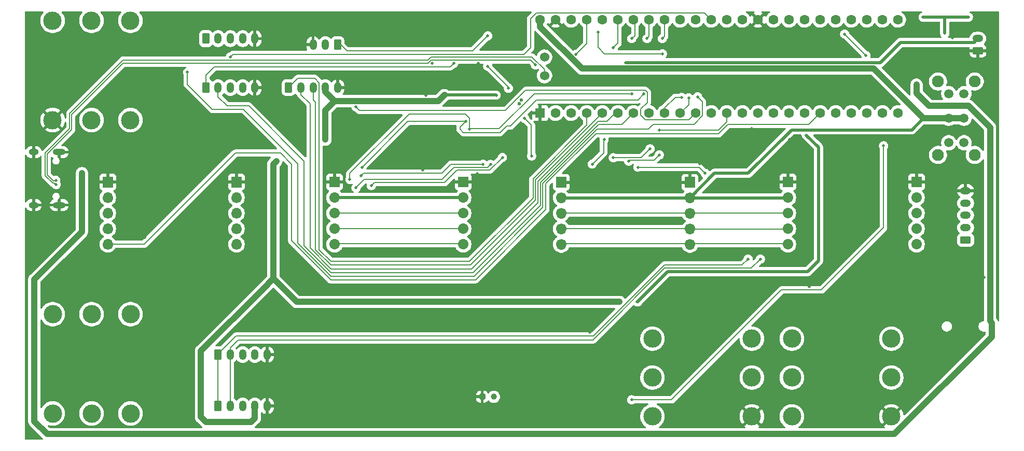
<source format=gbr>
%TF.GenerationSoftware,KiCad,Pcbnew,9.0.5*%
%TF.CreationDate,2026-01-16T18:46:35+01:00*%
%TF.ProjectId,toern_revE,746f6572-6e5f-4726-9576-452e6b696361,rev?*%
%TF.SameCoordinates,Original*%
%TF.FileFunction,Copper,L4,Bot*%
%TF.FilePolarity,Positive*%
%FSLAX46Y46*%
G04 Gerber Fmt 4.6, Leading zero omitted, Abs format (unit mm)*
G04 Created by KiCad (PCBNEW 9.0.5) date 2026-01-16 18:46:35*
%MOMM*%
%LPD*%
G01*
G04 APERTURE LIST*
G04 Aperture macros list*
%AMRoundRect*
0 Rectangle with rounded corners*
0 $1 Rounding radius*
0 $2 $3 $4 $5 $6 $7 $8 $9 X,Y pos of 4 corners*
0 Add a 4 corners polygon primitive as box body*
4,1,4,$2,$3,$4,$5,$6,$7,$8,$9,$2,$3,0*
0 Add four circle primitives for the rounded corners*
1,1,$1+$1,$2,$3*
1,1,$1+$1,$4,$5*
1,1,$1+$1,$6,$7*
1,1,$1+$1,$8,$9*
0 Add four rect primitives between the rounded corners*
20,1,$1+$1,$2,$3,$4,$5,0*
20,1,$1+$1,$4,$5,$6,$7,0*
20,1,$1+$1,$6,$7,$8,$9,0*
20,1,$1+$1,$8,$9,$2,$3,0*%
G04 Aperture macros list end*
%TA.AperFunction,ComponentPad*%
%ADD10C,1.700000*%
%TD*%
%TA.AperFunction,ComponentPad*%
%ADD11R,1.700000X1.700000*%
%TD*%
%TA.AperFunction,ComponentPad*%
%ADD12O,2.100000X1.000000*%
%TD*%
%TA.AperFunction,ComponentPad*%
%ADD13O,1.600000X1.000000*%
%TD*%
%TA.AperFunction,ComponentPad*%
%ADD14C,1.500000*%
%TD*%
%TA.AperFunction,ComponentPad*%
%ADD15C,1.950000*%
%TD*%
%TA.AperFunction,ComponentPad*%
%ADD16C,3.000000*%
%TD*%
%TA.AperFunction,ComponentPad*%
%ADD17C,1.524000*%
%TD*%
%TA.AperFunction,ComponentPad*%
%ADD18C,1.600000*%
%TD*%
%TA.AperFunction,ComponentPad*%
%ADD19R,1.600000X1.600000*%
%TD*%
%TA.AperFunction,ComponentPad*%
%ADD20O,1.700000X1.700000*%
%TD*%
%TA.AperFunction,ComponentPad*%
%ADD21O,1.200000X1.750000*%
%TD*%
%TA.AperFunction,ComponentPad*%
%ADD22RoundRect,0.250000X-0.350000X-0.625000X0.350000X-0.625000X0.350000X0.625000X-0.350000X0.625000X0*%
%TD*%
%TA.AperFunction,ComponentPad*%
%ADD23O,1.750000X1.200000*%
%TD*%
%TA.AperFunction,ComponentPad*%
%ADD24RoundRect,0.250000X0.625000X-0.350000X0.625000X0.350000X-0.625000X0.350000X-0.625000X-0.350000X0*%
%TD*%
%TA.AperFunction,ComponentPad*%
%ADD25RoundRect,0.250000X0.350000X0.625000X-0.350000X0.625000X-0.350000X-0.625000X0.350000X-0.625000X0*%
%TD*%
%TA.AperFunction,ComponentPad*%
%ADD26C,1.000000*%
%TD*%
%TA.AperFunction,ComponentPad*%
%ADD27RoundRect,0.250000X-0.250000X-0.250000X0.250000X-0.250000X0.250000X0.250000X-0.250000X0.250000X0*%
%TD*%
%TA.AperFunction,ViaPad*%
%ADD28C,0.500000*%
%TD*%
%TA.AperFunction,ViaPad*%
%ADD29C,0.600000*%
%TD*%
%TA.AperFunction,Conductor*%
%ADD30C,0.200000*%
%TD*%
%TA.AperFunction,Conductor*%
%ADD31C,1.000000*%
%TD*%
%TA.AperFunction,Conductor*%
%ADD32C,0.500000*%
%TD*%
%TA.AperFunction,Conductor*%
%ADD33C,0.150000*%
%TD*%
G04 APERTURE END LIST*
D10*
%TO.P,U14-1,5*%
%TO.N,N/C*%
X156025000Y-63610000D03*
%TO.P,U14-1,4*%
X156025000Y-61070000D03*
%TO.P,U14-1,3*%
X156025000Y-58530000D03*
%TO.P,U14-1,2*%
X156025000Y-55990000D03*
D11*
%TO.P,U14-1,1*%
X156025000Y-53450000D03*
%TD*%
%TO.P,U13-2,1*%
%TO.N,N/C*%
X140025000Y-53450000D03*
D10*
%TO.P,U13-2,2*%
X140025000Y-55990000D03*
%TO.P,U13-2,3*%
X140025000Y-58530000D03*
%TO.P,U13-2,4*%
X140025000Y-61070000D03*
%TO.P,U13-2,5*%
X140025000Y-63610000D03*
%TD*%
D11*
%TO.P,U14-2,1*%
%TO.N,N/C*%
X177025000Y-53450000D03*
D10*
%TO.P,U14-2,2*%
X177025000Y-55990000D03*
%TO.P,U14-2,3*%
X177025000Y-58530000D03*
%TO.P,U14-2,4*%
X177025000Y-61070000D03*
%TO.P,U14-2,5*%
X177025000Y-63610000D03*
%TD*%
D11*
%TO.P,U13-1,1*%
%TO.N,N/C*%
X119025000Y-53450000D03*
D10*
%TO.P,U13-1,2*%
X119025000Y-55990000D03*
%TO.P,U13-1,3*%
X119025000Y-58530000D03*
%TO.P,U13-1,4*%
X119025000Y-61070000D03*
%TO.P,U13-1,5*%
X119025000Y-63610000D03*
%TD*%
D11*
%TO.P,U12-2,1*%
%TO.N,N/C*%
X103025000Y-53450000D03*
D10*
%TO.P,U12-2,2*%
X103025000Y-55990000D03*
%TO.P,U12-2,3*%
X103025000Y-58530000D03*
%TO.P,U12-2,4*%
X103025000Y-61070000D03*
%TO.P,U12-2,5*%
X103025000Y-63610000D03*
%TD*%
D11*
%TO.P,U12-1,1*%
%TO.N,N/C*%
X82025000Y-53450000D03*
D10*
%TO.P,U12-1,2*%
X82025000Y-55990000D03*
%TO.P,U12-1,3*%
X82025000Y-58530000D03*
%TO.P,U12-1,4*%
X82025000Y-61070000D03*
%TO.P,U12-1,5*%
X82025000Y-63610000D03*
%TD*%
D11*
%TO.P,U11-2,1*%
%TO.N,N/C*%
X66000000Y-53500000D03*
D10*
%TO.P,U11-2,2*%
X66000000Y-56040000D03*
%TO.P,U11-2,3*%
X66000000Y-58580000D03*
%TO.P,U11-2,4*%
X66000000Y-61120000D03*
%TO.P,U11-2,5*%
X66000000Y-63660000D03*
%TD*%
D11*
%TO.P,U11-1,1*%
%TO.N,N/C*%
X45000000Y-53500000D03*
D10*
%TO.P,U11-1,2*%
X45000000Y-56040000D03*
%TO.P,U11-1,3*%
X45000000Y-58580000D03*
%TO.P,U11-1,4*%
X45000000Y-61120000D03*
%TO.P,U11-1,5*%
X45000000Y-63660000D03*
%TD*%
D12*
%TO.P,J4,S1,SHIELD*%
%TO.N,GND*%
X37080000Y-48540000D03*
D13*
X32900000Y-48540000D03*
D12*
X37080000Y-57180000D03*
D13*
X32900000Y-57180000D03*
%TD*%
D14*
%TO.P,SW1,1,A*%
%TO.N,unconnected-(SW1-A-Pad1)*%
X184750000Y-47000000D03*
%TO.P,SW1,2,B*%
%TO.N,+5V*%
X184750000Y-43000000D03*
%TO.P,SW1,3,C*%
%TO.N,Net-(D2-K)*%
X184750000Y-39000000D03*
%TO.P,SW1,4,A*%
X182250000Y-39000000D03*
%TO.P,SW1,5,B*%
%TO.N,+5V*%
X182250000Y-43000000D03*
%TO.P,SW1,6,C*%
%TO.N,unconnected-(SW1-C-Pad6)*%
X182250000Y-47000000D03*
D15*
%TO.P,SW1,MH1*%
%TO.N,N/C*%
X186500000Y-49000000D03*
%TO.P,SW1,MH2*%
X180500000Y-49000000D03*
%TO.P,SW1,MH3*%
X186500000Y-37000000D03*
%TO.P,SW1,MH4*%
X180500000Y-37000000D03*
%TD*%
D16*
%TO.P,J1,TN*%
%TO.N,unconnected-(J1-PadTN)*%
X48700000Y-75000000D03*
%TO.P,J1,T*%
%TO.N,Net-(U3-HP_L)*%
X48700000Y-91230000D03*
%TO.P,J1,SN*%
%TO.N,unconnected-(J1-PadSN)*%
X36000000Y-75000000D03*
%TO.P,J1,S*%
%TO.N,Net-(U3-HP_VGND)*%
X36000000Y-91230000D03*
%TO.P,J1,RN*%
%TO.N,unconnected-(J1-PadRN)*%
X42350000Y-75000000D03*
%TO.P,J1,R*%
%TO.N,Net-(U3-HP_R)*%
X42350000Y-91230000D03*
%TD*%
D17*
%TO.P,U6,67,D+*%
%TO.N,D+*%
X116270000Y-36030000D03*
%TO.P,U6,66,D-*%
%TO.N,D-*%
X116270000Y-33030000D03*
D18*
%TO.P,U6,48,VIN*%
%TO.N,+5V*%
X115560000Y-26910000D03*
%TO.P,U6,47,GND*%
%TO.N,GND*%
X118100000Y-26910000D03*
%TO.P,U6,46,3V3*%
%TO.N,unconnected-(U6-3V3-Pad46)*%
X120640000Y-26910000D03*
%TO.P,U6,45,23_A9_CRX1_MCLK1*%
%TO.N,23_A9_CRX1_MCLK1*%
X123180000Y-26910000D03*
%TO.P,U6,44,22_A8_CTX1*%
%TO.N,22_A8_CTX1*%
X125720000Y-26910000D03*
%TO.P,U6,43,21_A7_RX5_BCLK1*%
%TO.N,21_A7_RX5_BCLK1*%
X128260000Y-26910000D03*
%TO.P,U6,42,20_A6_TX5_LRCLK1*%
%TO.N,20_A6_TX5_LRCLK1*%
X130800000Y-26910000D03*
%TO.P,U6,41,19_A5_SCL*%
%TO.N,19_A5_SCL*%
X133340000Y-26910000D03*
%TO.P,U6,40,18_A4_SDA*%
%TO.N,18_A4_SDA*%
X135880000Y-26910000D03*
%TO.P,U6,39,17_A3_TX4_SDA1*%
%TO.N,17_A3_TX4_SDA1*%
X138420000Y-26910000D03*
%TO.P,U6,38,16_A2_RX4_SCL1*%
%TO.N,16_A2_RX4_SCL1*%
X140960000Y-26910000D03*
%TO.P,U6,37,15_A1_RX3_SPDIF_IN*%
%TO.N,15_A1_RX3_SPDIF_IN*%
X143500000Y-26910000D03*
%TO.P,U6,36,14_A0_TX3_SPDIF_OUT*%
%TO.N,14_A0_TX3_SPDIF_OUT*%
X146040000Y-26910000D03*
%TO.P,U6,35,13_SCK_LED*%
%TO.N,13_SCK_LED*%
X148580000Y-26910000D03*
%TO.P,U6,34,GND*%
%TO.N,GND*%
X151120000Y-26910000D03*
%TO.P,U6,33,41_A17*%
%TO.N,41_A17*%
X153660000Y-26910000D03*
%TO.P,U6,32,40_A16*%
%TO.N,40_A16*%
X156200000Y-26910000D03*
%TO.P,U6,31,39_MISO1_OUT1A*%
%TO.N,39_MISO1_OUT1A*%
X158740000Y-26910000D03*
%TO.P,U6,30,38_CS1_IN1*%
%TO.N,38_CS1_IN1*%
X161280000Y-26910000D03*
%TO.P,U6,29,37_CS*%
%TO.N,37_CS*%
X163820000Y-26910000D03*
%TO.P,U6,28,36_CS*%
%TO.N,36_CS*%
X166360000Y-26910000D03*
%TO.P,U6,27,35_TX8*%
%TO.N,35_TX8*%
X168900000Y-26910000D03*
%TO.P,U6,26,34_RX8*%
%TO.N,34_RX8*%
X171440000Y-26910000D03*
%TO.P,U6,25,33_MCLK2*%
%TO.N,33_MCLK2*%
X173980000Y-26910000D03*
%TO.P,U6,24,32_OUT1B*%
%TO.N,32_OUT1B*%
X173980000Y-42150000D03*
%TO.P,U6,23,31_CTX3*%
%TO.N,31_CTX3*%
X171440000Y-42150000D03*
%TO.P,U6,22,30_CRX3*%
%TO.N,30_CRX3*%
X168900000Y-42150000D03*
%TO.P,U6,21,29_TX7*%
%TO.N,29_TX7*%
X166360000Y-42150000D03*
%TO.P,U6,20,28_RX7*%
%TO.N,28_RX7*%
X163820000Y-42150000D03*
%TO.P,U6,19,27_A13_SCK1*%
%TO.N,27_A13_SCK1*%
X161280000Y-42150000D03*
%TO.P,U6,18,26_A12_MOSI1*%
%TO.N,26_A12_MOSI1*%
X158740000Y-42150000D03*
%TO.P,U6,17,25_A11_RX6_SDA2*%
%TO.N,25_A11_RX6_SDA2*%
X156200000Y-42150000D03*
%TO.P,U6,16,24_A10_TX6_SCL2*%
%TO.N,24_A10_TX6_SCL2*%
X153660000Y-42150000D03*
%TO.P,U6,15,3V3*%
%TO.N,unconnected-(U6-3V3-Pad15)*%
X151120000Y-42150000D03*
%TO.P,U6,14,12_MISO_MQSL*%
%TO.N,12_MISO_MQSL*%
X148580000Y-42150000D03*
%TO.P,U6,13,11_MOSI_CTX1*%
%TO.N,11_MOSI_CTX1*%
X146040000Y-42150000D03*
%TO.P,U6,12,10_CS_MQSR*%
%TO.N,10_CS_MQSR*%
X143500000Y-42150000D03*
%TO.P,U6,11,9_OUT1C*%
%TO.N,9_OUT1C*%
X140960000Y-42150000D03*
%TO.P,U6,10,8_TX2_IN1*%
%TO.N,8_TX2_IN1*%
X138420000Y-42150000D03*
%TO.P,U6,9,7_RX2_OUT1A*%
%TO.N,7_RX2_OUT1A*%
X135880000Y-42150000D03*
%TO.P,U6,8,6_OUT1D*%
%TO.N,6_OUT1D*%
X133340000Y-42150000D03*
%TO.P,U6,7,5_IN2*%
%TO.N,5_IN2*%
X130800000Y-42150000D03*
%TO.P,U6,6,4_BCLK2*%
%TO.N,4_BCLK2*%
X128260000Y-42150000D03*
%TO.P,U6,5,3_LRCLK2*%
%TO.N,3_LRCLK2*%
X125720000Y-42150000D03*
%TO.P,U6,4,2_OUT2*%
%TO.N,2_OUT2*%
X123180000Y-42150000D03*
%TO.P,U6,3,1_TX1_CTX2_MISO1*%
%TO.N,1_TX1_CTX2_MISO1*%
X120640000Y-42150000D03*
%TO.P,U6,2,0_RX1_CRX2_CS1*%
%TO.N,0_RX1_CRX2_CS1*%
X118100000Y-42150000D03*
D19*
%TO.P,U6,1,GND*%
%TO.N,GND*%
X115560000Y-42150000D03*
%TD*%
D20*
%TO.P,U12,5,INT*%
%TO.N,27_A13_SCK1*%
X177000000Y-63585051D03*
X156000000Y-63585000D03*
%TO.P,U12,4,SCL*%
%TO.N,19_A5_SCL*%
X177000000Y-61045051D03*
X156000000Y-61045000D03*
%TO.P,U12,3,SDA*%
%TO.N,18_A4_SDA*%
X177000000Y-58505051D03*
X156000000Y-58505000D03*
%TO.P,U12,2,Vin*%
%TO.N,+5V*%
X177000000Y-55965051D03*
X156000000Y-55965000D03*
D11*
%TO.P,U12,1,GND*%
%TO.N,GND*%
X177000000Y-53425051D03*
X156000000Y-53425000D03*
%TD*%
D21*
%TO.P,J14,5,Pin_5*%
%TO.N,GND*%
X69000000Y-30000000D03*
%TO.P,J14,4,Pin_4*%
%TO.N,+3.3V*%
X67000000Y-30000000D03*
%TO.P,J14,3,Pin_3*%
%TO.N,16_A2_RX4_SCL1*%
X65000000Y-30000000D03*
%TO.P,J14,2,Pin_2*%
%TO.N,9_OUT1C*%
X63000000Y-30000000D03*
D22*
%TO.P,J14,1,Pin_1*%
%TO.N,14_A0_TX3_SPDIF_OUT*%
X61000000Y-30000000D03*
%TD*%
D16*
%TO.P,J6,TN*%
%TO.N,unconnected-(J6-PadTN)*%
X156645000Y-79000000D03*
%TO.P,J6,T*%
%TO.N,Net-(C19-Pad1)*%
X172875000Y-79000000D03*
%TO.P,J6,SN*%
%TO.N,unconnected-(J6-PadSN)*%
X156645000Y-91700000D03*
%TO.P,J6,S*%
%TO.N,GND*%
X172875000Y-91700000D03*
%TO.P,J6,RN*%
%TO.N,unconnected-(J6-PadRN)*%
X156645000Y-85350000D03*
%TO.P,J6,R*%
%TO.N,Net-(C18-Pad1)*%
X172875000Y-85350000D03*
%TD*%
D21*
%TO.P,J13,5,Pin_5*%
%TO.N,GND*%
X82500000Y-38000000D03*
%TO.P,J13,4,Pin_4*%
%TO.N,+3.3V*%
X80500000Y-38000000D03*
%TO.P,J13,3,Pin_3*%
%TO.N,3_LRCLK2*%
X78500000Y-38000000D03*
%TO.P,J13,2,Pin_2*%
%TO.N,4_BCLK2*%
X76500000Y-38000000D03*
D22*
%TO.P,J13,1,Pin_1*%
%TO.N,2_OUT2*%
X74500000Y-38000000D03*
%TD*%
D23*
%TO.P,J16,2,Pin_2*%
%TO.N,VBAT*%
X187000000Y-30000000D03*
D24*
%TO.P,J16,1,Pin_1*%
%TO.N,GND*%
X187000000Y-32000000D03*
%TD*%
D16*
%TO.P,J5,TN*%
%TO.N,unconnected-(J5-PadTN)*%
X48681020Y-27077339D03*
%TO.P,J5,T*%
%TO.N,Net-(C17-Pad2)*%
X48681020Y-43307339D03*
%TO.P,J5,SN*%
%TO.N,unconnected-(J5-PadSN)*%
X35981020Y-27077339D03*
%TO.P,J5,S*%
%TO.N,GND*%
X35981020Y-43307339D03*
%TO.P,J5,RN*%
%TO.N,unconnected-(J5-PadRN)*%
X42331020Y-27077339D03*
%TO.P,J5,R*%
%TO.N,Net-(C16-Pad2)*%
X42331020Y-43307339D03*
%TD*%
D20*
%TO.P,U9,5,INT*%
%TO.N,27_A13_SCK1*%
X140000000Y-63620051D03*
X119000000Y-63620000D03*
%TO.P,U9,4,SCL*%
%TO.N,19_A5_SCL*%
X140000000Y-61080051D03*
X119000000Y-61080000D03*
%TO.P,U9,3,SDA*%
%TO.N,18_A4_SDA*%
X140000000Y-58540051D03*
X119000000Y-58540000D03*
%TO.P,U9,2,Vin*%
%TO.N,+5V*%
X140000000Y-56000051D03*
X119000000Y-56000000D03*
D11*
%TO.P,U9,1,GND*%
%TO.N,GND*%
X140000000Y-53460051D03*
X119000000Y-53460000D03*
%TD*%
D16*
%TO.P,J7,TN*%
%TO.N,Net-(MK1-+)*%
X133890000Y-79000000D03*
%TO.P,J7,T*%
%TO.N,Net-(C20-Pad1)*%
X150120000Y-79000000D03*
%TO.P,J7,SN*%
%TO.N,unconnected-(J7-PadSN)*%
X133890000Y-91700000D03*
%TO.P,J7,S*%
%TO.N,GND*%
X150120000Y-91700000D03*
%TO.P,J7,RN*%
%TO.N,unconnected-(J7-PadRN)*%
X133890000Y-85350000D03*
%TO.P,J7,R*%
%TO.N,unconnected-(J7-PadR)*%
X150120000Y-85350000D03*
%TD*%
D21*
%TO.P,J9,3,Pin_3*%
%TO.N,GND*%
X78500000Y-31000000D03*
%TO.P,J9,2,Pin_2*%
%TO.N,+5V*%
X80500000Y-31000000D03*
D25*
%TO.P,J9,1,Pin_1*%
%TO.N,Net-(J9-Pin_1)*%
X82500000Y-31000000D03*
%TD*%
D21*
%TO.P,J12,5,Pin_5*%
%TO.N,GND*%
X69000000Y-38000000D03*
%TO.P,J12,4,Pin_4*%
%TO.N,+3.3V*%
X67000000Y-38000000D03*
%TO.P,J12,3,Pin_3*%
%TO.N,15_A1_RX3_SPDIF_IN*%
X65000000Y-38000000D03*
%TO.P,J12,2,Pin_2*%
%TO.N,5_IN2*%
X63000000Y-38000000D03*
D22*
%TO.P,J12,1,Pin_1*%
%TO.N,22_A8_CTX1*%
X61000000Y-38000000D03*
%TD*%
D20*
%TO.P,U10,5,INT*%
%TO.N,27_A13_SCK1*%
X103000000Y-63585051D03*
X82000000Y-63585000D03*
%TO.P,U10,4,SCL*%
%TO.N,19_A5_SCL*%
X103000000Y-61045051D03*
X82000000Y-61045000D03*
%TO.P,U10,3,SDA*%
%TO.N,18_A4_SDA*%
X103000000Y-58505051D03*
X82000000Y-58505000D03*
%TO.P,U10,2,Vin*%
%TO.N,+5V*%
X103000000Y-55965051D03*
X82000000Y-55965000D03*
D11*
%TO.P,U10,1,GND*%
%TO.N,GND*%
X103000000Y-53425051D03*
X82000000Y-53425000D03*
%TD*%
D21*
%TO.P,J11,5,Pin_5*%
%TO.N,GND*%
X71000000Y-90000000D03*
%TO.P,J11,4,Pin_4*%
%TO.N,+3.3V*%
X69000000Y-90000000D03*
%TO.P,J11,3,Pin_3*%
%TO.N,31_CTX3*%
X67000000Y-90000000D03*
%TO.P,J11,2,Pin_2*%
%TO.N,25_A11_RX6_SDA2*%
X65000000Y-90000000D03*
D22*
%TO.P,J11,1,Pin_1*%
%TO.N,24_A10_TX6_SCL2*%
X63000000Y-90000000D03*
%TD*%
D21*
%TO.P,J11.5,5,Pin_5*%
%TO.N,GND*%
X71000000Y-81600000D03*
%TO.P,J11.5,4,Pin_4*%
%TO.N,+5V*%
X69000000Y-81600000D03*
%TO.P,J11.5,3,Pin_3*%
%TO.N,31_CTX3*%
X67000000Y-81600000D03*
%TO.P,J11.5,2,Pin_2*%
%TO.N,25_A11_RX6_SDA2*%
X65000000Y-81600000D03*
D22*
%TO.P,J11.5,1,Pin_1*%
%TO.N,24_A10_TX6_SCL2*%
X63000000Y-81600000D03*
%TD*%
D23*
%TO.P,J15,5,Pin_5*%
%TO.N,GND*%
X185000000Y-54865836D03*
%TO.P,J15,4,Pin_4*%
%TO.N,+3.3V*%
X185000000Y-56865836D03*
%TO.P,J15,3,Pin_3*%
%TO.N,41_A17*%
X185000000Y-58865836D03*
%TO.P,J15,2,Pin_2*%
%TO.N,32_OUT1B*%
X185000000Y-60865836D03*
D24*
%TO.P,J15,1,Pin_1*%
%TO.N,33_MCLK2*%
X185000000Y-62865836D03*
%TD*%
D26*
%TO.P,MK1,2,+*%
%TO.N,Net-(MK1-+)*%
X108000000Y-88500000D03*
D27*
%TO.P,MK1,1,-*%
%TO.N,GND*%
X106100000Y-88500000D03*
%TD*%
D20*
%TO.P,U11,5,INT*%
%TO.N,27_A13_SCK1*%
X66000000Y-63585051D03*
X45000000Y-63585000D03*
%TO.P,U11,4,SCL*%
%TO.N,19_A5_SCL*%
X66000000Y-61045051D03*
X45000000Y-61045000D03*
%TO.P,U11,3,SDA*%
%TO.N,18_A4_SDA*%
X66000000Y-58505051D03*
X45000000Y-58505000D03*
%TO.P,U11,2,Vin*%
%TO.N,+5V*%
X66000000Y-55965051D03*
X45000000Y-55965000D03*
D11*
%TO.P,U11,1,GND*%
%TO.N,GND*%
X66000000Y-53425051D03*
X45000000Y-53425000D03*
%TD*%
D28*
%TO.N,VBUS*%
X178060000Y-26500000D03*
X40770000Y-53920000D03*
X181590000Y-29150000D03*
X177000000Y-37500000D03*
X185450000Y-26490000D03*
X40770000Y-51970000D03*
X40770000Y-52930000D03*
X40770000Y-54940000D03*
%TO.N,31_CTX3*%
X171605741Y-47500000D03*
X130500000Y-89000000D03*
%TO.N,8_TX2_IN1*%
X139800000Y-39680000D03*
%TO.N,21_A7_RX5_BCLK1*%
X110380000Y-38110000D03*
X127500000Y-31500000D03*
X107000000Y-34500000D03*
%TO.N,20_A6_TX5_LRCLK1*%
X130500000Y-30000000D03*
%TO.N,MICBIAS*%
X114170000Y-49170000D03*
X113000000Y-43000000D03*
%TO.N,13_SCK_LED*%
X135000000Y-49000000D03*
X130000000Y-50000000D03*
%TO.N,23_A9_CRX1_MCLK1*%
X121421752Y-32578248D03*
%TO.N,11_MOSI_CTX1*%
X126000000Y-46500000D03*
X124050000Y-50500000D03*
X134990000Y-44980000D03*
%TO.N,41_A17*%
X165260000Y-29240000D03*
X168735000Y-32765000D03*
%TO.N,16_A2_RX4_SCL1*%
X141250000Y-39500000D03*
X58000000Y-35500000D03*
%TO.N,9_OUT1C*%
X85500000Y-41140000D03*
%TO.N,22_A8_CTX1*%
X101450000Y-34050000D03*
%TO.N,15_A1_RX3_SPDIF_IN*%
X65000000Y-32975000D03*
%TO.N,25_A11_RX6_SDA2*%
X151500000Y-66000000D03*
%TO.N,24_A10_TX6_SCL2*%
X149500000Y-66000000D03*
%TO.N,18_A4_SDA*%
X135500000Y-30000000D03*
X86500000Y-51000000D03*
X132500000Y-39000000D03*
X103450000Y-43500000D03*
%TO.N,19_A5_SCL*%
X133000000Y-30000000D03*
X104000000Y-44780000D03*
X130500000Y-39010000D03*
X84500000Y-53000000D03*
%TO.N,Net-(J9-Pin_1)*%
X107000000Y-29550000D03*
%TO.N,7_RX2_OUT1A*%
X125000000Y-28950000D03*
X135500000Y-32500000D03*
X138670000Y-39610000D03*
%TO.N,10_CS_MQSR*%
X133500000Y-48000000D03*
X127500000Y-49450000D03*
%TO.N,12_MISO_MQSL*%
X131500000Y-51000000D03*
X142500000Y-52000000D03*
%TO.N,D-*%
X114790000Y-34305000D03*
X36510000Y-53130000D03*
%TO.N,D+*%
X36571169Y-53827325D03*
%TO.N,VBAT*%
X129500000Y-33940000D03*
%TO.N,Net-(U3-HP_VGND)*%
X107480000Y-50545000D03*
X85497388Y-54375051D03*
%TO.N,Net-(U3-HP_R)*%
X106240000Y-50530000D03*
X86361091Y-52361091D03*
%TO.N,Net-(U3-HP_L)*%
X109401409Y-49401409D03*
X88000000Y-54000000D03*
%TO.N,+3.3V*%
X122000000Y-73000000D03*
X159000000Y-45760000D03*
X131500000Y-73000000D03*
X99930000Y-39220000D03*
X72500000Y-50000000D03*
X161000000Y-66250000D03*
X108390000Y-39240000D03*
X80500000Y-46500000D03*
X128500000Y-73000000D03*
%TO.N,+5V*%
X144000000Y-52000000D03*
%TO.N,GND*%
X176000000Y-89000000D03*
X156240000Y-46490000D03*
X96392500Y-51440000D03*
X109000000Y-53000000D03*
X182880000Y-29910000D03*
X182000000Y-56500000D03*
X130500000Y-59500000D03*
X105500000Y-28500000D03*
X122920000Y-77000000D03*
X158700000Y-49850000D03*
X183000000Y-71500000D03*
X51000000Y-62500000D03*
X96940000Y-39240000D03*
X110500000Y-48500000D03*
X166000000Y-54500000D03*
X178160000Y-29130000D03*
X104000000Y-92500000D03*
X175940000Y-35910000D03*
X188000000Y-69000000D03*
X104847429Y-47050000D03*
X110170000Y-50550000D03*
X110180000Y-51690000D03*
D29*
X112500000Y-40000000D03*
D28*
X136650000Y-48690000D03*
X105318578Y-52030712D03*
X96532500Y-46940000D03*
X82500000Y-49000000D03*
X156370000Y-31000000D03*
X42500000Y-60000000D03*
X150080000Y-44720000D03*
X42500000Y-61500000D03*
X154760000Y-38680000D03*
X123780000Y-75520000D03*
X146220000Y-38420000D03*
X159500000Y-70500000D03*
D29*
X112115735Y-40615735D03*
D28*
X104500000Y-48000000D03*
X105500000Y-34050000D03*
X141590000Y-50440000D03*
X40500000Y-69500000D03*
X74400000Y-85600000D03*
X105500000Y-47500000D03*
X126775000Y-77950000D03*
X51000000Y-53000000D03*
X123626208Y-77950000D03*
X97940000Y-34050000D03*
X107420000Y-49190000D03*
X111920000Y-49020000D03*
X111600000Y-35910000D03*
X95570000Y-35680000D03*
X90000000Y-45000000D03*
X90000000Y-35500000D03*
X76000000Y-29990000D03*
%TD*%
D30*
%TO.N,9_OUT1C*%
X85500000Y-41140000D02*
X86110000Y-41750000D01*
X139860000Y-43250000D02*
X140960000Y-42150000D01*
X132750000Y-43250000D02*
X139860000Y-43250000D01*
X133050000Y-40450000D02*
X132000000Y-41500000D01*
X132000000Y-42500000D02*
X132750000Y-43250000D01*
X109901471Y-41750000D02*
X113201471Y-38450000D01*
X132727818Y-38450000D02*
X133050000Y-38772182D01*
X113201471Y-38450000D02*
X132727818Y-38450000D01*
X132000000Y-41500000D02*
X132000000Y-42500000D01*
X133050000Y-38772182D02*
X133050000Y-40450000D01*
D31*
%TO.N,VBUS*%
X189000000Y-76140812D02*
X189000000Y-44500000D01*
X177000000Y-38950000D02*
X177000000Y-37500000D01*
X35100000Y-94600000D02*
X173400000Y-94600000D01*
D32*
X185440000Y-26500000D02*
X185450000Y-26490000D01*
D31*
X189000000Y-44500000D02*
X185500000Y-41000000D01*
X40770000Y-54940000D02*
X40770000Y-53920000D01*
X40770000Y-54940000D02*
X40770000Y-54230000D01*
X40770000Y-52930000D02*
X40770000Y-51970000D01*
D32*
X178060000Y-26500000D02*
X181590000Y-26500000D01*
D31*
X40770000Y-54940000D02*
X40770000Y-61547032D01*
D32*
X181590000Y-26500000D02*
X181590000Y-29150000D01*
D31*
X40770000Y-61547032D02*
X33000000Y-69317032D01*
X40770000Y-53920000D02*
X40770000Y-52930000D01*
D32*
X181590000Y-26500000D02*
X185440000Y-26500000D01*
D31*
X33000000Y-69317032D02*
X33000000Y-92500000D01*
X189300000Y-76440812D02*
X189000000Y-76140812D01*
X179050000Y-41000000D02*
X177000000Y-38950000D01*
X185500000Y-41000000D02*
X179050000Y-41000000D01*
X189300000Y-78700000D02*
X189300000Y-76440812D01*
X173400000Y-94600000D02*
X189300000Y-78700000D01*
X33000000Y-92500000D02*
X35100000Y-94600000D01*
D30*
%TO.N,31_CTX3*%
X161450000Y-71050000D02*
X154950000Y-71050000D01*
X171605741Y-47500000D02*
X171605741Y-60894259D01*
X154950000Y-71050000D02*
X137000000Y-89000000D01*
X137000000Y-89000000D02*
X130500000Y-89000000D01*
X171605741Y-60894259D02*
X161450000Y-71050000D01*
%TO.N,8_TX2_IN1*%
X139800000Y-39680000D02*
X139800000Y-40770000D01*
X139800000Y-40770000D02*
X138420000Y-42150000D01*
%TO.N,21_A7_RX5_BCLK1*%
X107000000Y-34500000D02*
X110380000Y-37880000D01*
X127500000Y-31500000D02*
X128260000Y-30740000D01*
X128260000Y-30740000D02*
X128260000Y-26910000D01*
X110380000Y-37880000D02*
X110380000Y-38110000D01*
%TO.N,20_A6_TX5_LRCLK1*%
X131000000Y-29500000D02*
X131000000Y-27110000D01*
X131000000Y-27110000D02*
X130800000Y-26910000D01*
X130500000Y-30000000D02*
X131000000Y-29500000D01*
%TO.N,MICBIAS*%
X114140000Y-49140000D02*
X114170000Y-49170000D01*
X114140000Y-44140000D02*
X114140000Y-49140000D01*
X113000000Y-43000000D02*
X114140000Y-44140000D01*
%TO.N,13_SCK_LED*%
X130130000Y-49870000D02*
X134130000Y-49870000D01*
X130000000Y-50000000D02*
X130130000Y-49870000D01*
X134130000Y-49870000D02*
X135000000Y-49000000D01*
%TO.N,23_A9_CRX1_MCLK1*%
X121421752Y-32578248D02*
X123180000Y-30820000D01*
X123180000Y-30820000D02*
X123180000Y-26910000D01*
%TO.N,11_MOSI_CTX1*%
X125910000Y-48640000D02*
X125910000Y-46590000D01*
X125910000Y-46590000D02*
X126000000Y-46500000D01*
X144660000Y-44980000D02*
X146040000Y-43600000D01*
X124050000Y-50500000D02*
X125910000Y-48640000D01*
X146040000Y-43600000D02*
X146040000Y-42150000D01*
X134990000Y-44980000D02*
X144660000Y-44980000D01*
%TO.N,41_A17*%
X165260000Y-29290000D02*
X168735000Y-32765000D01*
X165260000Y-29240000D02*
X165260000Y-29290000D01*
%TO.N,2_OUT2*%
X79500000Y-64500000D02*
X79500000Y-37226104D01*
X79500000Y-37226104D02*
X78773896Y-36500000D01*
X123180000Y-44124314D02*
X114400000Y-52904315D01*
X123180000Y-42200000D02*
X123180000Y-44124314D01*
X78773896Y-36500000D02*
X76000000Y-36500000D01*
X76000000Y-36500000D02*
X74500000Y-38000000D01*
X114400000Y-52904315D02*
X114400000Y-56000000D01*
X81400000Y-66400000D02*
X79500000Y-64500000D01*
X114400000Y-56000000D02*
X104000000Y-66400000D01*
X104000000Y-66400000D02*
X81400000Y-66400000D01*
%TO.N,4_BCLK2*%
X104400000Y-67600000D02*
X81400000Y-67600000D01*
X128260000Y-42150000D02*
X127850000Y-42150000D01*
X127850000Y-42150000D02*
X126500000Y-43500000D01*
X81400000Y-67600000D02*
X78000000Y-64200000D01*
X126500000Y-43500000D02*
X125000000Y-43500000D01*
X78000000Y-64200000D02*
X78000000Y-40664214D01*
X115200000Y-53300000D02*
X115200000Y-56800000D01*
X76500000Y-39164214D02*
X76500000Y-38000000D01*
X115200000Y-56800000D02*
X104400000Y-67600000D01*
X125000000Y-43500000D02*
X115200000Y-53300000D01*
X78000000Y-40664214D02*
X76500000Y-39164214D01*
%TO.N,3_LRCLK2*%
X114800000Y-53070000D02*
X114800000Y-56400000D01*
X114800000Y-56400000D02*
X104200000Y-67000000D01*
X125720000Y-42150000D02*
X114800000Y-53070000D01*
X81400000Y-67000000D02*
X78900000Y-64500000D01*
X78900000Y-40400000D02*
X78500000Y-40000000D01*
X78500000Y-40000000D02*
X78500000Y-38000000D01*
X78900000Y-64500000D02*
X78900000Y-40400000D01*
X104200000Y-67000000D02*
X81400000Y-67000000D01*
%TO.N,22_A8_CTX1*%
X61000000Y-36000000D02*
X61000000Y-38000000D01*
X100900000Y-34600000D02*
X62400000Y-34600000D01*
X62400000Y-34600000D02*
X61000000Y-36000000D01*
X61000000Y-38000000D02*
X61452208Y-38000000D01*
X101450000Y-34050000D02*
X100900000Y-34600000D01*
%TO.N,15_A1_RX3_SPDIF_IN*%
X142400000Y-25810000D02*
X143500000Y-26910000D01*
X65000000Y-32975000D02*
X65425000Y-32550000D01*
X114000000Y-26750000D02*
X114940000Y-25810000D01*
X114000000Y-31500000D02*
X114000000Y-26750000D01*
X65425000Y-32550000D02*
X112950000Y-32550000D01*
X112950000Y-32550000D02*
X114000000Y-31500000D01*
X114940000Y-25810000D02*
X142400000Y-25810000D01*
%TO.N,5_IN2*%
X64500000Y-41000000D02*
X63000000Y-39500000D01*
X81400000Y-68200000D02*
X77000000Y-63800000D01*
X128950000Y-44000000D02*
X125065686Y-44000000D01*
X63000000Y-39500000D02*
X63000000Y-38000000D01*
X115600000Y-57200000D02*
X104600000Y-68200000D01*
X68000000Y-41000000D02*
X64500000Y-41000000D01*
X130800000Y-42150000D02*
X128950000Y-44000000D01*
X77000000Y-63800000D02*
X77000000Y-50000000D01*
X77000000Y-50000000D02*
X68000000Y-41000000D01*
X125065686Y-44000000D02*
X115600000Y-53465686D01*
X104600000Y-68200000D02*
X81400000Y-68200000D01*
X115600000Y-53465686D02*
X115600000Y-57200000D01*
%TO.N,25_A11_RX6_SDA2*%
X150000000Y-67500000D02*
X135900000Y-67500000D01*
X65000000Y-80500000D02*
X65000000Y-81800000D01*
X66300000Y-79200000D02*
X65000000Y-80500000D01*
X124200000Y-79200000D02*
X66300000Y-79200000D01*
X151500000Y-66000000D02*
X150000000Y-67500000D01*
X65000000Y-81600000D02*
X65000000Y-81800000D01*
X65000000Y-81800000D02*
X65000000Y-90000000D01*
X135900000Y-67500000D02*
X124200000Y-79200000D01*
%TO.N,24_A10_TX6_SCL2*%
X124234314Y-78600000D02*
X65900000Y-78600000D01*
X149500000Y-66000000D02*
X148500000Y-67000000D01*
X148500000Y-67000000D02*
X135834314Y-67000000D01*
X63000000Y-81500000D02*
X63000000Y-82000000D01*
X65900000Y-78600000D02*
X63000000Y-81500000D01*
X135834314Y-67000000D02*
X124234314Y-78600000D01*
X63000000Y-81600000D02*
X63000000Y-82000000D01*
X63000000Y-82000000D02*
X63000000Y-90000000D01*
%TO.N,18_A4_SDA*%
X119000000Y-58540000D02*
X119040000Y-58500000D01*
X103410000Y-43540000D02*
X93960000Y-43540000D01*
X155999951Y-58500049D02*
X156000000Y-58500000D01*
X135500000Y-30000000D02*
X135880000Y-29620000D01*
X135880000Y-29620000D02*
X135880000Y-26910000D01*
X103450000Y-43500000D02*
X102480000Y-44470000D01*
X114980000Y-40000000D02*
X131500000Y-40000000D01*
X102480000Y-44470000D02*
X102480000Y-44810000D01*
X110720000Y-44260000D02*
X114980000Y-40000000D01*
X119040000Y-58500000D02*
X139959949Y-58500000D01*
X110100000Y-44260000D02*
X110720000Y-44260000D01*
X103450000Y-43500000D02*
X103410000Y-43540000D01*
X109030000Y-45330000D02*
X110100000Y-44260000D01*
X102994949Y-58500000D02*
X103000000Y-58505051D01*
X140000000Y-58500049D02*
X155999951Y-58500049D01*
X131500000Y-40000000D02*
X132500000Y-39000000D01*
X82000000Y-58505000D02*
X82005000Y-58500000D01*
X93960000Y-43540000D02*
X86500000Y-51000000D01*
X103000000Y-45330000D02*
X109030000Y-45330000D01*
X139959949Y-58500000D02*
X140000000Y-58540051D01*
X102480000Y-44810000D02*
X103000000Y-45330000D01*
X82005000Y-58500000D02*
X102994949Y-58500000D01*
%TO.N,19_A5_SCL*%
X82000000Y-61045000D02*
X82045000Y-61000000D01*
X94180000Y-42320000D02*
X84500000Y-52000000D01*
X102954949Y-61000000D02*
X103000000Y-61045051D01*
X103320000Y-42320000D02*
X94180000Y-42320000D01*
X119080000Y-61000000D02*
X119000000Y-61080000D01*
X82045000Y-61000000D02*
X102954949Y-61000000D01*
X104000000Y-44780000D02*
X104054663Y-44725337D01*
X139919949Y-61000000D02*
X119080000Y-61000000D01*
X140000000Y-61080051D02*
X155964949Y-61080051D01*
X84500000Y-52000000D02*
X84500000Y-53000000D01*
X114570000Y-39010000D02*
X130500000Y-39010000D01*
X133000000Y-30000000D02*
X133340000Y-29660000D01*
X140000000Y-61080051D02*
X139919949Y-61000000D01*
X133340000Y-29660000D02*
X133340000Y-26910000D01*
X104000000Y-43000000D02*
X103320000Y-42320000D01*
X104054663Y-44725337D02*
X108854663Y-44725337D01*
X155964949Y-61080051D02*
X156000000Y-61045000D01*
X104000000Y-44780000D02*
X104000000Y-43000000D01*
X108854663Y-44725337D02*
X114570000Y-39010000D01*
%TO.N,27_A13_SCK1*%
X81400000Y-69400000D02*
X105000000Y-69400000D01*
X102914949Y-63500000D02*
X82085000Y-63500000D01*
X119000000Y-63620000D02*
X119120000Y-63500000D01*
X159430000Y-44000000D02*
X161280000Y-42150000D01*
X140120051Y-63500000D02*
X140000000Y-63620051D01*
X103000000Y-63585051D02*
X102914949Y-63500000D01*
X75000000Y-63000000D02*
X81400000Y-69400000D01*
X156000000Y-63585000D02*
X155915000Y-63500000D01*
X116500000Y-57900000D02*
X116500000Y-53697058D01*
X119120000Y-63500000D02*
X139879949Y-63500000D01*
X73200000Y-48700000D02*
X75000000Y-50500000D01*
X124667058Y-45530000D02*
X144675686Y-45530000D01*
X65800000Y-48700000D02*
X73200000Y-48700000D01*
X75000000Y-50500000D02*
X75000000Y-63000000D01*
X139879949Y-63500000D02*
X140000000Y-63620051D01*
X45000000Y-63585000D02*
X50915000Y-63585000D01*
X144675686Y-45530000D02*
X146205686Y-44000000D01*
X146205686Y-44000000D02*
X159430000Y-44000000D01*
X82085000Y-63500000D02*
X82000000Y-63585000D01*
X50915000Y-63585000D02*
X65800000Y-48700000D01*
X105000000Y-69400000D02*
X116500000Y-57900000D01*
X155915000Y-63500000D02*
X140120051Y-63500000D01*
X116500000Y-53697058D02*
X124667058Y-45530000D01*
%TO.N,Net-(J9-Pin_1)*%
X107000000Y-29550000D02*
X104550000Y-32000000D01*
X104550000Y-32000000D02*
X84000000Y-32000000D01*
X84000000Y-32000000D02*
X83000000Y-31000000D01*
X83000000Y-31000000D02*
X82500000Y-31000000D01*
%TO.N,7_RX2_OUT1A*%
X138670000Y-39610000D02*
X137600000Y-39610000D01*
X125000000Y-28950000D02*
X125000000Y-31440000D01*
X137600000Y-39610000D02*
X135880000Y-41330000D01*
X125000000Y-31440000D02*
X126060000Y-32500000D01*
X135880000Y-41330000D02*
X135880000Y-42150000D01*
X126060000Y-32500000D02*
X135500000Y-32500000D01*
%TO.N,10_CS_MQSR*%
X132050000Y-49450000D02*
X133500000Y-48000000D01*
X127500000Y-49450000D02*
X132050000Y-49450000D01*
%TO.N,12_MISO_MQSL*%
X141500000Y-51000000D02*
X131500000Y-51000000D01*
X142500000Y-52000000D02*
X141500000Y-51000000D01*
D33*
%TO.N,D-*%
X35135000Y-52257512D02*
X35135000Y-48838984D01*
X47500000Y-34000000D02*
X97247537Y-34000000D01*
X39125000Y-44848984D02*
X39125000Y-42375000D01*
X36366922Y-53273078D02*
X36150566Y-53273078D01*
X35135000Y-48838984D02*
X39125000Y-44848984D01*
X114010000Y-33525000D02*
X114790000Y-34305000D01*
X97722537Y-33525000D02*
X114010000Y-33525000D01*
X36150566Y-53273078D02*
X35135000Y-52257512D01*
X36510000Y-53130000D02*
X36366922Y-53273078D01*
X97247537Y-34000000D02*
X97722537Y-33525000D01*
X39125000Y-42375000D02*
X47500000Y-34000000D01*
%TO.N,D+*%
X116270000Y-35042537D02*
X116270000Y-36030000D01*
X114212463Y-32985000D02*
X116270000Y-35042537D01*
X38775000Y-42225000D02*
X47500000Y-33500000D01*
X34785000Y-48694010D02*
X38775000Y-44704010D01*
X36260615Y-53623078D02*
X36005590Y-53623078D01*
X47500000Y-33500000D02*
X97252563Y-33500000D01*
X97767563Y-32985000D02*
X114212463Y-32985000D01*
X36571169Y-53827325D02*
X36398844Y-53655000D01*
X97252563Y-33500000D02*
X97767563Y-32985000D01*
X36398844Y-53655000D02*
X36292537Y-53655000D01*
X36292537Y-53655000D02*
X36260615Y-53623078D01*
X36005590Y-53623078D02*
X34785000Y-52402487D01*
X38775000Y-44704010D02*
X38775000Y-42225000D01*
X34785000Y-52402487D02*
X34785000Y-48694010D01*
D32*
%TO.N,VBAT*%
X174390000Y-30610000D02*
X186390000Y-30610000D01*
X129500000Y-33940000D02*
X171060000Y-33940000D01*
X171060000Y-33940000D02*
X174390000Y-30610000D01*
X186390000Y-30610000D02*
X187000000Y-30000000D01*
D30*
%TO.N,Net-(U3-HP_VGND)*%
X106945000Y-51080000D02*
X107480000Y-50545000D01*
X85497388Y-54375051D02*
X86872439Y-53000000D01*
X86872439Y-53000000D02*
X99540000Y-53000000D01*
X101460000Y-51080000D02*
X106945000Y-51080000D01*
X99540000Y-53000000D02*
X101460000Y-51080000D01*
%TO.N,Net-(U3-HP_R)*%
X99500000Y-52000000D02*
X100970000Y-50530000D01*
X86722182Y-52000000D02*
X99500000Y-52000000D01*
X86361091Y-52361091D02*
X86722182Y-52000000D01*
X100970000Y-50530000D02*
X106240000Y-50530000D01*
%TO.N,Net-(U3-HP_L)*%
X88000000Y-54000000D02*
X88500000Y-53500000D01*
X102020000Y-51480000D02*
X107322818Y-51480000D01*
X88500000Y-53500000D02*
X100000000Y-53500000D01*
X100000000Y-53500000D02*
X102020000Y-51480000D01*
X107322818Y-51480000D02*
X109401409Y-49401409D01*
D31*
%TO.N,+3.3V*%
X68400000Y-92600000D02*
X69000000Y-92000000D01*
D32*
X131500000Y-73000000D02*
X131388909Y-73000000D01*
D31*
X61000000Y-92600000D02*
X68400000Y-92600000D01*
X70200000Y-71000000D02*
X60200000Y-81000000D01*
D32*
X99940000Y-39230000D02*
X108380000Y-39230000D01*
D31*
X72000000Y-50500000D02*
X72000000Y-69200000D01*
X60200000Y-81000000D02*
X60200000Y-91800000D01*
X99930000Y-39220000D02*
X98960000Y-40190000D01*
X122000000Y-73000000D02*
X75800000Y-73000000D01*
X60200000Y-91800000D02*
X61000000Y-92600000D01*
D32*
X159200000Y-68050000D02*
X136338909Y-68050000D01*
D31*
X123000000Y-73000000D02*
X128500000Y-73000000D01*
X80500000Y-38690000D02*
X80500000Y-38000000D01*
D32*
X161000000Y-66250000D02*
X161000000Y-47760000D01*
X131500000Y-72888909D02*
X131500000Y-73000000D01*
D31*
X82000000Y-40190000D02*
X80500000Y-38690000D01*
X80500000Y-41690000D02*
X82000000Y-40190000D01*
X72000000Y-69200000D02*
X70200000Y-71000000D01*
X80500000Y-46500000D02*
X80500000Y-41690000D01*
D32*
X99930000Y-39220000D02*
X99940000Y-39230000D01*
D31*
X122000000Y-73000000D02*
X123000000Y-73000000D01*
X75800000Y-73000000D02*
X72000000Y-69200000D01*
D32*
X136338909Y-68050000D02*
X131500000Y-72888909D01*
D31*
X72500000Y-50000000D02*
X72000000Y-50500000D01*
X69000000Y-92000000D02*
X69000000Y-90000000D01*
D32*
X108380000Y-39230000D02*
X108390000Y-39240000D01*
X161000000Y-66250000D02*
X159200000Y-68050000D01*
X161000000Y-47760000D02*
X159000000Y-45760000D01*
%TO.N,+5V*%
X82000000Y-55965000D02*
X102999949Y-55965000D01*
D31*
X155965000Y-56000000D02*
X156000000Y-55965000D01*
X140000000Y-56000051D02*
X140000051Y-56000000D01*
D32*
X178130000Y-43000000D02*
X176220000Y-44910000D01*
D31*
X184750000Y-43000000D02*
X178130000Y-43000000D01*
X178130000Y-43000000D02*
X170020000Y-34890000D01*
D32*
X144000000Y-52000000D02*
X144000000Y-52000026D01*
D31*
X82000000Y-55965000D02*
X82035000Y-56000000D01*
D32*
X176220000Y-44910000D02*
X156590000Y-44910000D01*
X184750000Y-43000000D02*
X182250000Y-43000000D01*
X149500000Y-52000000D02*
X144000000Y-52000000D01*
X156590000Y-44910000D02*
X149500000Y-52000000D01*
X102999949Y-55965000D02*
X103000000Y-55965051D01*
X140000000Y-56000051D02*
X119000051Y-56000051D01*
X155964949Y-56000051D02*
X156000000Y-55965000D01*
X182250000Y-43000000D02*
X178130000Y-43000000D01*
D31*
X170020000Y-34890000D02*
X122390000Y-34890000D01*
D32*
X144000000Y-52000026D02*
X140000000Y-56000026D01*
X140000000Y-56000026D02*
X140000000Y-56000051D01*
X140000000Y-56000051D02*
X155964949Y-56000051D01*
D31*
X115560000Y-28060000D02*
X115560000Y-26910000D01*
X139999949Y-56000000D02*
X140000000Y-56000051D01*
D32*
X119000051Y-56000051D02*
X119000000Y-56000000D01*
D31*
X122390000Y-34890000D02*
X115560000Y-28060000D01*
X102965051Y-56000000D02*
X103000000Y-55965051D01*
D30*
%TO.N,GND*%
X119000000Y-53460000D02*
X119040000Y-53500000D01*
X139960051Y-53500000D02*
X140000000Y-53460051D01*
D31*
%TO.N,+3.3V*%
X98960000Y-40190000D02*
X82000000Y-40190000D01*
D30*
%TO.N,9_OUT1C*%
X86110000Y-41750000D02*
X109901471Y-41750000D01*
%TO.N,16_A2_RX4_SCL1*%
X67115686Y-41550000D02*
X62050000Y-41550000D01*
X76000000Y-63400000D02*
X76000000Y-50434314D01*
X81400000Y-68800000D02*
X76000000Y-63400000D01*
X104800000Y-68800000D02*
X81400000Y-68800000D01*
X116000000Y-57600000D02*
X104800000Y-68800000D01*
X116000000Y-53631372D02*
X116000000Y-57600000D01*
X124873529Y-44757843D02*
X116000000Y-53631372D01*
X76000000Y-50434314D02*
X67115686Y-41550000D01*
X133242157Y-44757843D02*
X124873529Y-44757843D01*
X140665635Y-44000000D02*
X134000000Y-44000000D01*
X141250000Y-39500000D02*
X142060000Y-40310000D01*
X58000000Y-37500000D02*
X58000000Y-35500000D01*
X134000000Y-44000000D02*
X133242157Y-44757843D01*
X142060000Y-40310000D02*
X142060000Y-42605635D01*
X62050000Y-41550000D02*
X58000000Y-37500000D01*
X142060000Y-42605635D02*
X140665635Y-44000000D01*
%TD*%
%TA.AperFunction,Conductor*%
%TO.N,GND*%
G36*
X57714439Y-34595185D02*
G01*
X57760194Y-34647989D01*
X57770138Y-34717147D01*
X57741113Y-34780703D01*
X57694853Y-34814061D01*
X57644507Y-34834914D01*
X57644498Y-34834919D01*
X57521584Y-34917048D01*
X57521580Y-34917051D01*
X57417051Y-35021580D01*
X57417048Y-35021584D01*
X57334919Y-35144498D01*
X57334912Y-35144511D01*
X57278343Y-35281082D01*
X57278340Y-35281092D01*
X57249500Y-35426079D01*
X57249500Y-35426082D01*
X57249500Y-35573918D01*
X57249500Y-35573920D01*
X57249499Y-35573920D01*
X57278340Y-35718907D01*
X57278343Y-35718917D01*
X57334912Y-35855488D01*
X57334919Y-35855501D01*
X57378602Y-35920876D01*
X57399480Y-35987553D01*
X57399500Y-35989767D01*
X57399500Y-37413330D01*
X57399499Y-37413348D01*
X57399499Y-37579054D01*
X57399498Y-37579054D01*
X57413574Y-37631584D01*
X57440423Y-37731785D01*
X57453541Y-37754505D01*
X57497500Y-37830645D01*
X57519479Y-37868715D01*
X57638349Y-37987585D01*
X57638355Y-37987590D01*
X61565139Y-41914374D01*
X61565149Y-41914385D01*
X61569479Y-41918715D01*
X61569480Y-41918716D01*
X61681284Y-42030520D01*
X61746378Y-42068101D01*
X61768095Y-42080639D01*
X61768097Y-42080641D01*
X61806151Y-42102611D01*
X61818215Y-42109577D01*
X61970943Y-42150501D01*
X61970946Y-42150501D01*
X62136653Y-42150501D01*
X62136669Y-42150500D01*
X66815589Y-42150500D01*
X66882628Y-42170185D01*
X66903270Y-42186819D01*
X72604270Y-47887819D01*
X72637755Y-47949142D01*
X72632771Y-48018834D01*
X72590899Y-48074767D01*
X72525435Y-48099184D01*
X72516589Y-48099500D01*
X65886669Y-48099500D01*
X65886653Y-48099499D01*
X65879057Y-48099499D01*
X65720943Y-48099499D01*
X65636115Y-48122229D01*
X65568210Y-48140424D01*
X65568209Y-48140425D01*
X65518096Y-48169359D01*
X65518095Y-48169360D01*
X65505957Y-48176368D01*
X65431285Y-48219479D01*
X65431282Y-48219481D01*
X65373279Y-48277485D01*
X65319480Y-48331284D01*
X65319478Y-48331286D01*
X58001954Y-55648811D01*
X50702584Y-62948181D01*
X50641261Y-62981666D01*
X50614903Y-62984500D01*
X46285719Y-62984500D01*
X46218680Y-62964815D01*
X46175235Y-62916795D01*
X46155052Y-62877185D01*
X46155051Y-62877184D01*
X46030109Y-62705213D01*
X45879786Y-62554890D01*
X45707820Y-62429951D01*
X45707115Y-62429591D01*
X45699054Y-62425485D01*
X45648259Y-62377512D01*
X45631463Y-62309692D01*
X45653999Y-62243556D01*
X45699054Y-62204515D01*
X45707816Y-62200051D01*
X45729789Y-62184086D01*
X45879786Y-62075109D01*
X45879788Y-62075106D01*
X45879792Y-62075104D01*
X46030104Y-61924792D01*
X46030106Y-61924788D01*
X46030109Y-61924786D01*
X46155048Y-61752820D01*
X46155047Y-61752820D01*
X46155051Y-61752816D01*
X46251557Y-61563412D01*
X46317246Y-61361243D01*
X46350500Y-61151287D01*
X46350500Y-60938713D01*
X46317246Y-60728757D01*
X46251557Y-60526588D01*
X46155051Y-60337184D01*
X46155049Y-60337181D01*
X46155048Y-60337179D01*
X46030109Y-60165213D01*
X45879786Y-60014890D01*
X45707820Y-59889951D01*
X45707115Y-59889591D01*
X45699054Y-59885485D01*
X45648259Y-59837512D01*
X45631463Y-59769692D01*
X45653999Y-59703556D01*
X45699054Y-59664515D01*
X45707816Y-59660051D01*
X45729789Y-59644086D01*
X45879786Y-59535109D01*
X45879788Y-59535106D01*
X45879792Y-59535104D01*
X46030104Y-59384792D01*
X46030106Y-59384788D01*
X46030109Y-59384786D01*
X46155048Y-59212820D01*
X46155050Y-59212817D01*
X46155051Y-59212816D01*
X46251557Y-59023412D01*
X46317246Y-58821243D01*
X46350500Y-58611287D01*
X46350500Y-58398713D01*
X46317246Y-58188757D01*
X46251557Y-57986588D01*
X46155051Y-57797184D01*
X46155049Y-57797181D01*
X46155048Y-57797179D01*
X46030109Y-57625213D01*
X45879786Y-57474890D01*
X45707820Y-57349951D01*
X45707115Y-57349591D01*
X45699054Y-57345485D01*
X45648259Y-57297512D01*
X45631463Y-57229692D01*
X45653999Y-57163556D01*
X45699054Y-57124515D01*
X45707816Y-57120051D01*
X45729789Y-57104086D01*
X45879786Y-56995109D01*
X45879788Y-56995106D01*
X45879792Y-56995104D01*
X46030104Y-56844792D01*
X46030106Y-56844788D01*
X46030109Y-56844786D01*
X46155048Y-56672820D01*
X46155047Y-56672820D01*
X46155051Y-56672816D01*
X46251557Y-56483412D01*
X46317246Y-56281243D01*
X46350500Y-56071287D01*
X46350500Y-55858713D01*
X46317246Y-55648757D01*
X46251557Y-55446588D01*
X46155051Y-55257184D01*
X46155049Y-55257181D01*
X46155048Y-55257179D01*
X46030109Y-55085213D01*
X45916181Y-54971285D01*
X45882696Y-54909962D01*
X45887680Y-54840270D01*
X45929552Y-54784337D01*
X45960529Y-54767422D01*
X46092086Y-54718354D01*
X46092093Y-54718350D01*
X46207187Y-54632190D01*
X46207190Y-54632187D01*
X46293350Y-54517093D01*
X46293354Y-54517086D01*
X46343596Y-54382379D01*
X46343598Y-54382372D01*
X46349999Y-54322844D01*
X46350000Y-54322827D01*
X46350000Y-53675000D01*
X45433012Y-53675000D01*
X45465925Y-53617993D01*
X45500000Y-53490826D01*
X45500000Y-53359174D01*
X45465925Y-53232007D01*
X45433012Y-53175000D01*
X46350000Y-53175000D01*
X46350000Y-52527172D01*
X46349999Y-52527155D01*
X46343598Y-52467627D01*
X46343596Y-52467620D01*
X46293354Y-52332913D01*
X46293350Y-52332906D01*
X46207190Y-52217812D01*
X46207187Y-52217809D01*
X46092093Y-52131649D01*
X46092086Y-52131645D01*
X45957379Y-52081403D01*
X45957372Y-52081401D01*
X45897844Y-52075000D01*
X45250000Y-52075000D01*
X45250000Y-52991988D01*
X45192993Y-52959075D01*
X45065826Y-52925000D01*
X44934174Y-52925000D01*
X44807007Y-52959075D01*
X44750000Y-52991988D01*
X44750000Y-52075000D01*
X44102155Y-52075000D01*
X44042627Y-52081401D01*
X44042620Y-52081403D01*
X43907913Y-52131645D01*
X43907906Y-52131649D01*
X43792812Y-52217809D01*
X43792809Y-52217812D01*
X43706649Y-52332906D01*
X43706645Y-52332913D01*
X43656403Y-52467620D01*
X43656401Y-52467627D01*
X43650000Y-52527155D01*
X43650000Y-53175000D01*
X44566988Y-53175000D01*
X44534075Y-53232007D01*
X44500000Y-53359174D01*
X44500000Y-53490826D01*
X44534075Y-53617993D01*
X44566988Y-53675000D01*
X43650000Y-53675000D01*
X43650000Y-54322844D01*
X43656401Y-54382372D01*
X43656403Y-54382379D01*
X43706645Y-54517086D01*
X43706649Y-54517093D01*
X43792809Y-54632187D01*
X43792812Y-54632190D01*
X43907906Y-54718350D01*
X43907913Y-54718354D01*
X44039470Y-54767422D01*
X44095404Y-54809293D01*
X44119821Y-54874758D01*
X44104969Y-54943031D01*
X44083819Y-54971285D01*
X43969889Y-55085215D01*
X43844951Y-55257179D01*
X43748444Y-55446585D01*
X43682753Y-55648760D01*
X43654719Y-55825764D01*
X43649500Y-55858713D01*
X43649500Y-56071287D01*
X43655602Y-56109811D01*
X43666718Y-56180000D01*
X43682754Y-56281243D01*
X43735439Y-56443391D01*
X43748444Y-56483414D01*
X43844951Y-56672820D01*
X43969890Y-56844786D01*
X44120213Y-56995109D01*
X44292182Y-57120050D01*
X44300946Y-57124516D01*
X44351742Y-57172491D01*
X44368536Y-57240312D01*
X44345998Y-57306447D01*
X44300946Y-57345484D01*
X44292182Y-57349949D01*
X44120213Y-57474890D01*
X43969890Y-57625213D01*
X43844951Y-57797179D01*
X43748444Y-57986585D01*
X43682753Y-58188760D01*
X43652381Y-58380521D01*
X43649500Y-58398713D01*
X43649500Y-58611287D01*
X43682754Y-58821243D01*
X43694126Y-58856243D01*
X43748444Y-59023414D01*
X43844951Y-59212820D01*
X43969890Y-59384786D01*
X44120213Y-59535109D01*
X44292182Y-59660050D01*
X44300946Y-59664516D01*
X44351742Y-59712491D01*
X44368536Y-59780312D01*
X44345998Y-59846447D01*
X44300946Y-59885484D01*
X44292182Y-59889949D01*
X44120213Y-60014890D01*
X43969890Y-60165213D01*
X43844951Y-60337179D01*
X43748444Y-60526585D01*
X43682753Y-60728760D01*
X43649500Y-60938713D01*
X43649500Y-61151287D01*
X43682754Y-61361243D01*
X43709196Y-61442624D01*
X43748444Y-61563414D01*
X43844951Y-61752820D01*
X43969890Y-61924786D01*
X44120213Y-62075109D01*
X44292182Y-62200050D01*
X44300946Y-62204516D01*
X44351742Y-62252491D01*
X44368536Y-62320312D01*
X44345998Y-62386447D01*
X44300946Y-62425484D01*
X44292182Y-62429949D01*
X44120213Y-62554890D01*
X43969890Y-62705213D01*
X43844951Y-62877179D01*
X43748444Y-63066585D01*
X43682753Y-63268760D01*
X43666922Y-63368714D01*
X43649500Y-63478713D01*
X43649500Y-63691287D01*
X43659534Y-63754644D01*
X43682659Y-63900648D01*
X43682754Y-63901243D01*
X43736130Y-64065518D01*
X43748444Y-64103414D01*
X43844951Y-64292820D01*
X43969890Y-64464786D01*
X44120213Y-64615109D01*
X44292179Y-64740048D01*
X44292181Y-64740049D01*
X44292184Y-64740051D01*
X44481588Y-64836557D01*
X44683757Y-64902246D01*
X44893713Y-64935500D01*
X44893714Y-64935500D01*
X45106286Y-64935500D01*
X45106287Y-64935500D01*
X45316243Y-64902246D01*
X45518412Y-64836557D01*
X45707816Y-64740051D01*
X45729789Y-64724086D01*
X45879786Y-64615109D01*
X45879788Y-64615106D01*
X45879792Y-64615104D01*
X46030104Y-64464792D01*
X46030106Y-64464788D01*
X46030109Y-64464786D01*
X46129622Y-64327816D01*
X46155051Y-64292816D01*
X46157717Y-64287583D01*
X46175235Y-64253205D01*
X46223209Y-64202409D01*
X46285719Y-64185500D01*
X50828331Y-64185500D01*
X50828347Y-64185501D01*
X50835943Y-64185501D01*
X50994054Y-64185501D01*
X50994057Y-64185501D01*
X51146785Y-64144577D01*
X51217996Y-64103463D01*
X51283716Y-64065520D01*
X51395520Y-63953716D01*
X51395520Y-63953714D01*
X51405724Y-63943511D01*
X51405727Y-63943506D01*
X59490470Y-55858764D01*
X64649500Y-55858764D01*
X64649500Y-56071338D01*
X64654573Y-56103365D01*
X64671543Y-56210515D01*
X64682754Y-56281294D01*
X64748426Y-56483412D01*
X64748444Y-56483465D01*
X64844951Y-56672871D01*
X64969890Y-56844837D01*
X65120213Y-56995160D01*
X65292182Y-57120101D01*
X65300946Y-57124567D01*
X65351742Y-57172542D01*
X65368536Y-57240363D01*
X65345998Y-57306498D01*
X65300946Y-57345535D01*
X65292182Y-57350000D01*
X65120213Y-57474941D01*
X64969890Y-57625264D01*
X64844951Y-57797230D01*
X64748444Y-57986636D01*
X64682753Y-58188811D01*
X64666877Y-58289048D01*
X64649500Y-58398764D01*
X64649500Y-58611338D01*
X64682754Y-58821294D01*
X64748426Y-59023412D01*
X64748444Y-59023465D01*
X64844951Y-59212871D01*
X64969890Y-59384837D01*
X65120213Y-59535160D01*
X65292182Y-59660101D01*
X65300946Y-59664567D01*
X65351742Y-59712542D01*
X65368536Y-59780363D01*
X65345998Y-59846498D01*
X65300946Y-59885535D01*
X65292182Y-59890000D01*
X65120213Y-60014941D01*
X64969890Y-60165264D01*
X64844951Y-60337230D01*
X64748444Y-60526636D01*
X64682753Y-60728811D01*
X64649500Y-60938764D01*
X64649500Y-61151337D01*
X64667180Y-61262968D01*
X64682754Y-61361294D01*
X64748426Y-61563412D01*
X64748444Y-61563465D01*
X64844951Y-61752871D01*
X64969890Y-61924837D01*
X65120213Y-62075160D01*
X65292182Y-62200101D01*
X65300946Y-62204567D01*
X65351742Y-62252542D01*
X65368536Y-62320363D01*
X65345998Y-62386498D01*
X65300946Y-62425535D01*
X65292182Y-62430000D01*
X65120213Y-62554941D01*
X64969890Y-62705264D01*
X64844951Y-62877230D01*
X64748444Y-63066636D01*
X64682753Y-63268811D01*
X64649500Y-63478764D01*
X64649500Y-63691337D01*
X64682651Y-63900648D01*
X64682754Y-63901294D01*
X64694110Y-63936243D01*
X64748443Y-64103463D01*
X64844951Y-64292871D01*
X64969890Y-64464837D01*
X65120213Y-64615160D01*
X65292179Y-64740099D01*
X65292181Y-64740100D01*
X65292184Y-64740102D01*
X65481588Y-64836608D01*
X65683757Y-64902297D01*
X65893713Y-64935551D01*
X65893714Y-64935551D01*
X66106286Y-64935551D01*
X66106287Y-64935551D01*
X66316243Y-64902297D01*
X66518412Y-64836608D01*
X66707816Y-64740102D01*
X66729789Y-64724137D01*
X66879786Y-64615160D01*
X66879788Y-64615157D01*
X66879792Y-64615155D01*
X67030104Y-64464843D01*
X67030106Y-64464839D01*
X67030109Y-64464837D01*
X67155048Y-64292871D01*
X67155047Y-64292871D01*
X67155051Y-64292867D01*
X67251557Y-64103463D01*
X67317246Y-63901294D01*
X67350500Y-63691338D01*
X67350500Y-63478764D01*
X67317246Y-63268808D01*
X67251557Y-63066639D01*
X67155051Y-62877235D01*
X67155049Y-62877232D01*
X67155048Y-62877230D01*
X67030109Y-62705264D01*
X66879786Y-62554941D01*
X66707820Y-62430002D01*
X66707115Y-62429642D01*
X66699054Y-62425536D01*
X66648259Y-62377563D01*
X66631463Y-62309743D01*
X66653999Y-62243607D01*
X66699054Y-62204566D01*
X66707816Y-62200102D01*
X66729789Y-62184137D01*
X66879786Y-62075160D01*
X66879788Y-62075157D01*
X66879792Y-62075155D01*
X67030104Y-61924843D01*
X67030106Y-61924839D01*
X67030109Y-61924837D01*
X67155048Y-61752871D01*
X67155047Y-61752871D01*
X67155051Y-61752867D01*
X67251557Y-61563463D01*
X67317246Y-61361294D01*
X67350500Y-61151338D01*
X67350500Y-60938764D01*
X67317246Y-60728808D01*
X67251557Y-60526639D01*
X67155051Y-60337235D01*
X67155049Y-60337232D01*
X67155048Y-60337230D01*
X67030109Y-60165264D01*
X66879786Y-60014941D01*
X66707820Y-59890002D01*
X66707115Y-59889642D01*
X66699054Y-59885536D01*
X66648259Y-59837563D01*
X66631463Y-59769743D01*
X66653999Y-59703607D01*
X66699054Y-59664566D01*
X66707816Y-59660102D01*
X66814262Y-59582765D01*
X66879786Y-59535160D01*
X66879788Y-59535157D01*
X66879792Y-59535155D01*
X67030104Y-59384843D01*
X67030106Y-59384839D01*
X67030109Y-59384837D01*
X67155048Y-59212871D01*
X67155050Y-59212868D01*
X67155051Y-59212867D01*
X67251557Y-59023463D01*
X67317246Y-58821294D01*
X67350500Y-58611338D01*
X67350500Y-58398764D01*
X67317246Y-58188808D01*
X67251557Y-57986639D01*
X67155051Y-57797235D01*
X67155049Y-57797232D01*
X67155048Y-57797230D01*
X67030109Y-57625264D01*
X66879786Y-57474941D01*
X66707820Y-57350002D01*
X66707115Y-57349642D01*
X66699054Y-57345536D01*
X66648259Y-57297563D01*
X66631463Y-57229743D01*
X66653999Y-57163607D01*
X66699054Y-57124566D01*
X66707816Y-57120102D01*
X66784754Y-57064204D01*
X66879786Y-56995160D01*
X66879788Y-56995157D01*
X66879792Y-56995155D01*
X67030104Y-56844843D01*
X67030106Y-56844839D01*
X67030109Y-56844837D01*
X67155048Y-56672871D01*
X67155049Y-56672870D01*
X67155051Y-56672867D01*
X67251557Y-56483463D01*
X67317246Y-56281294D01*
X67350500Y-56071338D01*
X67350500Y-55858764D01*
X67317246Y-55648808D01*
X67251557Y-55446639D01*
X67155051Y-55257235D01*
X67155049Y-55257232D01*
X67155048Y-55257230D01*
X67030109Y-55085264D01*
X66916181Y-54971336D01*
X66882696Y-54910013D01*
X66887680Y-54840321D01*
X66929552Y-54784388D01*
X66960529Y-54767473D01*
X67092086Y-54718405D01*
X67092093Y-54718401D01*
X67207187Y-54632241D01*
X67207190Y-54632238D01*
X67293350Y-54517144D01*
X67293354Y-54517137D01*
X67343596Y-54382430D01*
X67343598Y-54382423D01*
X67349999Y-54322895D01*
X67350000Y-54322878D01*
X67350000Y-53675051D01*
X66433012Y-53675051D01*
X66465925Y-53618044D01*
X66500000Y-53490877D01*
X66500000Y-53359225D01*
X66465925Y-53232058D01*
X66433012Y-53175051D01*
X67350000Y-53175051D01*
X67350000Y-52527223D01*
X67349999Y-52527206D01*
X67343598Y-52467678D01*
X67343596Y-52467671D01*
X67293354Y-52332964D01*
X67293350Y-52332957D01*
X67207190Y-52217863D01*
X67207187Y-52217860D01*
X67092093Y-52131700D01*
X67092086Y-52131696D01*
X66957379Y-52081454D01*
X66957372Y-52081452D01*
X66897844Y-52075051D01*
X66250000Y-52075051D01*
X66250000Y-52992039D01*
X66192993Y-52959126D01*
X66065826Y-52925051D01*
X65934174Y-52925051D01*
X65807007Y-52959126D01*
X65750000Y-52992039D01*
X65750000Y-52075051D01*
X65102155Y-52075051D01*
X65042627Y-52081452D01*
X65042620Y-52081454D01*
X64907913Y-52131696D01*
X64907906Y-52131700D01*
X64792812Y-52217860D01*
X64792809Y-52217863D01*
X64706649Y-52332957D01*
X64706645Y-52332964D01*
X64656403Y-52467671D01*
X64656401Y-52467678D01*
X64650000Y-52527206D01*
X64650000Y-53175051D01*
X65566988Y-53175051D01*
X65534075Y-53232058D01*
X65500000Y-53359225D01*
X65500000Y-53490877D01*
X65534075Y-53618044D01*
X65566988Y-53675051D01*
X64650000Y-53675051D01*
X64650000Y-54322895D01*
X64656401Y-54382423D01*
X64656403Y-54382430D01*
X64706645Y-54517137D01*
X64706649Y-54517144D01*
X64792809Y-54632238D01*
X64792812Y-54632241D01*
X64907906Y-54718401D01*
X64907913Y-54718405D01*
X65039470Y-54767473D01*
X65095404Y-54809344D01*
X65119821Y-54874809D01*
X65104969Y-54943082D01*
X65083819Y-54971336D01*
X64969889Y-55085266D01*
X64844951Y-55257230D01*
X64748444Y-55446636D01*
X64682753Y-55648811D01*
X64654726Y-55825766D01*
X64649500Y-55858764D01*
X59490470Y-55858764D01*
X66012416Y-49336819D01*
X66073739Y-49303334D01*
X66100097Y-49300500D01*
X71485217Y-49300500D01*
X71552256Y-49320185D01*
X71598011Y-49372989D01*
X71607955Y-49442147D01*
X71578930Y-49505703D01*
X71572898Y-49512181D01*
X71362221Y-49722858D01*
X71362218Y-49722861D01*
X71322530Y-49762549D01*
X71222859Y-49862219D01*
X71113371Y-50026080D01*
X71113364Y-50026093D01*
X71072211Y-50125448D01*
X71072211Y-50125449D01*
X71037950Y-50208161D01*
X71037948Y-50208168D01*
X71031871Y-50238718D01*
X70999500Y-50401454D01*
X70999500Y-68734217D01*
X70979815Y-68801256D01*
X70963181Y-68821898D01*
X69562221Y-70222858D01*
X69562219Y-70222860D01*
X59562220Y-80222859D01*
X59562218Y-80222861D01*
X59494893Y-80290186D01*
X59422859Y-80362219D01*
X59313371Y-80526080D01*
X59313366Y-80526089D01*
X59292627Y-80576158D01*
X59292622Y-80576171D01*
X59291427Y-80579057D01*
X59237949Y-80708164D01*
X59229983Y-80748212D01*
X59228218Y-80757082D01*
X59228218Y-80757084D01*
X59199500Y-80901456D01*
X59199500Y-91898543D01*
X59215359Y-91978271D01*
X59215362Y-91978284D01*
X59215926Y-91981118D01*
X59237949Y-92091836D01*
X59248247Y-92116697D01*
X59251804Y-92125286D01*
X59251806Y-92125291D01*
X59313364Y-92273907D01*
X59313371Y-92273920D01*
X59422860Y-92437781D01*
X59422863Y-92437785D01*
X59566537Y-92581459D01*
X59566559Y-92581479D01*
X60222858Y-93237778D01*
X60222861Y-93237782D01*
X60362218Y-93377139D01*
X60366195Y-93379796D01*
X60373892Y-93387424D01*
X60388077Y-93413125D01*
X60404608Y-93437395D01*
X60404767Y-93443365D01*
X60407654Y-93448595D01*
X60405691Y-93477889D01*
X60406477Y-93507239D01*
X60403383Y-93512348D01*
X60402984Y-93518308D01*
X60385497Y-93541888D01*
X60370289Y-93567007D01*
X60364923Y-93569633D01*
X60361366Y-93574430D01*
X60333905Y-93584814D01*
X60307532Y-93597722D01*
X60297521Y-93598572D01*
X60296013Y-93599143D01*
X60294528Y-93598826D01*
X60286608Y-93599500D01*
X35565783Y-93599500D01*
X35498744Y-93579815D01*
X35478102Y-93563181D01*
X35256253Y-93341332D01*
X35222768Y-93280009D01*
X35227752Y-93210317D01*
X35269624Y-93154384D01*
X35335088Y-93129967D01*
X35376024Y-93133875D01*
X35608884Y-93196270D01*
X35857188Y-93228960D01*
X35868378Y-93230434D01*
X35868880Y-93230500D01*
X35868887Y-93230500D01*
X36131113Y-93230500D01*
X36131120Y-93230500D01*
X36391116Y-93196270D01*
X36644419Y-93128398D01*
X36886697Y-93028043D01*
X37113803Y-92896924D01*
X37321851Y-92737282D01*
X37321855Y-92737277D01*
X37321860Y-92737274D01*
X37507274Y-92551860D01*
X37507277Y-92551855D01*
X37507282Y-92551851D01*
X37666924Y-92343803D01*
X37798043Y-92116697D01*
X37805564Y-92098541D01*
X37898394Y-91874428D01*
X37898398Y-91874419D01*
X37966270Y-91621116D01*
X38000500Y-91361120D01*
X38000500Y-91098880D01*
X38000499Y-91098872D01*
X40349500Y-91098872D01*
X40349500Y-91361127D01*
X40371847Y-91530858D01*
X40383730Y-91621116D01*
X40440000Y-91831120D01*
X40451602Y-91874418D01*
X40451605Y-91874428D01*
X40551953Y-92116690D01*
X40551956Y-92116695D01*
X40551957Y-92116697D01*
X40590911Y-92184168D01*
X40683075Y-92343803D01*
X40842718Y-92551851D01*
X40842726Y-92551860D01*
X41028140Y-92737274D01*
X41028148Y-92737281D01*
X41236196Y-92896924D01*
X41463299Y-93028041D01*
X41463309Y-93028046D01*
X41705571Y-93128394D01*
X41705581Y-93128398D01*
X41958884Y-93196270D01*
X42207188Y-93228960D01*
X42218378Y-93230434D01*
X42218880Y-93230500D01*
X42218887Y-93230500D01*
X42481113Y-93230500D01*
X42481120Y-93230500D01*
X42741116Y-93196270D01*
X42994419Y-93128398D01*
X43236697Y-93028043D01*
X43463803Y-92896924D01*
X43671851Y-92737282D01*
X43671855Y-92737277D01*
X43671860Y-92737274D01*
X43857274Y-92551860D01*
X43857277Y-92551855D01*
X43857282Y-92551851D01*
X44016924Y-92343803D01*
X44148043Y-92116697D01*
X44155564Y-92098541D01*
X44248394Y-91874428D01*
X44248398Y-91874419D01*
X44316270Y-91621116D01*
X44350500Y-91361120D01*
X44350500Y-91098880D01*
X44350499Y-91098872D01*
X46699500Y-91098872D01*
X46699500Y-91361127D01*
X46721847Y-91530858D01*
X46733730Y-91621116D01*
X46790000Y-91831120D01*
X46801602Y-91874418D01*
X46801605Y-91874428D01*
X46901953Y-92116690D01*
X46901956Y-92116695D01*
X46901957Y-92116697D01*
X46940911Y-92184168D01*
X47033075Y-92343803D01*
X47192718Y-92551851D01*
X47192726Y-92551860D01*
X47378140Y-92737274D01*
X47378148Y-92737281D01*
X47586196Y-92896924D01*
X47813299Y-93028041D01*
X47813309Y-93028046D01*
X48055571Y-93128394D01*
X48055581Y-93128398D01*
X48308884Y-93196270D01*
X48557188Y-93228960D01*
X48568378Y-93230434D01*
X48568880Y-93230500D01*
X48568887Y-93230500D01*
X48831113Y-93230500D01*
X48831120Y-93230500D01*
X49091116Y-93196270D01*
X49344419Y-93128398D01*
X49586697Y-93028043D01*
X49813803Y-92896924D01*
X50021851Y-92737282D01*
X50021855Y-92737277D01*
X50021860Y-92737274D01*
X50207274Y-92551860D01*
X50207277Y-92551855D01*
X50207282Y-92551851D01*
X50366924Y-92343803D01*
X50498043Y-92116697D01*
X50505564Y-92098541D01*
X50598394Y-91874428D01*
X50598398Y-91874419D01*
X50666270Y-91621116D01*
X50700500Y-91361120D01*
X50700500Y-91098880D01*
X50666270Y-90838884D01*
X50598398Y-90585581D01*
X50580413Y-90542162D01*
X50498046Y-90343309D01*
X50498041Y-90343299D01*
X50366924Y-90116196D01*
X50207281Y-89908148D01*
X50207274Y-89908140D01*
X50021860Y-89722726D01*
X50021851Y-89722718D01*
X49813803Y-89563075D01*
X49586700Y-89431958D01*
X49586690Y-89431953D01*
X49344428Y-89331605D01*
X49344421Y-89331603D01*
X49344419Y-89331602D01*
X49091116Y-89263730D01*
X49033339Y-89256123D01*
X48831127Y-89229500D01*
X48831120Y-89229500D01*
X48568880Y-89229500D01*
X48568872Y-89229500D01*
X48337772Y-89259926D01*
X48308884Y-89263730D01*
X48163289Y-89302742D01*
X48055581Y-89331602D01*
X48055571Y-89331605D01*
X47813309Y-89431953D01*
X47813299Y-89431958D01*
X47586196Y-89563075D01*
X47378148Y-89722718D01*
X47192718Y-89908148D01*
X47033075Y-90116196D01*
X46901958Y-90343299D01*
X46901953Y-90343309D01*
X46801605Y-90585571D01*
X46801602Y-90585581D01*
X46739376Y-90817815D01*
X46733730Y-90838885D01*
X46699500Y-91098872D01*
X44350499Y-91098872D01*
X44316270Y-90838884D01*
X44248398Y-90585581D01*
X44230413Y-90542162D01*
X44148046Y-90343309D01*
X44148041Y-90343299D01*
X44016924Y-90116196D01*
X43857281Y-89908148D01*
X43857274Y-89908140D01*
X43671860Y-89722726D01*
X43671851Y-89722718D01*
X43463803Y-89563075D01*
X43236700Y-89431958D01*
X43236690Y-89431953D01*
X42994428Y-89331605D01*
X42994421Y-89331603D01*
X42994419Y-89331602D01*
X42741116Y-89263730D01*
X42683339Y-89256123D01*
X42481127Y-89229500D01*
X42481120Y-89229500D01*
X42218880Y-89229500D01*
X42218872Y-89229500D01*
X41987772Y-89259926D01*
X41958884Y-89263730D01*
X41813289Y-89302742D01*
X41705581Y-89331602D01*
X41705571Y-89331605D01*
X41463309Y-89431953D01*
X41463299Y-89431958D01*
X41236196Y-89563075D01*
X41028148Y-89722718D01*
X40842718Y-89908148D01*
X40683075Y-90116196D01*
X40551958Y-90343299D01*
X40551953Y-90343309D01*
X40451605Y-90585571D01*
X40451602Y-90585581D01*
X40389376Y-90817815D01*
X40383730Y-90838885D01*
X40349500Y-91098872D01*
X38000499Y-91098872D01*
X37966270Y-90838884D01*
X37898398Y-90585581D01*
X37880413Y-90542162D01*
X37798046Y-90343309D01*
X37798041Y-90343299D01*
X37666924Y-90116196D01*
X37507281Y-89908148D01*
X37507274Y-89908140D01*
X37321860Y-89722726D01*
X37321851Y-89722718D01*
X37113803Y-89563075D01*
X36886700Y-89431958D01*
X36886690Y-89431953D01*
X36644428Y-89331605D01*
X36644421Y-89331603D01*
X36644419Y-89331602D01*
X36391116Y-89263730D01*
X36333339Y-89256123D01*
X36131127Y-89229500D01*
X36131120Y-89229500D01*
X35868880Y-89229500D01*
X35868872Y-89229500D01*
X35637772Y-89259926D01*
X35608884Y-89263730D01*
X35463289Y-89302742D01*
X35355581Y-89331602D01*
X35355571Y-89331605D01*
X35113309Y-89431953D01*
X35113299Y-89431958D01*
X34886196Y-89563075D01*
X34678148Y-89722718D01*
X34492718Y-89908148D01*
X34333075Y-90116196D01*
X34231887Y-90291462D01*
X34181320Y-90339677D01*
X34112713Y-90352901D01*
X34047849Y-90326933D01*
X34007320Y-90270019D01*
X34000500Y-90229462D01*
X34000500Y-76000537D01*
X34020185Y-75933498D01*
X34072989Y-75887743D01*
X34142147Y-75877799D01*
X34205703Y-75906824D01*
X34231887Y-75938538D01*
X34333072Y-76113798D01*
X34333074Y-76113802D01*
X34492718Y-76321851D01*
X34492726Y-76321860D01*
X34678140Y-76507274D01*
X34678148Y-76507281D01*
X34886196Y-76666924D01*
X35113299Y-76798041D01*
X35113309Y-76798046D01*
X35355571Y-76898394D01*
X35355581Y-76898398D01*
X35608884Y-76966270D01*
X35868880Y-77000500D01*
X35868887Y-77000500D01*
X36131113Y-77000500D01*
X36131120Y-77000500D01*
X36391116Y-76966270D01*
X36644419Y-76898398D01*
X36886697Y-76798043D01*
X37113803Y-76666924D01*
X37321851Y-76507282D01*
X37321855Y-76507277D01*
X37321860Y-76507274D01*
X37507274Y-76321860D01*
X37507277Y-76321855D01*
X37507282Y-76321851D01*
X37666924Y-76113803D01*
X37798043Y-75886697D01*
X37898398Y-75644419D01*
X37966270Y-75391116D01*
X38000500Y-75131120D01*
X38000500Y-74868880D01*
X38000499Y-74868872D01*
X40349500Y-74868872D01*
X40349500Y-75131127D01*
X40376123Y-75333339D01*
X40383730Y-75391116D01*
X40451602Y-75644418D01*
X40451605Y-75644428D01*
X40551953Y-75886690D01*
X40551958Y-75886700D01*
X40683075Y-76113803D01*
X40842718Y-76321851D01*
X40842726Y-76321860D01*
X41028140Y-76507274D01*
X41028148Y-76507281D01*
X41236196Y-76666924D01*
X41463299Y-76798041D01*
X41463309Y-76798046D01*
X41705571Y-76898394D01*
X41705581Y-76898398D01*
X41958884Y-76966270D01*
X42218880Y-77000500D01*
X42218887Y-77000500D01*
X42481113Y-77000500D01*
X42481120Y-77000500D01*
X42741116Y-76966270D01*
X42994419Y-76898398D01*
X43236697Y-76798043D01*
X43463803Y-76666924D01*
X43671851Y-76507282D01*
X43671855Y-76507277D01*
X43671860Y-76507274D01*
X43857274Y-76321860D01*
X43857277Y-76321855D01*
X43857282Y-76321851D01*
X44016924Y-76113803D01*
X44148043Y-75886697D01*
X44248398Y-75644419D01*
X44316270Y-75391116D01*
X44350500Y-75131120D01*
X44350500Y-74868880D01*
X44350499Y-74868872D01*
X46699500Y-74868872D01*
X46699500Y-75131127D01*
X46726123Y-75333339D01*
X46733730Y-75391116D01*
X46801602Y-75644418D01*
X46801605Y-75644428D01*
X46901953Y-75886690D01*
X46901958Y-75886700D01*
X47033075Y-76113803D01*
X47192718Y-76321851D01*
X47192726Y-76321860D01*
X47378140Y-76507274D01*
X47378148Y-76507281D01*
X47586196Y-76666924D01*
X47813299Y-76798041D01*
X47813309Y-76798046D01*
X48055571Y-76898394D01*
X48055581Y-76898398D01*
X48308884Y-76966270D01*
X48568880Y-77000500D01*
X48568887Y-77000500D01*
X48831113Y-77000500D01*
X48831120Y-77000500D01*
X49091116Y-76966270D01*
X49344419Y-76898398D01*
X49586697Y-76798043D01*
X49813803Y-76666924D01*
X50021851Y-76507282D01*
X50021855Y-76507277D01*
X50021860Y-76507274D01*
X50207274Y-76321860D01*
X50207277Y-76321855D01*
X50207282Y-76321851D01*
X50366924Y-76113803D01*
X50498043Y-75886697D01*
X50598398Y-75644419D01*
X50666270Y-75391116D01*
X50700500Y-75131120D01*
X50700500Y-74868880D01*
X50666270Y-74608884D01*
X50598398Y-74355581D01*
X50539000Y-74212181D01*
X50498046Y-74113309D01*
X50498041Y-74113299D01*
X50366924Y-73886196D01*
X50207281Y-73678148D01*
X50207274Y-73678140D01*
X50021860Y-73492726D01*
X50021851Y-73492718D01*
X49813803Y-73333075D01*
X49586700Y-73201958D01*
X49586690Y-73201953D01*
X49344428Y-73101605D01*
X49344421Y-73101603D01*
X49344419Y-73101602D01*
X49091116Y-73033730D01*
X49033339Y-73026123D01*
X48831127Y-72999500D01*
X48831120Y-72999500D01*
X48568880Y-72999500D01*
X48568872Y-72999500D01*
X48337772Y-73029926D01*
X48308884Y-73033730D01*
X48055581Y-73101602D01*
X48055571Y-73101605D01*
X47813309Y-73201953D01*
X47813299Y-73201958D01*
X47586196Y-73333075D01*
X47378148Y-73492718D01*
X47192718Y-73678148D01*
X47033075Y-73886196D01*
X46901958Y-74113299D01*
X46901953Y-74113309D01*
X46801605Y-74355571D01*
X46801602Y-74355581D01*
X46733730Y-74608885D01*
X46699500Y-74868872D01*
X44350499Y-74868872D01*
X44316270Y-74608884D01*
X44248398Y-74355581D01*
X44189000Y-74212181D01*
X44148046Y-74113309D01*
X44148041Y-74113299D01*
X44016924Y-73886196D01*
X43857281Y-73678148D01*
X43857274Y-73678140D01*
X43671860Y-73492726D01*
X43671851Y-73492718D01*
X43463803Y-73333075D01*
X43236700Y-73201958D01*
X43236690Y-73201953D01*
X42994428Y-73101605D01*
X42994421Y-73101603D01*
X42994419Y-73101602D01*
X42741116Y-73033730D01*
X42683339Y-73026123D01*
X42481127Y-72999500D01*
X42481120Y-72999500D01*
X42218880Y-72999500D01*
X42218872Y-72999500D01*
X41987772Y-73029926D01*
X41958884Y-73033730D01*
X41705581Y-73101602D01*
X41705571Y-73101605D01*
X41463309Y-73201953D01*
X41463299Y-73201958D01*
X41236196Y-73333075D01*
X41028148Y-73492718D01*
X40842718Y-73678148D01*
X40683075Y-73886196D01*
X40551958Y-74113299D01*
X40551953Y-74113309D01*
X40451605Y-74355571D01*
X40451602Y-74355581D01*
X40383730Y-74608885D01*
X40349500Y-74868872D01*
X38000499Y-74868872D01*
X37966270Y-74608884D01*
X37898398Y-74355581D01*
X37839000Y-74212181D01*
X37798046Y-74113309D01*
X37798041Y-74113299D01*
X37666924Y-73886196D01*
X37507281Y-73678148D01*
X37507274Y-73678140D01*
X37321860Y-73492726D01*
X37321851Y-73492718D01*
X37113803Y-73333075D01*
X36886700Y-73201958D01*
X36886690Y-73201953D01*
X36644428Y-73101605D01*
X36644421Y-73101603D01*
X36644419Y-73101602D01*
X36391116Y-73033730D01*
X36333339Y-73026123D01*
X36131127Y-72999500D01*
X36131120Y-72999500D01*
X35868880Y-72999500D01*
X35868872Y-72999500D01*
X35637772Y-73029926D01*
X35608884Y-73033730D01*
X35355581Y-73101602D01*
X35355571Y-73101605D01*
X35113309Y-73201953D01*
X35113299Y-73201958D01*
X34886196Y-73333075D01*
X34678148Y-73492718D01*
X34492718Y-73678148D01*
X34333075Y-73886196D01*
X34231887Y-74061462D01*
X34181320Y-74109677D01*
X34112713Y-74122901D01*
X34047849Y-74096933D01*
X34007320Y-74040019D01*
X34000500Y-73999462D01*
X34000500Y-69782814D01*
X34020185Y-69715775D01*
X34036819Y-69695133D01*
X37777144Y-65954809D01*
X41547139Y-62184814D01*
X41656632Y-62020946D01*
X41712649Y-61885709D01*
X41732051Y-61838868D01*
X41733502Y-61831576D01*
X41770499Y-61645577D01*
X41770500Y-61645575D01*
X41770500Y-51871456D01*
X41732052Y-51678170D01*
X41732051Y-51678169D01*
X41732051Y-51678165D01*
X41712633Y-51631285D01*
X41656635Y-51496092D01*
X41656628Y-51496079D01*
X41547139Y-51332218D01*
X41547136Y-51332214D01*
X41407785Y-51192863D01*
X41407781Y-51192860D01*
X41243920Y-51083371D01*
X41243907Y-51083364D01*
X41061839Y-51007950D01*
X41061829Y-51007947D01*
X40868543Y-50969500D01*
X40868541Y-50969500D01*
X40671459Y-50969500D01*
X40671457Y-50969500D01*
X40478170Y-51007947D01*
X40478160Y-51007950D01*
X40296092Y-51083364D01*
X40296079Y-51083371D01*
X40132218Y-51192860D01*
X40132214Y-51192863D01*
X39992863Y-51332214D01*
X39992860Y-51332218D01*
X39883371Y-51496079D01*
X39883364Y-51496092D01*
X39807950Y-51678160D01*
X39807947Y-51678170D01*
X39769500Y-51871456D01*
X39769500Y-61081249D01*
X39749815Y-61148288D01*
X39733181Y-61168930D01*
X32362220Y-68539891D01*
X32362218Y-68539893D01*
X32292538Y-68609572D01*
X32222859Y-68679251D01*
X32113371Y-68843112D01*
X32113366Y-68843121D01*
X32088257Y-68903741D01*
X32086425Y-68908165D01*
X32037949Y-69025196D01*
X32022779Y-69101460D01*
X32021334Y-69108720D01*
X32021334Y-69108723D01*
X31999500Y-69218488D01*
X31999500Y-92598541D01*
X32007306Y-92637781D01*
X32007306Y-92637784D01*
X32032023Y-92762049D01*
X32032024Y-92762049D01*
X32032024Y-92762051D01*
X32037949Y-92791835D01*
X32037950Y-92791837D01*
X32037950Y-92791839D01*
X32113364Y-92973907D01*
X32113371Y-92973920D01*
X32222859Y-93137780D01*
X32222860Y-93137781D01*
X32222861Y-93137782D01*
X32362218Y-93277139D01*
X32362219Y-93277139D01*
X32369286Y-93284206D01*
X32369285Y-93284206D01*
X32369289Y-93284209D01*
X34322860Y-95237781D01*
X34372898Y-95287819D01*
X34406383Y-95349142D01*
X34401399Y-95418834D01*
X34359527Y-95474767D01*
X34294063Y-95499184D01*
X34285217Y-95499500D01*
X31604500Y-95499500D01*
X31537461Y-95479815D01*
X31491706Y-95427011D01*
X31480500Y-95375500D01*
X31480500Y-57712220D01*
X31500185Y-57645181D01*
X31552989Y-57599426D01*
X31622147Y-57589482D01*
X31685703Y-57618507D01*
X31709979Y-57648911D01*
X31710426Y-57648613D01*
X31823248Y-57817462D01*
X31823251Y-57817466D01*
X31962533Y-57956748D01*
X31962537Y-57956751D01*
X32126315Y-58066185D01*
X32126328Y-58066192D01*
X32308306Y-58141569D01*
X32308318Y-58141572D01*
X32501504Y-58179999D01*
X32501508Y-58180000D01*
X32650000Y-58180000D01*
X32650000Y-57480000D01*
X33150000Y-57480000D01*
X33150000Y-58180000D01*
X33298492Y-58180000D01*
X33298495Y-58179999D01*
X33491681Y-58141572D01*
X33491693Y-58141569D01*
X33673671Y-58066192D01*
X33673684Y-58066185D01*
X33837462Y-57956751D01*
X33837466Y-57956748D01*
X33976748Y-57817466D01*
X33976751Y-57817462D01*
X34086185Y-57653684D01*
X34086192Y-57653671D01*
X34161569Y-57471692D01*
X34161569Y-57471690D01*
X34169862Y-57430000D01*
X33366988Y-57430000D01*
X33384205Y-57420060D01*
X33440060Y-57364205D01*
X33479556Y-57295796D01*
X33500000Y-57219496D01*
X33500000Y-57140504D01*
X33479556Y-57064204D01*
X33440060Y-56995795D01*
X33384205Y-56939940D01*
X33366988Y-56930000D01*
X34169862Y-56930000D01*
X35560138Y-56930000D01*
X36363012Y-56930000D01*
X36345795Y-56939940D01*
X36289940Y-56995795D01*
X36250444Y-57064204D01*
X36230000Y-57140504D01*
X36230000Y-57219496D01*
X36250444Y-57295796D01*
X36289940Y-57364205D01*
X36345795Y-57420060D01*
X36363012Y-57430000D01*
X35560138Y-57430000D01*
X35568430Y-57471690D01*
X35568430Y-57471692D01*
X35643807Y-57653671D01*
X35643814Y-57653684D01*
X35753248Y-57817462D01*
X35753251Y-57817466D01*
X35892533Y-57956748D01*
X35892537Y-57956751D01*
X36056315Y-58066185D01*
X36056328Y-58066192D01*
X36238306Y-58141569D01*
X36238318Y-58141572D01*
X36431504Y-58179999D01*
X36431508Y-58180000D01*
X36830000Y-58180000D01*
X36830000Y-57480000D01*
X37330000Y-57480000D01*
X37330000Y-58180000D01*
X37728492Y-58180000D01*
X37728495Y-58179999D01*
X37921681Y-58141572D01*
X37921693Y-58141569D01*
X38103671Y-58066192D01*
X38103684Y-58066185D01*
X38267462Y-57956751D01*
X38267466Y-57956748D01*
X38406748Y-57817466D01*
X38406751Y-57817462D01*
X38516185Y-57653684D01*
X38516192Y-57653671D01*
X38591569Y-57471692D01*
X38591569Y-57471690D01*
X38599862Y-57430000D01*
X37796988Y-57430000D01*
X37814205Y-57420060D01*
X37870060Y-57364205D01*
X37909556Y-57295796D01*
X37930000Y-57219496D01*
X37930000Y-57140504D01*
X37909556Y-57064204D01*
X37870060Y-56995795D01*
X37814205Y-56939940D01*
X37796988Y-56930000D01*
X38599862Y-56930000D01*
X38591569Y-56888309D01*
X38591569Y-56888307D01*
X38516192Y-56706328D01*
X38516185Y-56706315D01*
X38406751Y-56542537D01*
X38406748Y-56542533D01*
X38267466Y-56403251D01*
X38267462Y-56403248D01*
X38103684Y-56293814D01*
X38103671Y-56293807D01*
X37921693Y-56218430D01*
X37921681Y-56218427D01*
X37728495Y-56180000D01*
X37330000Y-56180000D01*
X37330000Y-56880000D01*
X36830000Y-56880000D01*
X36830000Y-56324463D01*
X36849685Y-56257424D01*
X36892000Y-56217076D01*
X36903365Y-56210515D01*
X37010515Y-56103365D01*
X37011372Y-56101879D01*
X37031721Y-56066637D01*
X37086279Y-55972138D01*
X37086281Y-55972135D01*
X37125500Y-55825766D01*
X37125500Y-55674234D01*
X37086281Y-55527865D01*
X37010515Y-55396635D01*
X36903365Y-55289485D01*
X36819103Y-55240836D01*
X36772136Y-55213719D01*
X36698950Y-55194109D01*
X36625766Y-55174500D01*
X36474234Y-55174500D01*
X36327863Y-55213719D01*
X36196635Y-55289485D01*
X36196632Y-55289487D01*
X36089487Y-55396632D01*
X36089485Y-55396635D01*
X36013719Y-55527863D01*
X35974500Y-55674234D01*
X35974500Y-55825765D01*
X36013719Y-55972136D01*
X36045061Y-56026421D01*
X36089485Y-56103365D01*
X36089487Y-56103367D01*
X36094432Y-56109811D01*
X36091612Y-56111974D01*
X36117302Y-56159020D01*
X36112318Y-56228712D01*
X36070446Y-56284645D01*
X36061379Y-56290416D01*
X36061387Y-56290427D01*
X35892536Y-56403248D01*
X35753251Y-56542533D01*
X35753248Y-56542537D01*
X35643814Y-56706315D01*
X35643807Y-56706328D01*
X35568430Y-56888307D01*
X35568430Y-56888309D01*
X35560138Y-56930000D01*
X34169862Y-56930000D01*
X34161569Y-56888309D01*
X34161569Y-56888307D01*
X34086192Y-56706328D01*
X34086185Y-56706315D01*
X33976751Y-56542537D01*
X33976748Y-56542533D01*
X33837466Y-56403251D01*
X33837462Y-56403248D01*
X33673684Y-56293814D01*
X33673671Y-56293807D01*
X33491693Y-56218430D01*
X33491681Y-56218427D01*
X33298495Y-56180000D01*
X33150000Y-56180000D01*
X33150000Y-56880000D01*
X32650000Y-56880000D01*
X32650000Y-56180000D01*
X32501504Y-56180000D01*
X32308318Y-56218427D01*
X32308306Y-56218430D01*
X32126328Y-56293807D01*
X32126315Y-56293814D01*
X31962537Y-56403248D01*
X31962533Y-56403251D01*
X31823251Y-56542533D01*
X31823248Y-56542537D01*
X31710426Y-56711387D01*
X31709441Y-56710729D01*
X31664893Y-56756078D01*
X31596755Y-56771537D01*
X31531076Y-56747703D01*
X31488708Y-56692145D01*
X31480500Y-56647779D01*
X31480500Y-49072220D01*
X31500185Y-49005181D01*
X31552989Y-48959426D01*
X31622147Y-48949482D01*
X31685703Y-48978507D01*
X31709979Y-49008911D01*
X31710426Y-49008613D01*
X31823248Y-49177462D01*
X31823251Y-49177466D01*
X31962533Y-49316748D01*
X31962537Y-49316751D01*
X32126315Y-49426185D01*
X32126328Y-49426192D01*
X32308306Y-49501569D01*
X32308318Y-49501572D01*
X32501504Y-49539999D01*
X32501508Y-49540000D01*
X32650000Y-49540000D01*
X32650000Y-48840000D01*
X33150000Y-48840000D01*
X33150000Y-49540000D01*
X33298492Y-49540000D01*
X33298495Y-49539999D01*
X33491681Y-49501572D01*
X33491693Y-49501569D01*
X33673671Y-49426192D01*
X33673684Y-49426185D01*
X33837462Y-49316751D01*
X33837466Y-49316748D01*
X33976749Y-49177465D01*
X33982397Y-49169013D01*
X34036009Y-49124207D01*
X34105334Y-49115500D01*
X34168362Y-49145654D01*
X34205082Y-49205097D01*
X34209500Y-49237903D01*
X34209500Y-52326720D01*
X34209500Y-52478253D01*
X34216029Y-52502620D01*
X34248719Y-52624623D01*
X34272080Y-52665084D01*
X34324485Y-52755852D01*
X35652225Y-54083593D01*
X35783455Y-54159359D01*
X35868652Y-54182187D01*
X35928312Y-54218550D01*
X35939662Y-54233071D01*
X35988219Y-54305743D01*
X36092749Y-54410273D01*
X36092753Y-54410276D01*
X36215667Y-54492405D01*
X36215680Y-54492412D01*
X36352251Y-54548981D01*
X36352256Y-54548983D01*
X36352260Y-54548983D01*
X36352261Y-54548984D01*
X36497248Y-54577825D01*
X36497251Y-54577825D01*
X36645089Y-54577825D01*
X36742631Y-54558421D01*
X36790082Y-54548983D01*
X36926664Y-54492409D01*
X37049585Y-54410276D01*
X37154120Y-54305741D01*
X37236253Y-54182820D01*
X37292827Y-54046238D01*
X37302590Y-53997155D01*
X37321669Y-53901245D01*
X37321669Y-53753404D01*
X37292828Y-53608417D01*
X37292827Y-53608416D01*
X37292827Y-53608412D01*
X37282281Y-53582951D01*
X37236256Y-53471836D01*
X37233380Y-53466455D01*
X37235568Y-53465285D01*
X37217931Y-53409009D01*
X37227352Y-53359307D01*
X37231658Y-53348913D01*
X37231659Y-53348908D01*
X37260500Y-53203920D01*
X37260500Y-53056079D01*
X37231659Y-52911092D01*
X37231658Y-52911091D01*
X37231658Y-52911087D01*
X37202009Y-52839507D01*
X37175087Y-52774511D01*
X37175080Y-52774498D01*
X37092951Y-52651584D01*
X37092948Y-52651580D01*
X36988419Y-52547051D01*
X36988415Y-52547048D01*
X36865501Y-52464919D01*
X36865488Y-52464912D01*
X36728917Y-52408343D01*
X36728907Y-52408340D01*
X36583920Y-52379500D01*
X36583918Y-52379500D01*
X36436082Y-52379500D01*
X36436080Y-52379500D01*
X36291092Y-52408340D01*
X36291087Y-52408342D01*
X36232307Y-52432689D01*
X36162838Y-52440157D01*
X36100359Y-52408881D01*
X36097175Y-52405808D01*
X35924424Y-52233057D01*
X35746819Y-52055451D01*
X35713334Y-51994128D01*
X35710500Y-51967770D01*
X35710500Y-49427105D01*
X35730185Y-49360066D01*
X35782989Y-49314311D01*
X35852147Y-49304367D01*
X35903391Y-49324003D01*
X36061387Y-49429574D01*
X36060430Y-49431005D01*
X36104425Y-49474211D01*
X36119895Y-49542346D01*
X36096072Y-49608029D01*
X36094309Y-49610094D01*
X36094432Y-49610189D01*
X36089485Y-49616635D01*
X36013719Y-49747863D01*
X35978336Y-49879916D01*
X35974500Y-49894234D01*
X35974500Y-50045766D01*
X35993074Y-50115087D01*
X36013719Y-50192136D01*
X36040611Y-50238713D01*
X36089485Y-50323365D01*
X36196635Y-50430515D01*
X36327865Y-50506281D01*
X36474234Y-50545500D01*
X36474236Y-50545500D01*
X36625764Y-50545500D01*
X36625766Y-50545500D01*
X36772135Y-50506281D01*
X36903365Y-50430515D01*
X37010515Y-50323365D01*
X37086281Y-50192135D01*
X37125500Y-50045766D01*
X37125500Y-49894234D01*
X37086281Y-49747865D01*
X37010515Y-49616635D01*
X36903365Y-49509485D01*
X36891998Y-49502922D01*
X36843783Y-49452354D01*
X36830000Y-49395536D01*
X36830000Y-48840000D01*
X37330000Y-48840000D01*
X37330000Y-49540000D01*
X37728492Y-49540000D01*
X37728495Y-49539999D01*
X37921681Y-49501572D01*
X37921693Y-49501569D01*
X38103671Y-49426192D01*
X38103684Y-49426185D01*
X38267462Y-49316751D01*
X38267466Y-49316748D01*
X38406748Y-49177466D01*
X38406751Y-49177462D01*
X38516185Y-49013684D01*
X38516192Y-49013671D01*
X38591569Y-48831692D01*
X38591569Y-48831690D01*
X38599862Y-48790000D01*
X37796988Y-48790000D01*
X37814205Y-48780060D01*
X37870060Y-48724205D01*
X37909556Y-48655796D01*
X37930000Y-48579496D01*
X37930000Y-48500504D01*
X37909556Y-48424204D01*
X37870060Y-48355795D01*
X37814205Y-48299940D01*
X37796988Y-48290000D01*
X38599862Y-48290000D01*
X38591569Y-48248309D01*
X38591569Y-48248307D01*
X38516192Y-48066328D01*
X38516185Y-48066315D01*
X38406751Y-47902537D01*
X38406748Y-47902533D01*
X38267466Y-47763251D01*
X38267462Y-47763248D01*
X38103684Y-47653814D01*
X38103671Y-47653807D01*
X37921693Y-47578430D01*
X37921681Y-47578427D01*
X37728495Y-47540000D01*
X37547226Y-47540000D01*
X37480187Y-47520315D01*
X37434432Y-47467511D01*
X37424488Y-47398353D01*
X37453513Y-47334797D01*
X37459545Y-47328319D01*
X38515717Y-46272147D01*
X39585515Y-45202349D01*
X39661281Y-45071119D01*
X39700500Y-44924751D01*
X39700500Y-44773218D01*
X39700500Y-43176211D01*
X40330520Y-43176211D01*
X40330520Y-43438466D01*
X40349543Y-43582948D01*
X40364750Y-43698455D01*
X40426168Y-43927671D01*
X40432622Y-43951757D01*
X40432625Y-43951767D01*
X40532973Y-44194029D01*
X40532978Y-44194039D01*
X40664095Y-44421142D01*
X40823738Y-44629190D01*
X40823746Y-44629199D01*
X41009160Y-44814613D01*
X41009168Y-44814620D01*
X41217216Y-44974263D01*
X41444319Y-45105380D01*
X41444329Y-45105385D01*
X41686591Y-45205733D01*
X41686601Y-45205737D01*
X41939904Y-45273609D01*
X42188208Y-45306299D01*
X42196094Y-45307338D01*
X42199900Y-45307839D01*
X42199907Y-45307839D01*
X42462133Y-45307839D01*
X42462140Y-45307839D01*
X42722136Y-45273609D01*
X42975439Y-45205737D01*
X43217717Y-45105382D01*
X43444823Y-44974263D01*
X43652871Y-44814621D01*
X43652875Y-44814616D01*
X43652880Y-44814613D01*
X43838294Y-44629199D01*
X43838297Y-44629194D01*
X43838302Y-44629190D01*
X43997944Y-44421142D01*
X44129063Y-44194036D01*
X44139923Y-44167819D01*
X44188040Y-44051652D01*
X44229418Y-43951758D01*
X44297290Y-43698455D01*
X44331520Y-43438459D01*
X44331520Y-43176219D01*
X44331519Y-43176211D01*
X46680520Y-43176211D01*
X46680520Y-43438466D01*
X46699543Y-43582948D01*
X46714750Y-43698455D01*
X46776168Y-43927671D01*
X46782622Y-43951757D01*
X46782625Y-43951767D01*
X46882973Y-44194029D01*
X46882978Y-44194039D01*
X47014095Y-44421142D01*
X47173738Y-44629190D01*
X47173746Y-44629199D01*
X47359160Y-44814613D01*
X47359168Y-44814620D01*
X47567216Y-44974263D01*
X47794319Y-45105380D01*
X47794329Y-45105385D01*
X48036591Y-45205733D01*
X48036601Y-45205737D01*
X48289904Y-45273609D01*
X48538208Y-45306299D01*
X48546094Y-45307338D01*
X48549900Y-45307839D01*
X48549907Y-45307839D01*
X48812133Y-45307839D01*
X48812140Y-45307839D01*
X49072136Y-45273609D01*
X49325439Y-45205737D01*
X49567717Y-45105382D01*
X49794823Y-44974263D01*
X50002871Y-44814621D01*
X50002875Y-44814616D01*
X50002880Y-44814613D01*
X50188294Y-44629199D01*
X50188297Y-44629194D01*
X50188302Y-44629190D01*
X50347944Y-44421142D01*
X50479063Y-44194036D01*
X50489923Y-44167819D01*
X50538040Y-44051652D01*
X50579418Y-43951758D01*
X50647290Y-43698455D01*
X50681520Y-43438459D01*
X50681520Y-43176219D01*
X50681383Y-43175182D01*
X50677010Y-43141965D01*
X50647290Y-42916223D01*
X50579418Y-42662920D01*
X50579414Y-42662910D01*
X50479066Y-42420648D01*
X50479061Y-42420638D01*
X50347944Y-42193535D01*
X50188301Y-41985487D01*
X50188294Y-41985479D01*
X50002880Y-41800065D01*
X50002871Y-41800057D01*
X49794823Y-41640414D01*
X49567720Y-41509297D01*
X49567710Y-41509292D01*
X49325448Y-41408944D01*
X49325441Y-41408942D01*
X49325439Y-41408941D01*
X49072136Y-41341069D01*
X49014359Y-41333462D01*
X48812147Y-41306839D01*
X48812140Y-41306839D01*
X48549900Y-41306839D01*
X48549892Y-41306839D01*
X48318792Y-41337265D01*
X48289904Y-41341069D01*
X48135874Y-41382341D01*
X48036601Y-41408941D01*
X48036591Y-41408944D01*
X47794329Y-41509292D01*
X47794319Y-41509297D01*
X47567216Y-41640414D01*
X47359168Y-41800057D01*
X47173738Y-41985487D01*
X47014095Y-42193535D01*
X46882978Y-42420638D01*
X46882973Y-42420648D01*
X46782625Y-42662910D01*
X46782622Y-42662920D01*
X46714750Y-42916223D01*
X46714736Y-42916329D01*
X46680520Y-43176211D01*
X44331519Y-43176211D01*
X44331383Y-43175182D01*
X44327010Y-43141965D01*
X44297290Y-42916223D01*
X44229418Y-42662920D01*
X44229414Y-42662910D01*
X44129066Y-42420648D01*
X44129061Y-42420638D01*
X43997944Y-42193535D01*
X43838301Y-41985487D01*
X43838294Y-41985479D01*
X43652880Y-41800065D01*
X43652871Y-41800057D01*
X43444823Y-41640414D01*
X43217720Y-41509297D01*
X43217710Y-41509292D01*
X42975448Y-41408944D01*
X42975441Y-41408942D01*
X42975439Y-41408941D01*
X42722136Y-41341069D01*
X42664359Y-41333462D01*
X42462147Y-41306839D01*
X42462140Y-41306839D01*
X42199900Y-41306839D01*
X42199892Y-41306839D01*
X41968792Y-41337265D01*
X41939904Y-41341069D01*
X41785874Y-41382341D01*
X41686601Y-41408941D01*
X41686591Y-41408944D01*
X41444329Y-41509292D01*
X41444319Y-41509297D01*
X41217216Y-41640414D01*
X41009168Y-41800057D01*
X40823738Y-41985487D01*
X40664095Y-42193535D01*
X40532978Y-42420638D01*
X40532973Y-42420648D01*
X40432625Y-42662910D01*
X40432622Y-42662920D01*
X40364750Y-42916223D01*
X40364736Y-42916329D01*
X40330520Y-43176211D01*
X39700500Y-43176211D01*
X39700500Y-42664742D01*
X39720185Y-42597703D01*
X39736819Y-42577061D01*
X47702061Y-34611819D01*
X47763384Y-34578334D01*
X47789742Y-34575500D01*
X57647400Y-34575500D01*
X57714439Y-34595185D01*
G37*
%TD.AperFunction*%
%TA.AperFunction,Conductor*%
G36*
X186146554Y-43081740D02*
G01*
X186197605Y-43112525D01*
X187963181Y-44878101D01*
X187996666Y-44939424D01*
X187999500Y-44965782D01*
X187999500Y-48176368D01*
X187979815Y-48243407D01*
X187927011Y-48289162D01*
X187857853Y-48299106D01*
X187794297Y-48270081D01*
X187765015Y-48232663D01*
X187764926Y-48232489D01*
X187761961Y-48226669D01*
X187625449Y-48038776D01*
X187461224Y-47874551D01*
X187273331Y-47738039D01*
X187235802Y-47718917D01*
X187066400Y-47632601D01*
X186845514Y-47560831D01*
X186616129Y-47524500D01*
X186616124Y-47524500D01*
X186383876Y-47524500D01*
X186383871Y-47524500D01*
X186154484Y-47560831D01*
X186154477Y-47560832D01*
X186081991Y-47584384D01*
X186012149Y-47586379D01*
X185952317Y-47550298D01*
X185921490Y-47487596D01*
X185925744Y-47428135D01*
X185969709Y-47292826D01*
X185993200Y-47144511D01*
X186000500Y-47098422D01*
X186000500Y-46901577D01*
X185969709Y-46707173D01*
X185918494Y-46549551D01*
X185908884Y-46519975D01*
X185908882Y-46519972D01*
X185908882Y-46519970D01*
X185819523Y-46344594D01*
X185771642Y-46278692D01*
X185703828Y-46185354D01*
X185564646Y-46046172D01*
X185405405Y-45930476D01*
X185230029Y-45841117D01*
X185042826Y-45780290D01*
X184848422Y-45749500D01*
X184848417Y-45749500D01*
X184651583Y-45749500D01*
X184651578Y-45749500D01*
X184457173Y-45780290D01*
X184269970Y-45841117D01*
X184094594Y-45930476D01*
X183935351Y-46046174D01*
X183796174Y-46185351D01*
X183796174Y-46185352D01*
X183796172Y-46185354D01*
X183757620Y-46238416D01*
X183680476Y-46344594D01*
X183610485Y-46481960D01*
X183562510Y-46532756D01*
X183494689Y-46549551D01*
X183428554Y-46527014D01*
X183389515Y-46481960D01*
X183319523Y-46344594D01*
X183271642Y-46278692D01*
X183203828Y-46185354D01*
X183064646Y-46046172D01*
X182905405Y-45930476D01*
X182730029Y-45841117D01*
X182542826Y-45780290D01*
X182348422Y-45749500D01*
X182348417Y-45749500D01*
X182151583Y-45749500D01*
X182151578Y-45749500D01*
X181957173Y-45780290D01*
X181769970Y-45841117D01*
X181594594Y-45930476D01*
X181435351Y-46046174D01*
X181296174Y-46185351D01*
X181296174Y-46185352D01*
X181296172Y-46185354D01*
X181257620Y-46238416D01*
X181180476Y-46344594D01*
X181091117Y-46519970D01*
X181030290Y-46707173D01*
X180999500Y-46901577D01*
X180999500Y-47098422D01*
X181030290Y-47292826D01*
X181074256Y-47428135D01*
X181076251Y-47497976D01*
X181040171Y-47557809D01*
X180977470Y-47588638D01*
X180918007Y-47584385D01*
X180845516Y-47560831D01*
X180616129Y-47524500D01*
X180616124Y-47524500D01*
X180383876Y-47524500D01*
X180383871Y-47524500D01*
X180154485Y-47560831D01*
X179933599Y-47632601D01*
X179726668Y-47738039D01*
X179538773Y-47874553D01*
X179374553Y-48038773D01*
X179238039Y-48226668D01*
X179132601Y-48433599D01*
X179060831Y-48654485D01*
X179024500Y-48883870D01*
X179024500Y-49116129D01*
X179060831Y-49345514D01*
X179132601Y-49566400D01*
X179215484Y-49729064D01*
X179238039Y-49773331D01*
X179374551Y-49961224D01*
X179538776Y-50125449D01*
X179726669Y-50261961D01*
X179764206Y-50281087D01*
X179933599Y-50367398D01*
X179933601Y-50367398D01*
X179933604Y-50367400D01*
X180154486Y-50439169D01*
X180272668Y-50457886D01*
X180383871Y-50475500D01*
X180383876Y-50475500D01*
X180616129Y-50475500D01*
X180717502Y-50459443D01*
X180845514Y-50439169D01*
X181066396Y-50367400D01*
X181273331Y-50261961D01*
X181461224Y-50125449D01*
X181625449Y-49961224D01*
X181761961Y-49773331D01*
X181867400Y-49566396D01*
X181939169Y-49345514D01*
X181964987Y-49182501D01*
X181975500Y-49116129D01*
X181975500Y-48883870D01*
X181952130Y-48736321D01*
X181939169Y-48654486D01*
X181867400Y-48433604D01*
X181867397Y-48433600D01*
X181867397Y-48433597D01*
X181851452Y-48402304D01*
X181838555Y-48333635D01*
X181864831Y-48268894D01*
X181921937Y-48228637D01*
X181981332Y-48223535D01*
X182069570Y-48237510D01*
X182151579Y-48250500D01*
X182151583Y-48250500D01*
X182348422Y-48250500D01*
X182542826Y-48219709D01*
X182543534Y-48219479D01*
X182730025Y-48158884D01*
X182905405Y-48069524D01*
X183064646Y-47953828D01*
X183203828Y-47814646D01*
X183319524Y-47655405D01*
X183389515Y-47518038D01*
X183437489Y-47467243D01*
X183505310Y-47450448D01*
X183571445Y-47472985D01*
X183610484Y-47518038D01*
X183680476Y-47655405D01*
X183796172Y-47814646D01*
X183935354Y-47953828D01*
X184094595Y-48069524D01*
X184153425Y-48099499D01*
X184269970Y-48158882D01*
X184269972Y-48158882D01*
X184269975Y-48158884D01*
X184302214Y-48169359D01*
X184457173Y-48219709D01*
X184651578Y-48250500D01*
X184651583Y-48250500D01*
X184848421Y-48250500D01*
X184921614Y-48238906D01*
X185018666Y-48223535D01*
X185087958Y-48232489D01*
X185141410Y-48277485D01*
X185162050Y-48344237D01*
X185148548Y-48402302D01*
X185132602Y-48433596D01*
X185060831Y-48654485D01*
X185024500Y-48883870D01*
X185024500Y-49116129D01*
X185060831Y-49345514D01*
X185132601Y-49566400D01*
X185215484Y-49729064D01*
X185238039Y-49773331D01*
X185374551Y-49961224D01*
X185538776Y-50125449D01*
X185726669Y-50261961D01*
X185764206Y-50281087D01*
X185933599Y-50367398D01*
X185933601Y-50367398D01*
X185933604Y-50367400D01*
X186154486Y-50439169D01*
X186272668Y-50457886D01*
X186383871Y-50475500D01*
X186383876Y-50475500D01*
X186616129Y-50475500D01*
X186717502Y-50459443D01*
X186845514Y-50439169D01*
X187066396Y-50367400D01*
X187273331Y-50261961D01*
X187461224Y-50125449D01*
X187625449Y-49961224D01*
X187761961Y-49773331D01*
X187765014Y-49767338D01*
X187812986Y-49716542D01*
X187880806Y-49699745D01*
X187946942Y-49722280D01*
X187990395Y-49776993D01*
X187999500Y-49823631D01*
X187999500Y-76025500D01*
X187979815Y-76092539D01*
X187927011Y-76138294D01*
X187875500Y-76149500D01*
X187866228Y-76149500D01*
X187701925Y-76182182D01*
X187701917Y-76182184D01*
X187547139Y-76246295D01*
X187407837Y-76339373D01*
X187289373Y-76457837D01*
X187196295Y-76597139D01*
X187132184Y-76751917D01*
X187132182Y-76751925D01*
X187099500Y-76916228D01*
X187099500Y-77083771D01*
X187132182Y-77248074D01*
X187132184Y-77248082D01*
X187196295Y-77402860D01*
X187289373Y-77542162D01*
X187407837Y-77660626D01*
X187500494Y-77722537D01*
X187547137Y-77753703D01*
X187701918Y-77817816D01*
X187866228Y-77850499D01*
X187866232Y-77850500D01*
X187866233Y-77850500D01*
X188033768Y-77850500D01*
X188033769Y-77850499D01*
X188076855Y-77841929D01*
X188151309Y-77827120D01*
X188220900Y-77833347D01*
X188276078Y-77876210D01*
X188299322Y-77942100D01*
X188299500Y-77948737D01*
X188299500Y-78234217D01*
X188279815Y-78301256D01*
X188263181Y-78321898D01*
X175069222Y-91515856D01*
X175007899Y-91549341D01*
X174938207Y-91544357D01*
X174882274Y-91502485D01*
X174858602Y-91444360D01*
X174840780Y-91308992D01*
X174840777Y-91308979D01*
X174772924Y-91055744D01*
X174672595Y-90813528D01*
X174672590Y-90813517D01*
X174541511Y-90586483D01*
X174541505Y-90586475D01*
X174454918Y-90473633D01*
X174454917Y-90473633D01*
X173514309Y-91414242D01*
X173495332Y-91368426D01*
X173418726Y-91253776D01*
X173321224Y-91156274D01*
X173206574Y-91079668D01*
X173160755Y-91060689D01*
X174101365Y-90120080D01*
X173988524Y-90033494D01*
X173988516Y-90033488D01*
X173761482Y-89902409D01*
X173761471Y-89902404D01*
X173519255Y-89802075D01*
X173266020Y-89734222D01*
X173266009Y-89734220D01*
X173006094Y-89700000D01*
X172743905Y-89700000D01*
X172483990Y-89734220D01*
X172483979Y-89734222D01*
X172230744Y-89802075D01*
X171988528Y-89902404D01*
X171988517Y-89902409D01*
X171761471Y-90033496D01*
X171648633Y-90120079D01*
X171648633Y-90120080D01*
X172589243Y-91060690D01*
X172543426Y-91079668D01*
X172428776Y-91156274D01*
X172331274Y-91253776D01*
X172254668Y-91368426D01*
X172235690Y-91414243D01*
X171295080Y-90473633D01*
X171295079Y-90473633D01*
X171208496Y-90586471D01*
X171077409Y-90813517D01*
X171077404Y-90813528D01*
X170977075Y-91055744D01*
X170909222Y-91308979D01*
X170909220Y-91308990D01*
X170875000Y-91568905D01*
X170875000Y-91831094D01*
X170909220Y-92091009D01*
X170909222Y-92091020D01*
X170977075Y-92344255D01*
X171077404Y-92586471D01*
X171077409Y-92586482D01*
X171208488Y-92813516D01*
X171208494Y-92813524D01*
X171295080Y-92926365D01*
X172235689Y-91985756D01*
X172254668Y-92031574D01*
X172331274Y-92146224D01*
X172428776Y-92243726D01*
X172543426Y-92320332D01*
X172589242Y-92339309D01*
X171648633Y-93279917D01*
X171648633Y-93279918D01*
X171761475Y-93366505D01*
X171761483Y-93366511D01*
X171764256Y-93368112D01*
X171812473Y-93418678D01*
X171825697Y-93487285D01*
X171799730Y-93552150D01*
X171742817Y-93592679D01*
X171702258Y-93599500D01*
X157818744Y-93599500D01*
X157751705Y-93579815D01*
X157705950Y-93527011D01*
X157696006Y-93457853D01*
X157725031Y-93394297D01*
X157755434Y-93369194D01*
X157755426Y-93369181D01*
X157755558Y-93369092D01*
X157756746Y-93368112D01*
X157757583Y-93367627D01*
X157758803Y-93366924D01*
X157966851Y-93207282D01*
X157966855Y-93207277D01*
X157966860Y-93207274D01*
X158152274Y-93021860D01*
X158152277Y-93021855D01*
X158152282Y-93021851D01*
X158311924Y-92813803D01*
X158443043Y-92586697D01*
X158543398Y-92344419D01*
X158611270Y-92091116D01*
X158645500Y-91831120D01*
X158645500Y-91568880D01*
X158611270Y-91308884D01*
X158543398Y-91055581D01*
X158543394Y-91055571D01*
X158443046Y-90813309D01*
X158443041Y-90813299D01*
X158311924Y-90586196D01*
X158171246Y-90402863D01*
X158152282Y-90378149D01*
X158152281Y-90378148D01*
X158152274Y-90378140D01*
X157966860Y-90192726D01*
X157966851Y-90192718D01*
X157758803Y-90033075D01*
X157531700Y-89901958D01*
X157531690Y-89901953D01*
X157289428Y-89801605D01*
X157289421Y-89801603D01*
X157289419Y-89801602D01*
X157036116Y-89733730D01*
X156978339Y-89726123D01*
X156776127Y-89699500D01*
X156776120Y-89699500D01*
X156513880Y-89699500D01*
X156513872Y-89699500D01*
X156290373Y-89728926D01*
X156253884Y-89733730D01*
X156119474Y-89769745D01*
X156000581Y-89801602D01*
X156000571Y-89801605D01*
X155758309Y-89901953D01*
X155758299Y-89901958D01*
X155531196Y-90033075D01*
X155323148Y-90192718D01*
X155137718Y-90378148D01*
X154978075Y-90586196D01*
X154846958Y-90813299D01*
X154846953Y-90813309D01*
X154746605Y-91055571D01*
X154746602Y-91055581D01*
X154678730Y-91308884D01*
X154678716Y-91308990D01*
X154644500Y-91568872D01*
X154644500Y-91831127D01*
X154663873Y-91978271D01*
X154678730Y-92091116D01*
X154746437Y-92343803D01*
X154746602Y-92344418D01*
X154746605Y-92344428D01*
X154846953Y-92586690D01*
X154846958Y-92586700D01*
X154978075Y-92813803D01*
X155137718Y-93021851D01*
X155137726Y-93021860D01*
X155323140Y-93207274D01*
X155323148Y-93207281D01*
X155323149Y-93207282D01*
X155497845Y-93341332D01*
X155531197Y-93366924D01*
X155533254Y-93368112D01*
X155533745Y-93368627D01*
X155534574Y-93369181D01*
X155534450Y-93369366D01*
X155581470Y-93418678D01*
X155594695Y-93487284D01*
X155568728Y-93552150D01*
X155511815Y-93592679D01*
X155471256Y-93599500D01*
X151292742Y-93599500D01*
X151225703Y-93579815D01*
X151179948Y-93527011D01*
X151170004Y-93457853D01*
X151199029Y-93394297D01*
X151230744Y-93368112D01*
X151233516Y-93366511D01*
X151233534Y-93366499D01*
X151346365Y-93279919D01*
X151346365Y-93279917D01*
X150405757Y-92339309D01*
X150451574Y-92320332D01*
X150566224Y-92243726D01*
X150663726Y-92146224D01*
X150740332Y-92031574D01*
X150759309Y-91985757D01*
X151699917Y-92926365D01*
X151699919Y-92926365D01*
X151786499Y-92813534D01*
X151786511Y-92813516D01*
X151917590Y-92586482D01*
X151917595Y-92586471D01*
X152017924Y-92344255D01*
X152085777Y-92091020D01*
X152085779Y-92091009D01*
X152119999Y-91831094D01*
X152120000Y-91831080D01*
X152120000Y-91568919D01*
X152119999Y-91568905D01*
X152085779Y-91308990D01*
X152085777Y-91308979D01*
X152017924Y-91055744D01*
X151917595Y-90813528D01*
X151917590Y-90813517D01*
X151786511Y-90586483D01*
X151786505Y-90586475D01*
X151699918Y-90473633D01*
X151699917Y-90473633D01*
X150759309Y-91414241D01*
X150740332Y-91368426D01*
X150663726Y-91253776D01*
X150566224Y-91156274D01*
X150451574Y-91079668D01*
X150405755Y-91060689D01*
X151346365Y-90120080D01*
X151233524Y-90033494D01*
X151233516Y-90033488D01*
X151006482Y-89902409D01*
X151006471Y-89902404D01*
X150764255Y-89802075D01*
X150511020Y-89734222D01*
X150511009Y-89734220D01*
X150251094Y-89700000D01*
X149988905Y-89700000D01*
X149728990Y-89734220D01*
X149728979Y-89734222D01*
X149475744Y-89802075D01*
X149233528Y-89902404D01*
X149233517Y-89902409D01*
X149006471Y-90033496D01*
X148893633Y-90120079D01*
X148893633Y-90120080D01*
X149834243Y-91060690D01*
X149788426Y-91079668D01*
X149673776Y-91156274D01*
X149576274Y-91253776D01*
X149499668Y-91368426D01*
X149480690Y-91414243D01*
X148540080Y-90473633D01*
X148540079Y-90473633D01*
X148453496Y-90586471D01*
X148322409Y-90813517D01*
X148322404Y-90813528D01*
X148222075Y-91055744D01*
X148154222Y-91308979D01*
X148154220Y-91308990D01*
X148120000Y-91568905D01*
X148120000Y-91831094D01*
X148154220Y-92091009D01*
X148154222Y-92091020D01*
X148222075Y-92344255D01*
X148322404Y-92586471D01*
X148322409Y-92586482D01*
X148453488Y-92813516D01*
X148453494Y-92813524D01*
X148540080Y-92926365D01*
X149480689Y-91985756D01*
X149499668Y-92031574D01*
X149576274Y-92146224D01*
X149673776Y-92243726D01*
X149788426Y-92320332D01*
X149834242Y-92339309D01*
X148893633Y-93279917D01*
X148893633Y-93279918D01*
X149006475Y-93366505D01*
X149006483Y-93366511D01*
X149009256Y-93368112D01*
X149057473Y-93418678D01*
X149070697Y-93487285D01*
X149044730Y-93552150D01*
X148987817Y-93592679D01*
X148947258Y-93599500D01*
X135063744Y-93599500D01*
X134996705Y-93579815D01*
X134950950Y-93527011D01*
X134941006Y-93457853D01*
X134970031Y-93394297D01*
X135000434Y-93369194D01*
X135000426Y-93369181D01*
X135000558Y-93369092D01*
X135001746Y-93368112D01*
X135002583Y-93367627D01*
X135003803Y-93366924D01*
X135211851Y-93207282D01*
X135211855Y-93207277D01*
X135211860Y-93207274D01*
X135397274Y-93021860D01*
X135397277Y-93021855D01*
X135397282Y-93021851D01*
X135556924Y-92813803D01*
X135688043Y-92586697D01*
X135788398Y-92344419D01*
X135856270Y-92091116D01*
X135890500Y-91831120D01*
X135890500Y-91568880D01*
X135856270Y-91308884D01*
X135788398Y-91055581D01*
X135788394Y-91055571D01*
X135688046Y-90813309D01*
X135688041Y-90813299D01*
X135556924Y-90586196D01*
X135416246Y-90402863D01*
X135397282Y-90378149D01*
X135397281Y-90378148D01*
X135397274Y-90378140D01*
X135211860Y-90192726D01*
X135211851Y-90192718D01*
X135003803Y-90033075D01*
X134776700Y-89901958D01*
X134776690Y-89901953D01*
X134624854Y-89839061D01*
X134570451Y-89795220D01*
X134548386Y-89728926D01*
X134565665Y-89661226D01*
X134616803Y-89613616D01*
X134672307Y-89600500D01*
X136913331Y-89600500D01*
X136913347Y-89600501D01*
X136920943Y-89600501D01*
X137079054Y-89600501D01*
X137079057Y-89600501D01*
X137231785Y-89559577D01*
X137281904Y-89530639D01*
X137368716Y-89480520D01*
X137480520Y-89368716D01*
X137480520Y-89368714D01*
X137490728Y-89358507D01*
X137490730Y-89358504D01*
X141630362Y-85218872D01*
X148119500Y-85218872D01*
X148119500Y-85481127D01*
X148146123Y-85683339D01*
X148153730Y-85741116D01*
X148221602Y-85994418D01*
X148221605Y-85994428D01*
X148321953Y-86236690D01*
X148321958Y-86236700D01*
X148453075Y-86463803D01*
X148612718Y-86671851D01*
X148612726Y-86671860D01*
X148798140Y-86857274D01*
X148798148Y-86857281D01*
X149006196Y-87016924D01*
X149233299Y-87148041D01*
X149233309Y-87148046D01*
X149475571Y-87248394D01*
X149475581Y-87248398D01*
X149728884Y-87316270D01*
X149988880Y-87350500D01*
X149988887Y-87350500D01*
X150251113Y-87350500D01*
X150251120Y-87350500D01*
X150511116Y-87316270D01*
X150764419Y-87248398D01*
X151006697Y-87148043D01*
X151233803Y-87016924D01*
X151441851Y-86857282D01*
X151441855Y-86857277D01*
X151441860Y-86857274D01*
X151627274Y-86671860D01*
X151627277Y-86671855D01*
X151627282Y-86671851D01*
X151786924Y-86463803D01*
X151918043Y-86236697D01*
X152018398Y-85994419D01*
X152086270Y-85741116D01*
X152120500Y-85481120D01*
X152120500Y-85218880D01*
X152120499Y-85218872D01*
X154644500Y-85218872D01*
X154644500Y-85481127D01*
X154671123Y-85683339D01*
X154678730Y-85741116D01*
X154746602Y-85994418D01*
X154746605Y-85994428D01*
X154846953Y-86236690D01*
X154846958Y-86236700D01*
X154978075Y-86463803D01*
X155137718Y-86671851D01*
X155137726Y-86671860D01*
X155323140Y-86857274D01*
X155323148Y-86857281D01*
X155531196Y-87016924D01*
X155758299Y-87148041D01*
X155758309Y-87148046D01*
X156000571Y-87248394D01*
X156000581Y-87248398D01*
X156253884Y-87316270D01*
X156513880Y-87350500D01*
X156513887Y-87350500D01*
X156776113Y-87350500D01*
X156776120Y-87350500D01*
X157036116Y-87316270D01*
X157289419Y-87248398D01*
X157531697Y-87148043D01*
X157758803Y-87016924D01*
X157966851Y-86857282D01*
X157966855Y-86857277D01*
X157966860Y-86857274D01*
X158152274Y-86671860D01*
X158152277Y-86671855D01*
X158152282Y-86671851D01*
X158311924Y-86463803D01*
X158443043Y-86236697D01*
X158543398Y-85994419D01*
X158611270Y-85741116D01*
X158645500Y-85481120D01*
X158645500Y-85218880D01*
X158645499Y-85218872D01*
X170874500Y-85218872D01*
X170874500Y-85481127D01*
X170901123Y-85683339D01*
X170908730Y-85741116D01*
X170976602Y-85994418D01*
X170976605Y-85994428D01*
X171076953Y-86236690D01*
X171076958Y-86236700D01*
X171208075Y-86463803D01*
X171367718Y-86671851D01*
X171367726Y-86671860D01*
X171553140Y-86857274D01*
X171553148Y-86857281D01*
X171761196Y-87016924D01*
X171988299Y-87148041D01*
X171988309Y-87148046D01*
X172230571Y-87248394D01*
X172230581Y-87248398D01*
X172483884Y-87316270D01*
X172743880Y-87350500D01*
X172743887Y-87350500D01*
X173006113Y-87350500D01*
X173006120Y-87350500D01*
X173266116Y-87316270D01*
X173519419Y-87248398D01*
X173761697Y-87148043D01*
X173988803Y-87016924D01*
X174196851Y-86857282D01*
X174196855Y-86857277D01*
X174196860Y-86857274D01*
X174382274Y-86671860D01*
X174382277Y-86671855D01*
X174382282Y-86671851D01*
X174541924Y-86463803D01*
X174673043Y-86236697D01*
X174773398Y-85994419D01*
X174841270Y-85741116D01*
X174875500Y-85481120D01*
X174875500Y-85218880D01*
X174841270Y-84958884D01*
X174773398Y-84705581D01*
X174773394Y-84705571D01*
X174673046Y-84463309D01*
X174673041Y-84463299D01*
X174541924Y-84236196D01*
X174382281Y-84028148D01*
X174382274Y-84028140D01*
X174196860Y-83842726D01*
X174196851Y-83842718D01*
X173988803Y-83683075D01*
X173761700Y-83551958D01*
X173761690Y-83551953D01*
X173519428Y-83451605D01*
X173519421Y-83451603D01*
X173519419Y-83451602D01*
X173266116Y-83383730D01*
X173208339Y-83376123D01*
X173006127Y-83349500D01*
X173006120Y-83349500D01*
X172743880Y-83349500D01*
X172743872Y-83349500D01*
X172512772Y-83379926D01*
X172483884Y-83383730D01*
X172230581Y-83451602D01*
X172230571Y-83451605D01*
X171988309Y-83551953D01*
X171988299Y-83551958D01*
X171761196Y-83683075D01*
X171553148Y-83842718D01*
X171367718Y-84028148D01*
X171208075Y-84236196D01*
X171076958Y-84463299D01*
X171076953Y-84463309D01*
X170976605Y-84705571D01*
X170976602Y-84705581D01*
X170908730Y-84958885D01*
X170874500Y-85218872D01*
X158645499Y-85218872D01*
X158611270Y-84958884D01*
X158543398Y-84705581D01*
X158543394Y-84705571D01*
X158443046Y-84463309D01*
X158443041Y-84463299D01*
X158311924Y-84236196D01*
X158152281Y-84028148D01*
X158152274Y-84028140D01*
X157966860Y-83842726D01*
X157966851Y-83842718D01*
X157758803Y-83683075D01*
X157531700Y-83551958D01*
X157531690Y-83551953D01*
X157289428Y-83451605D01*
X157289421Y-83451603D01*
X157289419Y-83451602D01*
X157036116Y-83383730D01*
X156978339Y-83376123D01*
X156776127Y-83349500D01*
X156776120Y-83349500D01*
X156513880Y-83349500D01*
X156513872Y-83349500D01*
X156282772Y-83379926D01*
X156253884Y-83383730D01*
X156000581Y-83451602D01*
X156000571Y-83451605D01*
X155758309Y-83551953D01*
X155758299Y-83551958D01*
X155531196Y-83683075D01*
X155323148Y-83842718D01*
X155137718Y-84028148D01*
X154978075Y-84236196D01*
X154846958Y-84463299D01*
X154846953Y-84463309D01*
X154746605Y-84705571D01*
X154746602Y-84705581D01*
X154678730Y-84958885D01*
X154644500Y-85218872D01*
X152120499Y-85218872D01*
X152086270Y-84958884D01*
X152018398Y-84705581D01*
X152018394Y-84705571D01*
X151918046Y-84463309D01*
X151918041Y-84463299D01*
X151786924Y-84236196D01*
X151627281Y-84028148D01*
X151627274Y-84028140D01*
X151441860Y-83842726D01*
X151441851Y-83842718D01*
X151233803Y-83683075D01*
X151006700Y-83551958D01*
X151006690Y-83551953D01*
X150764428Y-83451605D01*
X150764421Y-83451603D01*
X150764419Y-83451602D01*
X150511116Y-83383730D01*
X150453339Y-83376123D01*
X150251127Y-83349500D01*
X150251120Y-83349500D01*
X149988880Y-83349500D01*
X149988872Y-83349500D01*
X149757772Y-83379926D01*
X149728884Y-83383730D01*
X149475581Y-83451602D01*
X149475571Y-83451605D01*
X149233309Y-83551953D01*
X149233299Y-83551958D01*
X149006196Y-83683075D01*
X148798148Y-83842718D01*
X148612718Y-84028148D01*
X148453075Y-84236196D01*
X148321958Y-84463299D01*
X148321953Y-84463309D01*
X148221605Y-84705571D01*
X148221602Y-84705581D01*
X148153730Y-84958885D01*
X148119500Y-85218872D01*
X141630362Y-85218872D01*
X147907819Y-78941415D01*
X147969142Y-78907930D01*
X148038834Y-78912914D01*
X148094767Y-78954786D01*
X148119184Y-79020250D01*
X148119500Y-79029096D01*
X148119500Y-79131127D01*
X148146123Y-79333339D01*
X148153730Y-79391116D01*
X148198582Y-79558507D01*
X148221602Y-79644418D01*
X148221605Y-79644428D01*
X148321953Y-79886690D01*
X148321958Y-79886700D01*
X148453075Y-80113803D01*
X148612718Y-80321851D01*
X148612726Y-80321860D01*
X148798140Y-80507274D01*
X148798148Y-80507281D01*
X149006196Y-80666924D01*
X149233299Y-80798041D01*
X149233309Y-80798046D01*
X149475571Y-80898394D01*
X149475581Y-80898398D01*
X149728884Y-80966270D01*
X149988880Y-81000500D01*
X149988887Y-81000500D01*
X150251113Y-81000500D01*
X150251120Y-81000500D01*
X150511116Y-80966270D01*
X150764419Y-80898398D01*
X151006697Y-80798043D01*
X151233803Y-80666924D01*
X151441851Y-80507282D01*
X151441855Y-80507277D01*
X151441860Y-80507274D01*
X151627274Y-80321860D01*
X151627277Y-80321855D01*
X151627282Y-80321851D01*
X151786924Y-80113803D01*
X151918043Y-79886697D01*
X152018398Y-79644419D01*
X152086270Y-79391116D01*
X152120500Y-79131120D01*
X152120500Y-78868880D01*
X152120499Y-78868872D01*
X154644500Y-78868872D01*
X154644500Y-79131127D01*
X154671123Y-79333339D01*
X154678730Y-79391116D01*
X154723582Y-79558507D01*
X154746602Y-79644418D01*
X154746605Y-79644428D01*
X154846953Y-79886690D01*
X154846958Y-79886700D01*
X154978075Y-80113803D01*
X155137718Y-80321851D01*
X155137726Y-80321860D01*
X155323140Y-80507274D01*
X155323148Y-80507281D01*
X155531196Y-80666924D01*
X155758299Y-80798041D01*
X155758309Y-80798046D01*
X156000571Y-80898394D01*
X156000581Y-80898398D01*
X156253884Y-80966270D01*
X156513880Y-81000500D01*
X156513887Y-81000500D01*
X156776113Y-81000500D01*
X156776120Y-81000500D01*
X157036116Y-80966270D01*
X157289419Y-80898398D01*
X157531697Y-80798043D01*
X157758803Y-80666924D01*
X157966851Y-80507282D01*
X157966855Y-80507277D01*
X157966860Y-80507274D01*
X158152274Y-80321860D01*
X158152277Y-80321855D01*
X158152282Y-80321851D01*
X158311924Y-80113803D01*
X158443043Y-79886697D01*
X158543398Y-79644419D01*
X158611270Y-79391116D01*
X158645500Y-79131120D01*
X158645500Y-78868880D01*
X158645499Y-78868872D01*
X170874500Y-78868872D01*
X170874500Y-79131127D01*
X170901123Y-79333339D01*
X170908730Y-79391116D01*
X170953582Y-79558507D01*
X170976602Y-79644418D01*
X170976605Y-79644428D01*
X171076953Y-79886690D01*
X171076958Y-79886700D01*
X171208075Y-80113803D01*
X171367718Y-80321851D01*
X171367726Y-80321860D01*
X171553140Y-80507274D01*
X171553148Y-80507281D01*
X171761196Y-80666924D01*
X171988299Y-80798041D01*
X171988309Y-80798046D01*
X172230571Y-80898394D01*
X172230581Y-80898398D01*
X172483884Y-80966270D01*
X172743880Y-81000500D01*
X172743887Y-81000500D01*
X173006113Y-81000500D01*
X173006120Y-81000500D01*
X173266116Y-80966270D01*
X173519419Y-80898398D01*
X173761697Y-80798043D01*
X173988803Y-80666924D01*
X174196851Y-80507282D01*
X174196855Y-80507277D01*
X174196860Y-80507274D01*
X174382274Y-80321860D01*
X174382277Y-80321855D01*
X174382282Y-80321851D01*
X174541924Y-80113803D01*
X174673043Y-79886697D01*
X174773398Y-79644419D01*
X174841270Y-79391116D01*
X174875500Y-79131120D01*
X174875500Y-78868880D01*
X174841270Y-78608884D01*
X174773398Y-78355581D01*
X174744402Y-78285579D01*
X174673046Y-78113309D01*
X174673041Y-78113299D01*
X174541924Y-77886196D01*
X174382281Y-77678148D01*
X174382274Y-77678140D01*
X174196860Y-77492726D01*
X174196851Y-77492718D01*
X173988803Y-77333075D01*
X173761700Y-77201958D01*
X173761690Y-77201953D01*
X173519428Y-77101605D01*
X173519421Y-77101603D01*
X173519419Y-77101602D01*
X173426702Y-77076758D01*
X173266114Y-77033729D01*
X173261852Y-77033168D01*
X173207036Y-77025951D01*
X173006127Y-76999500D01*
X173006120Y-76999500D01*
X172743880Y-76999500D01*
X172743872Y-76999500D01*
X172512772Y-77029926D01*
X172483884Y-77033730D01*
X172297139Y-77083768D01*
X172230581Y-77101602D01*
X172230571Y-77101605D01*
X171988309Y-77201953D01*
X171988299Y-77201958D01*
X171761196Y-77333075D01*
X171553148Y-77492718D01*
X171367718Y-77678148D01*
X171208075Y-77886196D01*
X171076958Y-78113299D01*
X171076953Y-78113309D01*
X170976605Y-78355571D01*
X170976602Y-78355581D01*
X170908730Y-78608885D01*
X170874500Y-78868872D01*
X158645499Y-78868872D01*
X158611270Y-78608884D01*
X158543398Y-78355581D01*
X158514402Y-78285579D01*
X158443046Y-78113309D01*
X158443041Y-78113299D01*
X158311924Y-77886196D01*
X158152281Y-77678148D01*
X158152274Y-77678140D01*
X157966860Y-77492726D01*
X157966851Y-77492718D01*
X157758803Y-77333075D01*
X157531700Y-77201958D01*
X157531690Y-77201953D01*
X157289428Y-77101605D01*
X157289421Y-77101603D01*
X157289419Y-77101602D01*
X157036116Y-77033730D01*
X156978339Y-77026123D01*
X156776127Y-76999500D01*
X156776120Y-76999500D01*
X156513880Y-76999500D01*
X156513872Y-76999500D01*
X156282772Y-77029926D01*
X156253884Y-77033730D01*
X156067139Y-77083768D01*
X156000581Y-77101602D01*
X156000571Y-77101605D01*
X155758309Y-77201953D01*
X155758299Y-77201958D01*
X155531196Y-77333075D01*
X155323148Y-77492718D01*
X155137718Y-77678148D01*
X154978075Y-77886196D01*
X154846958Y-78113299D01*
X154846953Y-78113309D01*
X154746605Y-78355571D01*
X154746602Y-78355581D01*
X154678730Y-78608885D01*
X154644500Y-78868872D01*
X152120499Y-78868872D01*
X152086270Y-78608884D01*
X152018398Y-78355581D01*
X151989402Y-78285579D01*
X151918046Y-78113309D01*
X151918041Y-78113299D01*
X151786924Y-77886196D01*
X151627281Y-77678148D01*
X151627274Y-77678140D01*
X151441860Y-77492726D01*
X151441851Y-77492718D01*
X151233803Y-77333075D01*
X151006700Y-77201958D01*
X151006690Y-77201953D01*
X150764428Y-77101605D01*
X150764421Y-77101603D01*
X150764419Y-77101602D01*
X150511116Y-77033730D01*
X150453339Y-77026123D01*
X150251127Y-76999500D01*
X150251120Y-76999500D01*
X150149096Y-76999500D01*
X150082057Y-76979815D01*
X150036302Y-76927011D01*
X150034752Y-76916228D01*
X181099500Y-76916228D01*
X181099500Y-77083771D01*
X181132182Y-77248074D01*
X181132184Y-77248082D01*
X181196295Y-77402860D01*
X181289373Y-77542162D01*
X181407837Y-77660626D01*
X181500494Y-77722537D01*
X181547137Y-77753703D01*
X181701918Y-77817816D01*
X181866228Y-77850499D01*
X181866232Y-77850500D01*
X181866233Y-77850500D01*
X182033768Y-77850500D01*
X182033769Y-77850499D01*
X182198082Y-77817816D01*
X182352863Y-77753703D01*
X182492162Y-77660626D01*
X182610626Y-77542162D01*
X182703703Y-77402863D01*
X182767816Y-77248082D01*
X182800500Y-77083767D01*
X182800500Y-76916233D01*
X182767816Y-76751918D01*
X182703703Y-76597137D01*
X182643663Y-76507281D01*
X182610626Y-76457837D01*
X182492162Y-76339373D01*
X182352860Y-76246295D01*
X182198082Y-76182184D01*
X182198074Y-76182182D01*
X182033771Y-76149500D01*
X182033767Y-76149500D01*
X181866233Y-76149500D01*
X181866228Y-76149500D01*
X181701925Y-76182182D01*
X181701917Y-76182184D01*
X181547139Y-76246295D01*
X181407837Y-76339373D01*
X181289373Y-76457837D01*
X181196295Y-76597139D01*
X181132184Y-76751917D01*
X181132182Y-76751925D01*
X181099500Y-76916228D01*
X150034752Y-76916228D01*
X150026358Y-76857853D01*
X150055383Y-76794297D01*
X150061415Y-76787819D01*
X155162416Y-71686819D01*
X155223739Y-71653334D01*
X155250097Y-71650500D01*
X161363331Y-71650500D01*
X161363347Y-71650501D01*
X161370943Y-71650501D01*
X161529054Y-71650501D01*
X161529057Y-71650501D01*
X161681785Y-71609577D01*
X161731904Y-71580639D01*
X161818716Y-71530520D01*
X161930520Y-71418716D01*
X161930520Y-71418714D01*
X161940728Y-71408507D01*
X161940729Y-71408504D01*
X172086261Y-61262975D01*
X172165318Y-61126043D01*
X172206242Y-60973316D01*
X172206242Y-60815201D01*
X172206242Y-60807606D01*
X172206241Y-60807588D01*
X172206241Y-55858764D01*
X175649500Y-55858764D01*
X175649500Y-56071338D01*
X175654573Y-56103365D01*
X175671543Y-56210515D01*
X175682754Y-56281294D01*
X175748426Y-56483412D01*
X175748444Y-56483465D01*
X175844951Y-56672871D01*
X175969890Y-56844837D01*
X176120213Y-56995160D01*
X176292182Y-57120101D01*
X176300946Y-57124567D01*
X176351742Y-57172542D01*
X176368536Y-57240363D01*
X176345998Y-57306498D01*
X176300946Y-57345535D01*
X176292182Y-57350000D01*
X176120213Y-57474941D01*
X175969890Y-57625264D01*
X175844951Y-57797230D01*
X175748444Y-57986636D01*
X175682753Y-58188811D01*
X175666877Y-58289048D01*
X175649500Y-58398764D01*
X175649500Y-58611338D01*
X175682754Y-58821294D01*
X175748426Y-59023412D01*
X175748444Y-59023465D01*
X175844951Y-59212871D01*
X175969890Y-59384837D01*
X176120213Y-59535160D01*
X176292182Y-59660101D01*
X176300946Y-59664567D01*
X176351742Y-59712542D01*
X176368536Y-59780363D01*
X176345998Y-59846498D01*
X176300946Y-59885535D01*
X176292182Y-59890000D01*
X176120213Y-60014941D01*
X175969890Y-60165264D01*
X175844951Y-60337230D01*
X175748444Y-60526636D01*
X175682753Y-60728811D01*
X175649500Y-60938764D01*
X175649500Y-61151337D01*
X175667180Y-61262968D01*
X175682754Y-61361294D01*
X175748426Y-61563412D01*
X175748444Y-61563465D01*
X175844951Y-61752871D01*
X175969890Y-61924837D01*
X176120213Y-62075160D01*
X176292182Y-62200101D01*
X176300946Y-62204567D01*
X176351742Y-62252542D01*
X176368536Y-62320363D01*
X176345998Y-62386498D01*
X176300946Y-62425535D01*
X176292182Y-62430000D01*
X176120213Y-62554941D01*
X175969890Y-62705264D01*
X175844951Y-62877230D01*
X175748444Y-63066636D01*
X175682753Y-63268811D01*
X175649500Y-63478764D01*
X175649500Y-63691337D01*
X175682651Y-63900648D01*
X175682754Y-63901294D01*
X175694110Y-63936243D01*
X175748443Y-64103463D01*
X175844951Y-64292871D01*
X175969890Y-64464837D01*
X176120213Y-64615160D01*
X176292179Y-64740099D01*
X176292181Y-64740100D01*
X176292184Y-64740102D01*
X176481588Y-64836608D01*
X176683757Y-64902297D01*
X176893713Y-64935551D01*
X176893714Y-64935551D01*
X177106286Y-64935551D01*
X177106287Y-64935551D01*
X177316243Y-64902297D01*
X177518412Y-64836608D01*
X177707816Y-64740102D01*
X177729789Y-64724137D01*
X177879786Y-64615160D01*
X177879788Y-64615157D01*
X177879792Y-64615155D01*
X178030104Y-64464843D01*
X178030106Y-64464839D01*
X178030109Y-64464837D01*
X178155048Y-64292871D01*
X178155047Y-64292871D01*
X178155051Y-64292867D01*
X178251557Y-64103463D01*
X178317246Y-63901294D01*
X178350500Y-63691338D01*
X178350500Y-63478764D01*
X178317246Y-63268808D01*
X178251557Y-63066639D01*
X178155051Y-62877235D01*
X178155049Y-62877232D01*
X178155048Y-62877230D01*
X178030109Y-62705264D01*
X177879786Y-62554941D01*
X177707820Y-62430002D01*
X177707115Y-62429642D01*
X177699054Y-62425536D01*
X177648259Y-62377563D01*
X177631463Y-62309743D01*
X177653999Y-62243607D01*
X177699054Y-62204566D01*
X177707816Y-62200102D01*
X177729789Y-62184137D01*
X177879786Y-62075160D01*
X177879788Y-62075157D01*
X177879792Y-62075155D01*
X178030104Y-61924843D01*
X178030106Y-61924839D01*
X178030109Y-61924837D01*
X178155048Y-61752871D01*
X178155047Y-61752871D01*
X178155051Y-61752867D01*
X178251557Y-61563463D01*
X178317246Y-61361294D01*
X178350500Y-61151338D01*
X178350500Y-60938764D01*
X178317246Y-60728808D01*
X178251557Y-60526639D01*
X178155051Y-60337235D01*
X178155049Y-60337232D01*
X178155048Y-60337230D01*
X178030109Y-60165264D01*
X177879786Y-60014941D01*
X177707820Y-59890002D01*
X177707115Y-59889642D01*
X177699054Y-59885536D01*
X177648259Y-59837563D01*
X177631463Y-59769743D01*
X177653999Y-59703607D01*
X177699054Y-59664566D01*
X177707816Y-59660102D01*
X177814262Y-59582765D01*
X177879786Y-59535160D01*
X177879788Y-59535157D01*
X177879792Y-59535155D01*
X178030104Y-59384843D01*
X178030106Y-59384839D01*
X178030109Y-59384837D01*
X178155048Y-59212871D01*
X178155050Y-59212868D01*
X178155051Y-59212867D01*
X178251557Y-59023463D01*
X178317246Y-58821294D01*
X178350500Y-58611338D01*
X178350500Y-58398764D01*
X178317246Y-58188808D01*
X178251557Y-57986639D01*
X178155051Y-57797235D01*
X178155049Y-57797232D01*
X178155048Y-57797230D01*
X178030109Y-57625264D01*
X177879786Y-57474941D01*
X177707820Y-57350002D01*
X177707115Y-57349642D01*
X177699054Y-57345536D01*
X177648259Y-57297563D01*
X177631463Y-57229743D01*
X177653999Y-57163607D01*
X177699054Y-57124566D01*
X177707816Y-57120102D01*
X177784754Y-57064204D01*
X177879786Y-56995160D01*
X177879788Y-56995157D01*
X177879792Y-56995155D01*
X178030104Y-56844843D01*
X178030106Y-56844839D01*
X178030109Y-56844837D01*
X178077779Y-56779225D01*
X183624500Y-56779225D01*
X183624500Y-56952446D01*
X183651053Y-57120101D01*
X183651598Y-57123537D01*
X183705127Y-57288281D01*
X183783768Y-57442624D01*
X183885586Y-57582764D01*
X184008072Y-57705250D01*
X184025257Y-57717735D01*
X184091023Y-57765519D01*
X184133689Y-57820849D01*
X184139667Y-57890462D01*
X184107061Y-57952257D01*
X184091023Y-57966153D01*
X184008078Y-58026417D01*
X184008069Y-58026424D01*
X183885588Y-58148905D01*
X183885588Y-58148906D01*
X183885586Y-58148908D01*
X183861613Y-58181904D01*
X183783768Y-58289047D01*
X183705128Y-58443388D01*
X183651597Y-58608138D01*
X183624500Y-58779225D01*
X183624500Y-58952446D01*
X183651074Y-59120234D01*
X183651598Y-59123537D01*
X183705127Y-59288281D01*
X183783768Y-59442624D01*
X183885586Y-59582764D01*
X184008072Y-59705250D01*
X184018109Y-59712542D01*
X184091023Y-59765519D01*
X184133689Y-59820849D01*
X184139667Y-59890462D01*
X184107061Y-59952257D01*
X184091023Y-59966153D01*
X184008078Y-60026417D01*
X184008069Y-60026424D01*
X183885588Y-60148905D01*
X183885588Y-60148906D01*
X183885586Y-60148908D01*
X183873703Y-60165264D01*
X183783768Y-60289047D01*
X183705128Y-60443388D01*
X183651597Y-60608138D01*
X183645676Y-60645523D01*
X183624500Y-60779225D01*
X183624500Y-60952447D01*
X183651598Y-61123537D01*
X183705127Y-61288281D01*
X183783768Y-61442624D01*
X183885586Y-61582764D01*
X183885588Y-61582766D01*
X183993127Y-61690305D01*
X184026612Y-61751628D01*
X184021628Y-61821320D01*
X183979756Y-61877253D01*
X183970544Y-61883524D01*
X183906344Y-61923123D01*
X183782289Y-62047178D01*
X183690187Y-62196499D01*
X183690185Y-62196504D01*
X183674594Y-62243556D01*
X183635001Y-62363039D01*
X183635001Y-62363040D01*
X183635000Y-62363040D01*
X183624500Y-62465819D01*
X183624500Y-63265837D01*
X183624501Y-63265855D01*
X183635000Y-63368632D01*
X183635001Y-63368635D01*
X183683076Y-63513713D01*
X183690186Y-63535170D01*
X183782288Y-63684492D01*
X183906344Y-63808548D01*
X184055666Y-63900650D01*
X184222203Y-63955835D01*
X184324991Y-63966336D01*
X185675008Y-63966335D01*
X185777797Y-63955835D01*
X185944334Y-63900650D01*
X186093656Y-63808548D01*
X186217712Y-63684492D01*
X186309814Y-63535170D01*
X186364999Y-63368633D01*
X186375500Y-63265845D01*
X186375499Y-62465828D01*
X186375414Y-62465000D01*
X186364999Y-62363039D01*
X186364998Y-62363036D01*
X186362455Y-62355363D01*
X186309814Y-62196502D01*
X186217712Y-62047180D01*
X186093656Y-61923124D01*
X186093652Y-61923121D01*
X186029456Y-61883524D01*
X185982731Y-61831576D01*
X185971510Y-61762613D01*
X185999353Y-61698531D01*
X186006850Y-61690327D01*
X186114414Y-61582764D01*
X186216232Y-61442624D01*
X186294873Y-61288281D01*
X186348402Y-61123537D01*
X186375500Y-60952447D01*
X186375500Y-60779225D01*
X186348402Y-60608135D01*
X186294873Y-60443391D01*
X186216232Y-60289048D01*
X186114414Y-60148908D01*
X185991928Y-60026422D01*
X185908975Y-59966153D01*
X185866311Y-59910824D01*
X185860332Y-59841210D01*
X185892938Y-59779415D01*
X185908976Y-59765518D01*
X185991928Y-59705250D01*
X186114414Y-59582764D01*
X186216232Y-59442624D01*
X186294873Y-59288281D01*
X186348402Y-59123537D01*
X186375500Y-58952447D01*
X186375500Y-58779225D01*
X186348402Y-58608135D01*
X186294873Y-58443391D01*
X186216232Y-58289048D01*
X186114414Y-58148908D01*
X185991928Y-58026422D01*
X185908975Y-57966153D01*
X185866311Y-57910824D01*
X185860332Y-57841210D01*
X185892938Y-57779415D01*
X185908976Y-57765518D01*
X185991928Y-57705250D01*
X186114414Y-57582764D01*
X186216232Y-57442624D01*
X186294873Y-57288281D01*
X186348402Y-57123537D01*
X186375500Y-56952447D01*
X186375500Y-56779225D01*
X186348402Y-56608135D01*
X186294873Y-56443391D01*
X186216232Y-56289048D01*
X186114414Y-56148908D01*
X185991928Y-56026422D01*
X185908550Y-55965844D01*
X185865885Y-55910513D01*
X185859906Y-55840900D01*
X185892512Y-55779105D01*
X185908552Y-55765207D01*
X185991598Y-55704872D01*
X186114032Y-55582438D01*
X186215804Y-55442360D01*
X186294408Y-55288091D01*
X186347914Y-55123420D01*
X186349115Y-55115836D01*
X185280330Y-55115836D01*
X185300075Y-55096091D01*
X185349444Y-55010581D01*
X185375000Y-54915206D01*
X185375000Y-54816466D01*
X185349444Y-54721091D01*
X185300075Y-54635581D01*
X185280330Y-54615836D01*
X186349115Y-54615836D01*
X186349115Y-54615835D01*
X186347914Y-54608251D01*
X186294408Y-54443580D01*
X186215804Y-54289311D01*
X186114032Y-54149233D01*
X185991602Y-54026803D01*
X185851524Y-53925031D01*
X185697257Y-53846427D01*
X185532584Y-53792921D01*
X185361571Y-53765836D01*
X185250000Y-53765836D01*
X185250000Y-54585506D01*
X185230255Y-54565761D01*
X185144745Y-54516392D01*
X185049370Y-54490836D01*
X184950630Y-54490836D01*
X184855255Y-54516392D01*
X184769745Y-54565761D01*
X184750000Y-54585506D01*
X184750000Y-53765836D01*
X184638429Y-53765836D01*
X184467415Y-53792921D01*
X184302742Y-53846427D01*
X184148475Y-53925031D01*
X184008397Y-54026803D01*
X183885967Y-54149233D01*
X183784195Y-54289311D01*
X183705591Y-54443580D01*
X183652085Y-54608251D01*
X183650884Y-54615835D01*
X183650885Y-54615836D01*
X184719670Y-54615836D01*
X184699925Y-54635581D01*
X184650556Y-54721091D01*
X184625000Y-54816466D01*
X184625000Y-54915206D01*
X184650556Y-55010581D01*
X184699925Y-55096091D01*
X184719670Y-55115836D01*
X183650885Y-55115836D01*
X183652085Y-55123420D01*
X183705591Y-55288091D01*
X183784195Y-55442360D01*
X183885967Y-55582438D01*
X184008401Y-55704872D01*
X184091447Y-55765207D01*
X184134114Y-55820537D01*
X184140093Y-55890150D01*
X184107488Y-55951945D01*
X184091450Y-55965843D01*
X184008072Y-56026421D01*
X183885588Y-56148905D01*
X183885588Y-56148906D01*
X183885586Y-56148908D01*
X183841859Y-56209092D01*
X183783768Y-56289047D01*
X183705128Y-56443388D01*
X183651597Y-56608138D01*
X183624500Y-56779225D01*
X178077779Y-56779225D01*
X178134272Y-56701468D01*
X178143814Y-56688333D01*
X178155051Y-56672867D01*
X178251557Y-56483463D01*
X178317246Y-56281294D01*
X178350500Y-56071338D01*
X178350500Y-55858764D01*
X178317246Y-55648808D01*
X178251557Y-55446639D01*
X178155051Y-55257235D01*
X178155049Y-55257232D01*
X178155048Y-55257230D01*
X178030109Y-55085264D01*
X177916181Y-54971336D01*
X177882696Y-54910013D01*
X177887680Y-54840321D01*
X177929552Y-54784388D01*
X177960529Y-54767473D01*
X178092086Y-54718405D01*
X178092093Y-54718401D01*
X178207187Y-54632241D01*
X178207190Y-54632238D01*
X178247352Y-54578590D01*
X178293350Y-54517144D01*
X178293354Y-54517137D01*
X178343596Y-54382430D01*
X178343598Y-54382423D01*
X178349999Y-54322895D01*
X178350000Y-54322878D01*
X178350000Y-53675051D01*
X177433012Y-53675051D01*
X177465925Y-53618044D01*
X177500000Y-53490877D01*
X177500000Y-53359225D01*
X177465925Y-53232058D01*
X177433012Y-53175051D01*
X178350000Y-53175051D01*
X178350000Y-52527223D01*
X178349999Y-52527206D01*
X178343598Y-52467678D01*
X178343596Y-52467671D01*
X178293354Y-52332964D01*
X178293350Y-52332957D01*
X178207190Y-52217863D01*
X178207187Y-52217860D01*
X178092093Y-52131700D01*
X178092086Y-52131696D01*
X177957379Y-52081454D01*
X177957372Y-52081452D01*
X177897844Y-52075051D01*
X177250000Y-52075051D01*
X177250000Y-52992039D01*
X177192993Y-52959126D01*
X177065826Y-52925051D01*
X176934174Y-52925051D01*
X176807007Y-52959126D01*
X176750000Y-52992039D01*
X176750000Y-52075051D01*
X176102155Y-52075051D01*
X176042627Y-52081452D01*
X176042620Y-52081454D01*
X175907913Y-52131696D01*
X175907906Y-52131700D01*
X175792812Y-52217860D01*
X175792809Y-52217863D01*
X175706649Y-52332957D01*
X175706645Y-52332964D01*
X175656403Y-52467671D01*
X175656401Y-52467678D01*
X175650000Y-52527206D01*
X175650000Y-53175051D01*
X176566988Y-53175051D01*
X176534075Y-53232058D01*
X176500000Y-53359225D01*
X176500000Y-53490877D01*
X176534075Y-53618044D01*
X176566988Y-53675051D01*
X175650000Y-53675051D01*
X175650000Y-54322895D01*
X175656401Y-54382423D01*
X175656403Y-54382430D01*
X175706645Y-54517137D01*
X175706649Y-54517144D01*
X175792809Y-54632238D01*
X175792812Y-54632241D01*
X175907906Y-54718401D01*
X175907913Y-54718405D01*
X176039470Y-54767473D01*
X176095404Y-54809344D01*
X176119821Y-54874809D01*
X176104969Y-54943082D01*
X176083819Y-54971336D01*
X175969889Y-55085266D01*
X175844951Y-55257230D01*
X175748444Y-55446636D01*
X175682753Y-55648811D01*
X175654726Y-55825766D01*
X175649500Y-55858764D01*
X172206241Y-55858764D01*
X172206241Y-47989767D01*
X172225926Y-47922728D01*
X172227139Y-47920876D01*
X172270821Y-47855501D01*
X172270821Y-47855500D01*
X172270825Y-47855495D01*
X172327399Y-47718913D01*
X172342200Y-47644505D01*
X172356241Y-47573920D01*
X172356241Y-47426079D01*
X172327400Y-47281092D01*
X172327399Y-47281091D01*
X172327399Y-47281087D01*
X172325764Y-47277139D01*
X172270828Y-47144511D01*
X172270821Y-47144498D01*
X172188692Y-47021584D01*
X172188689Y-47021580D01*
X172084160Y-46917051D01*
X172084156Y-46917048D01*
X171961242Y-46834919D01*
X171961229Y-46834912D01*
X171824658Y-46778343D01*
X171824648Y-46778340D01*
X171679661Y-46749500D01*
X171679659Y-46749500D01*
X171531823Y-46749500D01*
X171531821Y-46749500D01*
X171386833Y-46778340D01*
X171386823Y-46778343D01*
X171250252Y-46834912D01*
X171250239Y-46834919D01*
X171127325Y-46917048D01*
X171127321Y-46917051D01*
X171022792Y-47021580D01*
X171022789Y-47021584D01*
X170940660Y-47144498D01*
X170940653Y-47144511D01*
X170884084Y-47281082D01*
X170884081Y-47281092D01*
X170855241Y-47426079D01*
X170855241Y-47426082D01*
X170855241Y-47573918D01*
X170855241Y-47573920D01*
X170855240Y-47573920D01*
X170884081Y-47718907D01*
X170884084Y-47718917D01*
X170940653Y-47855488D01*
X170940660Y-47855501D01*
X170984343Y-47920876D01*
X171005221Y-47987553D01*
X171005241Y-47989767D01*
X171005241Y-60594161D01*
X170985556Y-60661200D01*
X170968922Y-60681842D01*
X161237584Y-70413181D01*
X161176261Y-70446666D01*
X161149903Y-70449500D01*
X154870940Y-70449500D01*
X154830019Y-70460464D01*
X154830019Y-70460465D01*
X154792751Y-70470451D01*
X154718214Y-70490423D01*
X154718209Y-70490426D01*
X154581290Y-70569475D01*
X154581282Y-70569481D01*
X154469478Y-70681286D01*
X136787584Y-88363181D01*
X136726261Y-88396666D01*
X136699903Y-88399500D01*
X130989767Y-88399500D01*
X130922728Y-88379815D01*
X130920876Y-88378602D01*
X130855501Y-88334919D01*
X130855488Y-88334912D01*
X130718917Y-88278343D01*
X130718907Y-88278340D01*
X130573920Y-88249500D01*
X130573918Y-88249500D01*
X130426082Y-88249500D01*
X130426080Y-88249500D01*
X130281092Y-88278340D01*
X130281082Y-88278343D01*
X130144511Y-88334912D01*
X130144498Y-88334919D01*
X130021584Y-88417048D01*
X130021580Y-88417051D01*
X129917051Y-88521580D01*
X129917048Y-88521584D01*
X129834919Y-88644498D01*
X129834912Y-88644511D01*
X129778343Y-88781082D01*
X129778340Y-88781092D01*
X129749500Y-88926079D01*
X129749500Y-88926082D01*
X129749500Y-89073918D01*
X129749500Y-89073920D01*
X129749499Y-89073920D01*
X129778340Y-89218907D01*
X129778343Y-89218917D01*
X129834912Y-89355488D01*
X129834919Y-89355501D01*
X129917048Y-89478415D01*
X129917051Y-89478419D01*
X130021580Y-89582948D01*
X130021584Y-89582951D01*
X130144498Y-89665080D01*
X130144511Y-89665087D01*
X130281082Y-89721656D01*
X130281087Y-89721658D01*
X130281091Y-89721658D01*
X130281092Y-89721659D01*
X130426079Y-89750500D01*
X130426082Y-89750500D01*
X130573920Y-89750500D01*
X130682375Y-89728926D01*
X130718913Y-89721658D01*
X130855495Y-89665084D01*
X130920876Y-89621398D01*
X130987553Y-89600520D01*
X130989767Y-89600500D01*
X133107693Y-89600500D01*
X133174732Y-89620185D01*
X133220487Y-89672989D01*
X133230431Y-89742147D01*
X133201406Y-89805703D01*
X133155146Y-89839061D01*
X133003309Y-89901953D01*
X133003299Y-89901958D01*
X132776196Y-90033075D01*
X132568148Y-90192718D01*
X132382718Y-90378148D01*
X132223075Y-90586196D01*
X132091958Y-90813299D01*
X132091953Y-90813309D01*
X131991605Y-91055571D01*
X131991602Y-91055581D01*
X131923730Y-91308884D01*
X131923716Y-91308990D01*
X131889500Y-91568872D01*
X131889500Y-91831127D01*
X131908873Y-91978271D01*
X131923730Y-92091116D01*
X131991437Y-92343803D01*
X131991602Y-92344418D01*
X131991605Y-92344428D01*
X132091953Y-92586690D01*
X132091958Y-92586700D01*
X132223075Y-92813803D01*
X132382718Y-93021851D01*
X132382726Y-93021860D01*
X132568140Y-93207274D01*
X132568148Y-93207281D01*
X132568149Y-93207282D01*
X132742845Y-93341332D01*
X132776197Y-93366924D01*
X132778254Y-93368112D01*
X132778745Y-93368627D01*
X132779574Y-93369181D01*
X132779450Y-93369366D01*
X132826470Y-93418678D01*
X132839695Y-93487284D01*
X132813728Y-93552150D01*
X132756815Y-93592679D01*
X132716256Y-93599500D01*
X69113392Y-93599500D01*
X69091892Y-93593186D01*
X69069548Y-93591490D01*
X69059015Y-93583533D01*
X69046353Y-93579815D01*
X69031680Y-93562881D01*
X69013799Y-93549373D01*
X69009240Y-93536984D01*
X69000598Y-93527011D01*
X68997409Y-93504833D01*
X68989670Y-93483802D01*
X68992532Y-93470916D01*
X68990654Y-93457853D01*
X68999962Y-93437470D01*
X69004822Y-93415595D01*
X69016197Y-93401920D01*
X69019679Y-93394297D01*
X69026097Y-93387434D01*
X69033796Y-93379802D01*
X69037782Y-93377139D01*
X69177139Y-93237782D01*
X69177141Y-93237778D01*
X69637778Y-92777141D01*
X69637782Y-92777139D01*
X69777139Y-92637782D01*
X69886632Y-92473914D01*
X69941046Y-92342547D01*
X69962051Y-92291836D01*
X69965618Y-92273907D01*
X69995021Y-92126086D01*
X69995021Y-92126084D01*
X69996889Y-92116697D01*
X70000500Y-92098541D01*
X70000500Y-91130497D01*
X70020185Y-91063458D01*
X70072989Y-91017703D01*
X70142147Y-91007759D01*
X70205703Y-91036784D01*
X70212181Y-91042816D01*
X70283397Y-91114032D01*
X70423475Y-91215804D01*
X70577744Y-91294408D01*
X70742415Y-91347914D01*
X70742414Y-91347914D01*
X70749999Y-91349115D01*
X70750000Y-91349114D01*
X70750000Y-90280330D01*
X70769745Y-90300075D01*
X70855255Y-90349444D01*
X70950630Y-90375000D01*
X71049370Y-90375000D01*
X71144745Y-90349444D01*
X71230255Y-90300075D01*
X71250000Y-90280330D01*
X71250000Y-91349115D01*
X71257584Y-91347914D01*
X71422255Y-91294408D01*
X71576524Y-91215804D01*
X71716602Y-91114032D01*
X71839032Y-90991602D01*
X71940804Y-90851524D01*
X72019408Y-90697257D01*
X72072914Y-90532584D01*
X72100000Y-90361571D01*
X72100000Y-90250000D01*
X71280330Y-90250000D01*
X71300075Y-90230255D01*
X71349444Y-90144745D01*
X71375000Y-90049370D01*
X71375000Y-89950630D01*
X71349444Y-89855255D01*
X71300075Y-89769745D01*
X71280330Y-89750000D01*
X72100000Y-89750000D01*
X72100000Y-89638428D01*
X72072914Y-89467415D01*
X72019408Y-89302742D01*
X71940804Y-89148475D01*
X71839032Y-89008397D01*
X71716600Y-88885965D01*
X71716595Y-88885961D01*
X71598260Y-88799986D01*
X105100001Y-88799986D01*
X105110494Y-88902697D01*
X105165641Y-89069119D01*
X105165643Y-89069124D01*
X105257684Y-89218345D01*
X105381654Y-89342315D01*
X105530875Y-89434356D01*
X105530880Y-89434358D01*
X105697302Y-89489505D01*
X105697309Y-89489506D01*
X105800019Y-89499999D01*
X105849999Y-89499998D01*
X105850000Y-89499998D01*
X105850000Y-88750000D01*
X105100001Y-88750000D01*
X105100001Y-88799986D01*
X71598260Y-88799986D01*
X71596842Y-88798956D01*
X71576527Y-88784197D01*
X71422257Y-88705591D01*
X71257589Y-88652087D01*
X71257581Y-88652085D01*
X71250000Y-88650884D01*
X71250000Y-89719670D01*
X71230255Y-89699925D01*
X71144745Y-89650556D01*
X71049370Y-89625000D01*
X70950630Y-89625000D01*
X70855255Y-89650556D01*
X70769745Y-89699925D01*
X70750000Y-89719670D01*
X70750000Y-88650884D01*
X70749999Y-88650884D01*
X70742418Y-88652085D01*
X70742410Y-88652087D01*
X70577742Y-88705591D01*
X70423475Y-88784195D01*
X70283397Y-88885967D01*
X70160965Y-89008399D01*
X70160961Y-89008404D01*
X70100627Y-89091448D01*
X70045297Y-89134114D01*
X69975684Y-89140093D01*
X69913889Y-89107488D01*
X69899991Y-89091449D01*
X69899990Y-89091448D01*
X69839414Y-89008072D01*
X69716928Y-88885586D01*
X69576788Y-88783768D01*
X69422445Y-88705127D01*
X69257701Y-88651598D01*
X69257699Y-88651597D01*
X69257698Y-88651597D01*
X69092577Y-88625445D01*
X69086611Y-88624500D01*
X68913389Y-88624500D01*
X68907423Y-88625445D01*
X68742302Y-88651597D01*
X68577552Y-88705128D01*
X68423211Y-88783768D01*
X68366461Y-88825000D01*
X68283072Y-88885586D01*
X68283070Y-88885588D01*
X68283069Y-88885588D01*
X68160588Y-89008069D01*
X68160581Y-89008078D01*
X68100317Y-89091023D01*
X68044987Y-89133689D01*
X67975374Y-89139667D01*
X67913579Y-89107061D01*
X67899683Y-89091023D01*
X67839655Y-89008404D01*
X67839414Y-89008072D01*
X67716928Y-88885586D01*
X67576788Y-88783768D01*
X67422445Y-88705127D01*
X67257701Y-88651598D01*
X67257699Y-88651597D01*
X67257698Y-88651597D01*
X67092577Y-88625445D01*
X67086611Y-88624500D01*
X66913389Y-88624500D01*
X66907423Y-88625445D01*
X66742302Y-88651597D01*
X66577552Y-88705128D01*
X66423211Y-88783768D01*
X66366461Y-88825000D01*
X66283072Y-88885586D01*
X66283070Y-88885588D01*
X66283069Y-88885588D01*
X66160588Y-89008069D01*
X66160581Y-89008078D01*
X66100317Y-89091023D01*
X66044987Y-89133689D01*
X65975374Y-89139667D01*
X65913579Y-89107061D01*
X65899683Y-89091023D01*
X65839655Y-89008404D01*
X65839414Y-89008072D01*
X65716928Y-88885586D01*
X65716925Y-88885584D01*
X65651613Y-88838131D01*
X65608948Y-88782801D01*
X65600500Y-88737814D01*
X65600500Y-88457213D01*
X105775000Y-88457213D01*
X105775000Y-88542787D01*
X105797149Y-88625445D01*
X105839936Y-88699554D01*
X105900446Y-88760064D01*
X105974555Y-88802851D01*
X106057213Y-88825000D01*
X106142787Y-88825000D01*
X106225445Y-88802851D01*
X106299554Y-88760064D01*
X106350000Y-88709618D01*
X106350000Y-89499999D01*
X106399972Y-89499999D01*
X106399986Y-89499998D01*
X106502697Y-89489505D01*
X106669119Y-89434358D01*
X106669124Y-89434356D01*
X106818345Y-89342315D01*
X106942317Y-89218343D01*
X107001452Y-89122470D01*
X107053400Y-89075745D01*
X107122362Y-89064522D01*
X107186444Y-89092365D01*
X107210092Y-89118673D01*
X107222861Y-89137783D01*
X107362214Y-89277136D01*
X107362218Y-89277139D01*
X107526079Y-89386628D01*
X107526092Y-89386635D01*
X107697991Y-89457837D01*
X107708165Y-89462051D01*
X107708169Y-89462051D01*
X107708170Y-89462052D01*
X107901456Y-89500500D01*
X107901459Y-89500500D01*
X108098543Y-89500500D01*
X108228582Y-89474632D01*
X108291835Y-89462051D01*
X108473914Y-89386632D01*
X108637782Y-89277139D01*
X108777139Y-89137782D01*
X108886632Y-88973914D01*
X108962051Y-88791835D01*
X108979298Y-88705128D01*
X109000500Y-88598543D01*
X109000500Y-88401456D01*
X108962052Y-88208170D01*
X108962051Y-88208169D01*
X108962051Y-88208165D01*
X108948314Y-88175000D01*
X108886635Y-88026092D01*
X108886628Y-88026079D01*
X108777139Y-87862218D01*
X108777136Y-87862214D01*
X108637785Y-87722863D01*
X108637781Y-87722860D01*
X108473920Y-87613371D01*
X108473907Y-87613364D01*
X108291839Y-87537950D01*
X108291829Y-87537947D01*
X108098543Y-87499500D01*
X108098541Y-87499500D01*
X107901459Y-87499500D01*
X107901457Y-87499500D01*
X107708170Y-87537947D01*
X107708160Y-87537950D01*
X107526092Y-87613364D01*
X107526079Y-87613371D01*
X107362218Y-87722860D01*
X107362214Y-87722863D01*
X107222863Y-87862214D01*
X107222857Y-87862222D01*
X107210090Y-87881328D01*
X107156476Y-87926131D01*
X107087151Y-87934835D01*
X107024125Y-87904678D01*
X107001452Y-87877530D01*
X106942315Y-87781654D01*
X106818345Y-87657684D01*
X106669124Y-87565643D01*
X106669119Y-87565641D01*
X106502697Y-87510494D01*
X106502690Y-87510493D01*
X106399986Y-87500000D01*
X106350000Y-87500000D01*
X106350000Y-88290382D01*
X106299554Y-88239936D01*
X106225445Y-88197149D01*
X106142787Y-88175000D01*
X106057213Y-88175000D01*
X105974555Y-88197149D01*
X105900446Y-88239936D01*
X105839936Y-88300446D01*
X105797149Y-88374555D01*
X105775000Y-88457213D01*
X65600500Y-88457213D01*
X65600500Y-88200013D01*
X105100000Y-88200013D01*
X105100000Y-88250000D01*
X105850000Y-88250000D01*
X105850000Y-87500000D01*
X105849999Y-87499999D01*
X105800029Y-87500000D01*
X105800011Y-87500001D01*
X105697302Y-87510494D01*
X105530880Y-87565641D01*
X105530875Y-87565643D01*
X105381654Y-87657684D01*
X105257684Y-87781654D01*
X105165643Y-87930875D01*
X105165641Y-87930880D01*
X105110494Y-88097302D01*
X105110493Y-88097309D01*
X105100000Y-88200013D01*
X65600500Y-88200013D01*
X65600500Y-85218872D01*
X131889500Y-85218872D01*
X131889500Y-85481127D01*
X131916123Y-85683339D01*
X131923730Y-85741116D01*
X131991602Y-85994418D01*
X131991605Y-85994428D01*
X132091953Y-86236690D01*
X132091958Y-86236700D01*
X132223075Y-86463803D01*
X132382718Y-86671851D01*
X132382726Y-86671860D01*
X132568140Y-86857274D01*
X132568148Y-86857281D01*
X132776196Y-87016924D01*
X133003299Y-87148041D01*
X133003309Y-87148046D01*
X133245571Y-87248394D01*
X133245581Y-87248398D01*
X133498884Y-87316270D01*
X133758880Y-87350500D01*
X133758887Y-87350500D01*
X134021113Y-87350500D01*
X134021120Y-87350500D01*
X134281116Y-87316270D01*
X134534419Y-87248398D01*
X134776697Y-87148043D01*
X135003803Y-87016924D01*
X135211851Y-86857282D01*
X135211855Y-86857277D01*
X135211860Y-86857274D01*
X135397274Y-86671860D01*
X135397277Y-86671855D01*
X135397282Y-86671851D01*
X135556924Y-86463803D01*
X135688043Y-86236697D01*
X135788398Y-85994419D01*
X135856270Y-85741116D01*
X135890500Y-85481120D01*
X135890500Y-85218880D01*
X135856270Y-84958884D01*
X135788398Y-84705581D01*
X135788394Y-84705571D01*
X135688046Y-84463309D01*
X135688041Y-84463299D01*
X135556924Y-84236196D01*
X135397281Y-84028148D01*
X135397274Y-84028140D01*
X135211860Y-83842726D01*
X135211851Y-83842718D01*
X135003803Y-83683075D01*
X134776700Y-83551958D01*
X134776690Y-83551953D01*
X134534428Y-83451605D01*
X134534421Y-83451603D01*
X134534419Y-83451602D01*
X134281116Y-83383730D01*
X134223339Y-83376123D01*
X134021127Y-83349500D01*
X134021120Y-83349500D01*
X133758880Y-83349500D01*
X133758872Y-83349500D01*
X133527772Y-83379926D01*
X133498884Y-83383730D01*
X133245581Y-83451602D01*
X133245571Y-83451605D01*
X133003309Y-83551953D01*
X133003299Y-83551958D01*
X132776196Y-83683075D01*
X132568148Y-83842718D01*
X132382718Y-84028148D01*
X132223075Y-84236196D01*
X132091958Y-84463299D01*
X132091953Y-84463309D01*
X131991605Y-84705571D01*
X131991602Y-84705581D01*
X131923730Y-84958885D01*
X131889500Y-85218872D01*
X65600500Y-85218872D01*
X65600500Y-82862184D01*
X65620185Y-82795145D01*
X65651609Y-82761870D01*
X65716928Y-82714414D01*
X65839414Y-82591928D01*
X65899682Y-82508975D01*
X65955012Y-82466311D01*
X66024626Y-82460332D01*
X66086421Y-82492938D01*
X66100315Y-82508973D01*
X66160586Y-82591928D01*
X66283072Y-82714414D01*
X66423212Y-82816232D01*
X66577555Y-82894873D01*
X66742299Y-82948402D01*
X66913389Y-82975500D01*
X66913390Y-82975500D01*
X67086610Y-82975500D01*
X67086611Y-82975500D01*
X67257701Y-82948402D01*
X67422445Y-82894873D01*
X67576788Y-82816232D01*
X67716928Y-82714414D01*
X67839414Y-82591928D01*
X67899682Y-82508975D01*
X67955012Y-82466311D01*
X68024626Y-82460332D01*
X68086421Y-82492938D01*
X68100315Y-82508973D01*
X68160586Y-82591928D01*
X68283072Y-82714414D01*
X68423212Y-82816232D01*
X68577555Y-82894873D01*
X68742299Y-82948402D01*
X68913389Y-82975500D01*
X68913390Y-82975500D01*
X69086610Y-82975500D01*
X69086611Y-82975500D01*
X69257701Y-82948402D01*
X69422445Y-82894873D01*
X69576788Y-82816232D01*
X69716928Y-82714414D01*
X69839414Y-82591928D01*
X69899991Y-82508550D01*
X69955321Y-82465885D01*
X70024934Y-82459906D01*
X70086729Y-82492512D01*
X70100628Y-82508551D01*
X70160967Y-82591602D01*
X70283397Y-82714032D01*
X70423475Y-82815804D01*
X70577744Y-82894408D01*
X70742415Y-82947914D01*
X70742414Y-82947914D01*
X70749999Y-82949115D01*
X70750000Y-82949114D01*
X70750000Y-81880330D01*
X70769745Y-81900075D01*
X70855255Y-81949444D01*
X70950630Y-81975000D01*
X71049370Y-81975000D01*
X71144745Y-81949444D01*
X71230255Y-81900075D01*
X71250000Y-81880330D01*
X71250000Y-82949115D01*
X71257584Y-82947914D01*
X71422255Y-82894408D01*
X71576524Y-82815804D01*
X71716602Y-82714032D01*
X71839032Y-82591602D01*
X71940804Y-82451524D01*
X72019408Y-82297257D01*
X72072914Y-82132584D01*
X72100000Y-81961571D01*
X72100000Y-81850000D01*
X71280330Y-81850000D01*
X71300075Y-81830255D01*
X71349444Y-81744745D01*
X71375000Y-81649370D01*
X71375000Y-81550630D01*
X71349444Y-81455255D01*
X71300075Y-81369745D01*
X71280330Y-81350000D01*
X72100000Y-81350000D01*
X72100000Y-81238428D01*
X72072914Y-81067415D01*
X72019408Y-80902742D01*
X71940804Y-80748475D01*
X71839032Y-80608397D01*
X71716602Y-80485967D01*
X71576524Y-80384195D01*
X71422257Y-80305591D01*
X71257589Y-80252087D01*
X71257581Y-80252085D01*
X71250000Y-80250884D01*
X71250000Y-81319670D01*
X71230255Y-81299925D01*
X71144745Y-81250556D01*
X71049370Y-81225000D01*
X70950630Y-81225000D01*
X70855255Y-81250556D01*
X70769745Y-81299925D01*
X70750000Y-81319670D01*
X70750000Y-80250884D01*
X70749999Y-80250884D01*
X70742418Y-80252085D01*
X70742410Y-80252087D01*
X70577742Y-80305591D01*
X70423475Y-80384195D01*
X70283397Y-80485967D01*
X70160965Y-80608399D01*
X70160961Y-80608404D01*
X70100627Y-80691448D01*
X70045297Y-80734114D01*
X69975684Y-80740093D01*
X69913889Y-80707488D01*
X69899991Y-80691449D01*
X69899682Y-80691024D01*
X69839414Y-80608072D01*
X69716928Y-80485586D01*
X69576788Y-80383768D01*
X69422445Y-80305127D01*
X69257701Y-80251598D01*
X69257699Y-80251597D01*
X69257698Y-80251597D01*
X69101972Y-80226933D01*
X69086611Y-80224500D01*
X68913389Y-80224500D01*
X68898028Y-80226933D01*
X68742302Y-80251597D01*
X68577552Y-80305128D01*
X68423211Y-80383768D01*
X68343256Y-80441859D01*
X68283072Y-80485586D01*
X68283070Y-80485588D01*
X68283069Y-80485588D01*
X68160588Y-80608069D01*
X68160581Y-80608078D01*
X68100317Y-80691023D01*
X68044987Y-80733689D01*
X67975374Y-80739667D01*
X67913579Y-80707061D01*
X67899683Y-80691023D01*
X67839655Y-80608404D01*
X67839414Y-80608072D01*
X67716928Y-80485586D01*
X67576788Y-80383768D01*
X67422445Y-80305127D01*
X67257701Y-80251598D01*
X67257699Y-80251597D01*
X67257698Y-80251597D01*
X67101972Y-80226933D01*
X67086611Y-80224500D01*
X66913389Y-80224500D01*
X66898028Y-80226933D01*
X66742302Y-80251597D01*
X66577552Y-80305128D01*
X66423211Y-80383768D01*
X66343256Y-80441859D01*
X66283072Y-80485586D01*
X66283070Y-80485588D01*
X66283069Y-80485588D01*
X66160588Y-80608069D01*
X66160581Y-80608078D01*
X66100317Y-80691023D01*
X66044987Y-80733689D01*
X65975374Y-80739667D01*
X65913579Y-80707061D01*
X65899683Y-80691024D01*
X65862746Y-80640186D01*
X65860318Y-80636844D01*
X65836838Y-80571040D01*
X65852662Y-80502986D01*
X65872951Y-80476283D01*
X66512417Y-79836819D01*
X66573740Y-79803334D01*
X66600098Y-79800500D01*
X124113331Y-79800500D01*
X124113347Y-79800501D01*
X124120943Y-79800501D01*
X124279054Y-79800501D01*
X124279057Y-79800501D01*
X124431785Y-79759577D01*
X124481904Y-79730639D01*
X124568716Y-79680520D01*
X124680520Y-79568716D01*
X124680520Y-79568714D01*
X124690728Y-79558507D01*
X124690729Y-79558504D01*
X125380361Y-78868872D01*
X131889500Y-78868872D01*
X131889500Y-79131127D01*
X131916123Y-79333339D01*
X131923730Y-79391116D01*
X131968582Y-79558507D01*
X131991602Y-79644418D01*
X131991605Y-79644428D01*
X132091953Y-79886690D01*
X132091958Y-79886700D01*
X132223075Y-80113803D01*
X132382718Y-80321851D01*
X132382726Y-80321860D01*
X132568140Y-80507274D01*
X132568148Y-80507281D01*
X132776196Y-80666924D01*
X133003299Y-80798041D01*
X133003309Y-80798046D01*
X133245571Y-80898394D01*
X133245581Y-80898398D01*
X133498884Y-80966270D01*
X133758880Y-81000500D01*
X133758887Y-81000500D01*
X134021113Y-81000500D01*
X134021120Y-81000500D01*
X134281116Y-80966270D01*
X134534419Y-80898398D01*
X134776697Y-80798043D01*
X135003803Y-80666924D01*
X135211851Y-80507282D01*
X135211855Y-80507277D01*
X135211860Y-80507274D01*
X135397274Y-80321860D01*
X135397277Y-80321855D01*
X135397282Y-80321851D01*
X135556924Y-80113803D01*
X135688043Y-79886697D01*
X135788398Y-79644419D01*
X135856270Y-79391116D01*
X135890500Y-79131120D01*
X135890500Y-78868880D01*
X135856270Y-78608884D01*
X135788398Y-78355581D01*
X135759402Y-78285579D01*
X135688046Y-78113309D01*
X135688041Y-78113299D01*
X135556924Y-77886196D01*
X135397281Y-77678148D01*
X135397274Y-77678140D01*
X135211860Y-77492726D01*
X135211851Y-77492718D01*
X135003803Y-77333075D01*
X134776700Y-77201958D01*
X134776690Y-77201953D01*
X134534428Y-77101605D01*
X134534421Y-77101603D01*
X134534419Y-77101602D01*
X134281116Y-77033730D01*
X134223339Y-77026123D01*
X134021127Y-76999500D01*
X134021120Y-76999500D01*
X133758880Y-76999500D01*
X133758872Y-76999500D01*
X133527772Y-77029926D01*
X133498884Y-77033730D01*
X133312139Y-77083768D01*
X133245581Y-77101602D01*
X133245571Y-77101605D01*
X133003309Y-77201953D01*
X133003299Y-77201958D01*
X132776196Y-77333075D01*
X132568148Y-77492718D01*
X132382718Y-77678148D01*
X132223075Y-77886196D01*
X132091958Y-78113299D01*
X132091953Y-78113309D01*
X131991605Y-78355571D01*
X131991602Y-78355581D01*
X131923730Y-78608885D01*
X131889500Y-78868872D01*
X125380361Y-78868872D01*
X130700709Y-73548525D01*
X130762030Y-73515042D01*
X130831722Y-73520026D01*
X130876070Y-73548528D01*
X130910489Y-73582948D01*
X130910493Y-73582951D01*
X131033407Y-73665080D01*
X131033420Y-73665087D01*
X131169991Y-73721656D01*
X131169996Y-73721658D01*
X131170000Y-73721658D01*
X131170001Y-73721659D01*
X131314988Y-73750500D01*
X131314991Y-73750500D01*
X131573920Y-73750500D01*
X131671462Y-73731096D01*
X131718913Y-73721658D01*
X131855495Y-73665084D01*
X131978416Y-73582951D01*
X132082951Y-73478416D01*
X132165084Y-73355495D01*
X132205356Y-73258265D01*
X132232232Y-73218043D01*
X136613458Y-68836819D01*
X136674781Y-68803334D01*
X136701139Y-68800500D01*
X159273920Y-68800500D01*
X159371462Y-68781096D01*
X159418913Y-68771658D01*
X159555495Y-68715084D01*
X159609123Y-68679251D01*
X159678416Y-68632952D01*
X161582951Y-66728416D01*
X161665084Y-66605495D01*
X161717721Y-66478419D01*
X161721658Y-66468913D01*
X161721659Y-66468907D01*
X161750500Y-66323920D01*
X161750500Y-47686079D01*
X161721659Y-47541092D01*
X161721658Y-47541091D01*
X161721658Y-47541087D01*
X161714866Y-47524690D01*
X161665087Y-47404511D01*
X161665080Y-47404498D01*
X161582952Y-47281585D01*
X161550867Y-47249500D01*
X161478416Y-47177049D01*
X160828381Y-46527014D01*
X160173549Y-45872181D01*
X160140064Y-45810858D01*
X160145048Y-45741166D01*
X160186920Y-45685233D01*
X160252384Y-45660816D01*
X160261230Y-45660500D01*
X176293920Y-45660500D01*
X176391462Y-45641096D01*
X176438913Y-45631658D01*
X176575495Y-45575084D01*
X176642220Y-45530500D01*
X176698416Y-45492952D01*
X178154549Y-44036819D01*
X178215872Y-44003334D01*
X178242230Y-44000500D01*
X181459301Y-44000500D01*
X181526340Y-44020185D01*
X181532186Y-44024182D01*
X181569996Y-44051652D01*
X181594595Y-44069524D01*
X181703154Y-44124837D01*
X181769970Y-44158882D01*
X181769972Y-44158882D01*
X181769975Y-44158884D01*
X181870317Y-44191487D01*
X181957173Y-44219709D01*
X182151578Y-44250500D01*
X182151583Y-44250500D01*
X182348422Y-44250500D01*
X182542826Y-44219709D01*
X182578336Y-44208171D01*
X182730025Y-44158884D01*
X182905405Y-44069524D01*
X182933896Y-44048823D01*
X182967814Y-44024182D01*
X183033620Y-44000702D01*
X183040699Y-44000500D01*
X183959301Y-44000500D01*
X184026340Y-44020185D01*
X184032186Y-44024182D01*
X184069996Y-44051652D01*
X184094595Y-44069524D01*
X184203154Y-44124837D01*
X184269970Y-44158882D01*
X184269972Y-44158882D01*
X184269975Y-44158884D01*
X184370317Y-44191487D01*
X184457173Y-44219709D01*
X184651578Y-44250500D01*
X184651583Y-44250500D01*
X184848422Y-44250500D01*
X185042826Y-44219709D01*
X185078336Y-44208171D01*
X185230025Y-44158884D01*
X185405405Y-44069524D01*
X185564646Y-43953828D01*
X185703828Y-43814646D01*
X185819524Y-43655405D01*
X185908884Y-43480025D01*
X185969709Y-43292826D01*
X185973464Y-43269115D01*
X185987451Y-43180808D01*
X186017380Y-43117673D01*
X186076692Y-43080742D01*
X186146554Y-43081740D01*
G37*
%TD.AperFunction*%
%TA.AperFunction,Conductor*%
G36*
X72043333Y-70674099D02*
G01*
X72087680Y-70702600D01*
X75162215Y-73777137D01*
X75162219Y-73777140D01*
X75326079Y-73886628D01*
X75326085Y-73886631D01*
X75326086Y-73886632D01*
X75508165Y-73962052D01*
X75696237Y-73999462D01*
X75701455Y-74000500D01*
X75701458Y-74000501D01*
X75701460Y-74000501D01*
X75904655Y-74000501D01*
X75904675Y-74000500D01*
X121901459Y-74000500D01*
X122901459Y-74000500D01*
X127685217Y-74000500D01*
X127752256Y-74020185D01*
X127798011Y-74072989D01*
X127807955Y-74142147D01*
X127778930Y-74205703D01*
X127772898Y-74212181D01*
X124021898Y-77963181D01*
X123960575Y-77996666D01*
X123934217Y-77999500D01*
X65820940Y-77999500D01*
X65780019Y-78010464D01*
X65780019Y-78010465D01*
X65742751Y-78020451D01*
X65668214Y-78040423D01*
X65668209Y-78040426D01*
X65531290Y-78119475D01*
X65531282Y-78119481D01*
X65419478Y-78231286D01*
X63462582Y-80188181D01*
X63401259Y-80221666D01*
X63374901Y-80224500D01*
X62689780Y-80224500D01*
X62622741Y-80204815D01*
X62576986Y-80152011D01*
X62567042Y-80082853D01*
X62596067Y-80019297D01*
X62602084Y-80012834D01*
X70977140Y-71637781D01*
X70977140Y-71637779D01*
X70987344Y-71627576D01*
X70987347Y-71627571D01*
X71912322Y-70702597D01*
X71973641Y-70669115D01*
X72043333Y-70674099D01*
G37*
%TD.AperFunction*%
%TA.AperFunction,Conductor*%
G36*
X190422539Y-25560185D02*
G01*
X190468294Y-25612989D01*
X190479500Y-25664500D01*
X190479500Y-76050554D01*
X190459815Y-76117593D01*
X190407011Y-76163348D01*
X190337853Y-76173292D01*
X190274297Y-76144267D01*
X190240939Y-76098007D01*
X190186633Y-75966900D01*
X190186628Y-75966891D01*
X190077139Y-75803030D01*
X190077136Y-75803026D01*
X190036819Y-75762709D01*
X190003334Y-75701386D01*
X190000500Y-75675028D01*
X190000500Y-44401456D01*
X189982845Y-44312703D01*
X189982845Y-44312702D01*
X189964347Y-44219709D01*
X189962051Y-44208164D01*
X189908573Y-44079057D01*
X189886632Y-44026086D01*
X189834336Y-43947819D01*
X189777140Y-43862219D01*
X189724497Y-43809576D01*
X189637782Y-43722861D01*
X189637781Y-43722860D01*
X186284208Y-40369288D01*
X186284206Y-40369285D01*
X186284206Y-40369286D01*
X186277139Y-40362219D01*
X186277139Y-40362218D01*
X186137782Y-40222861D01*
X186137781Y-40222860D01*
X186137780Y-40222859D01*
X185973920Y-40113371D01*
X185973907Y-40113364D01*
X185848501Y-40061420D01*
X185848493Y-40061417D01*
X185844050Y-40059577D01*
X185791836Y-40037949D01*
X185752473Y-40030119D01*
X185745466Y-40027835D01*
X185722477Y-40012084D01*
X185697793Y-39999172D01*
X185694057Y-39992611D01*
X185687827Y-39988343D01*
X185677002Y-39962661D01*
X185663219Y-39938456D01*
X185663622Y-39930917D01*
X185660690Y-39923959D01*
X185665466Y-39896508D01*
X185666958Y-39868687D01*
X185671587Y-39861341D01*
X185672669Y-39855124D01*
X185681681Y-39845322D01*
X185696216Y-39822257D01*
X185703828Y-39814646D01*
X185819524Y-39655405D01*
X185908884Y-39480025D01*
X185969709Y-39292826D01*
X185973902Y-39266355D01*
X186000500Y-39098422D01*
X186000500Y-38901577D01*
X185969709Y-38707173D01*
X185957625Y-38669984D01*
X185925742Y-38571861D01*
X185923747Y-38502023D01*
X185959827Y-38442190D01*
X186022528Y-38411361D01*
X186081990Y-38415613D01*
X186128097Y-38430594D01*
X186154485Y-38439169D01*
X186383871Y-38475500D01*
X186383876Y-38475500D01*
X186616129Y-38475500D01*
X186717502Y-38459443D01*
X186845514Y-38439169D01*
X187066396Y-38367400D01*
X187273331Y-38261961D01*
X187461224Y-38125449D01*
X187625449Y-37961224D01*
X187761961Y-37773331D01*
X187867400Y-37566396D01*
X187939169Y-37345514D01*
X187960922Y-37208170D01*
X187975500Y-37116129D01*
X187975500Y-36883870D01*
X187950427Y-36725569D01*
X187939169Y-36654486D01*
X187867400Y-36433604D01*
X187867398Y-36433601D01*
X187867398Y-36433599D01*
X187811776Y-36324436D01*
X187761961Y-36226669D01*
X187625449Y-36038776D01*
X187461224Y-35874551D01*
X187273331Y-35738039D01*
X187066400Y-35632601D01*
X186845514Y-35560831D01*
X186616129Y-35524500D01*
X186616124Y-35524500D01*
X186383876Y-35524500D01*
X186383871Y-35524500D01*
X186154485Y-35560831D01*
X185933599Y-35632601D01*
X185726668Y-35738039D01*
X185538773Y-35874553D01*
X185374553Y-36038773D01*
X185238039Y-36226668D01*
X185132601Y-36433599D01*
X185060831Y-36654485D01*
X185024500Y-36883870D01*
X185024500Y-37116129D01*
X185060831Y-37345514D01*
X185132601Y-37566400D01*
X185148548Y-37597696D01*
X185161444Y-37666365D01*
X185135168Y-37731106D01*
X185078061Y-37771363D01*
X185018665Y-37776464D01*
X184848422Y-37749500D01*
X184848417Y-37749500D01*
X184651583Y-37749500D01*
X184651578Y-37749500D01*
X184457173Y-37780290D01*
X184269970Y-37841117D01*
X184094594Y-37930476D01*
X184025714Y-37980521D01*
X183935354Y-38046172D01*
X183935352Y-38046174D01*
X183935351Y-38046174D01*
X183796174Y-38185351D01*
X183796174Y-38185352D01*
X183796172Y-38185354D01*
X183763506Y-38230315D01*
X183680476Y-38344594D01*
X183610485Y-38481960D01*
X183562510Y-38532756D01*
X183494689Y-38549551D01*
X183428554Y-38527014D01*
X183389515Y-38481960D01*
X183334338Y-38373669D01*
X183319524Y-38344595D01*
X183203828Y-38185354D01*
X183064646Y-38046172D01*
X182905405Y-37930476D01*
X182899586Y-37927511D01*
X182730029Y-37841117D01*
X182542826Y-37780290D01*
X182348422Y-37749500D01*
X182348417Y-37749500D01*
X182151583Y-37749500D01*
X182151578Y-37749500D01*
X181981334Y-37776464D01*
X181912040Y-37767509D01*
X181858589Y-37722513D01*
X181837949Y-37655762D01*
X181851451Y-37597696D01*
X181867400Y-37566396D01*
X181939169Y-37345514D01*
X181960922Y-37208170D01*
X181975500Y-37116129D01*
X181975500Y-36883870D01*
X181950427Y-36725569D01*
X181939169Y-36654486D01*
X181867400Y-36433604D01*
X181867398Y-36433601D01*
X181867398Y-36433599D01*
X181811776Y-36324436D01*
X181761961Y-36226669D01*
X181625449Y-36038776D01*
X181461224Y-35874551D01*
X181273331Y-35738039D01*
X181066400Y-35632601D01*
X180845514Y-35560831D01*
X180616129Y-35524500D01*
X180616124Y-35524500D01*
X180383876Y-35524500D01*
X180383871Y-35524500D01*
X180154485Y-35560831D01*
X179933599Y-35632601D01*
X179726668Y-35738039D01*
X179538773Y-35874553D01*
X179374553Y-36038773D01*
X179238039Y-36226668D01*
X179132601Y-36433599D01*
X179060831Y-36654485D01*
X179024500Y-36883870D01*
X179024500Y-37116129D01*
X179060831Y-37345514D01*
X179132601Y-37566400D01*
X179212146Y-37722513D01*
X179238039Y-37773331D01*
X179374551Y-37961224D01*
X179538776Y-38125449D01*
X179726669Y-38261961D01*
X179801472Y-38300075D01*
X179933599Y-38367398D01*
X179933601Y-38367398D01*
X179933604Y-38367400D01*
X180154486Y-38439169D01*
X180272668Y-38457886D01*
X180383871Y-38475500D01*
X180383876Y-38475500D01*
X180616129Y-38475500D01*
X180727331Y-38457886D01*
X180845514Y-38439169D01*
X180845519Y-38439167D01*
X180845521Y-38439167D01*
X180885955Y-38426028D01*
X180918005Y-38415614D01*
X180987846Y-38413618D01*
X181047680Y-38449698D01*
X181078509Y-38512398D01*
X181074256Y-38571863D01*
X181030291Y-38707169D01*
X181030291Y-38707172D01*
X180999500Y-38901577D01*
X180999500Y-39098422D01*
X181030290Y-39292826D01*
X181091117Y-39480029D01*
X181175039Y-39644734D01*
X181180476Y-39655405D01*
X181287431Y-39802616D01*
X181310911Y-39868420D01*
X181295086Y-39936474D01*
X181244980Y-39985169D01*
X181187113Y-39999500D01*
X179515782Y-39999500D01*
X179448743Y-39979815D01*
X179428101Y-39963181D01*
X178036819Y-38571899D01*
X178003334Y-38510576D01*
X178000500Y-38484218D01*
X178000500Y-37401456D01*
X177962052Y-37208170D01*
X177962051Y-37208169D01*
X177962051Y-37208165D01*
X177962049Y-37208160D01*
X177886635Y-37026092D01*
X177886628Y-37026079D01*
X177777139Y-36862218D01*
X177777136Y-36862214D01*
X177637785Y-36722863D01*
X177637781Y-36722860D01*
X177473920Y-36613371D01*
X177473907Y-36613364D01*
X177291839Y-36537950D01*
X177291829Y-36537947D01*
X177098543Y-36499500D01*
X177098541Y-36499500D01*
X176901459Y-36499500D01*
X176901457Y-36499500D01*
X176708170Y-36537947D01*
X176708160Y-36537950D01*
X176526092Y-36613364D01*
X176526079Y-36613371D01*
X176362218Y-36722860D01*
X176362214Y-36722863D01*
X176222863Y-36862214D01*
X176222860Y-36862218D01*
X176113371Y-37026079D01*
X176113364Y-37026092D01*
X176037950Y-37208160D01*
X176037947Y-37208170D01*
X175999500Y-37401456D01*
X175999500Y-37401459D01*
X175999500Y-39048541D01*
X176006598Y-39084227D01*
X176006818Y-39085329D01*
X176006818Y-39085331D01*
X176020573Y-39154483D01*
X176014346Y-39224075D01*
X175971483Y-39279252D01*
X175905593Y-39302496D01*
X175837596Y-39286428D01*
X175811275Y-39266355D01*
X171358988Y-34814068D01*
X171325503Y-34752745D01*
X171330487Y-34683053D01*
X171372359Y-34627120D01*
X171399218Y-34611825D01*
X171415495Y-34605084D01*
X171474735Y-34565501D01*
X171538416Y-34522952D01*
X174664548Y-31396818D01*
X174725871Y-31363334D01*
X174752229Y-31360500D01*
X185512156Y-31360500D01*
X185579195Y-31380185D01*
X185624950Y-31432989D01*
X185635514Y-31497102D01*
X185625000Y-31600011D01*
X185625000Y-31750000D01*
X186719670Y-31750000D01*
X186699925Y-31769745D01*
X186650556Y-31855255D01*
X186625000Y-31950630D01*
X186625000Y-32049370D01*
X186650556Y-32144745D01*
X186699925Y-32230255D01*
X186719670Y-32250000D01*
X185625001Y-32250000D01*
X185625001Y-32399986D01*
X185635494Y-32502697D01*
X185690641Y-32669119D01*
X185690643Y-32669124D01*
X185782684Y-32818345D01*
X185906654Y-32942315D01*
X186055875Y-33034356D01*
X186055880Y-33034358D01*
X186222302Y-33089505D01*
X186222309Y-33089506D01*
X186325019Y-33099999D01*
X186749999Y-33099999D01*
X186750000Y-33099998D01*
X186750000Y-32280330D01*
X186769745Y-32300075D01*
X186855255Y-32349444D01*
X186950630Y-32375000D01*
X187049370Y-32375000D01*
X187144745Y-32349444D01*
X187230255Y-32300075D01*
X187250000Y-32280330D01*
X187250000Y-33099999D01*
X187674972Y-33099999D01*
X187674986Y-33099998D01*
X187777697Y-33089505D01*
X187944119Y-33034358D01*
X187944124Y-33034356D01*
X188093345Y-32942315D01*
X188217315Y-32818345D01*
X188309356Y-32669124D01*
X188309358Y-32669119D01*
X188364505Y-32502697D01*
X188364506Y-32502690D01*
X188374999Y-32399986D01*
X188375000Y-32399973D01*
X188375000Y-32250000D01*
X187280330Y-32250000D01*
X187300075Y-32230255D01*
X187349444Y-32144745D01*
X187375000Y-32049370D01*
X187375000Y-31950630D01*
X187349444Y-31855255D01*
X187300075Y-31769745D01*
X187280330Y-31750000D01*
X188374999Y-31750000D01*
X188374999Y-31600028D01*
X188374998Y-31600013D01*
X188364505Y-31497302D01*
X188309358Y-31330880D01*
X188309356Y-31330875D01*
X188217315Y-31181654D01*
X188093343Y-31057682D01*
X188029093Y-31018053D01*
X187982368Y-30966105D01*
X187971145Y-30897143D01*
X187998988Y-30833061D01*
X188006486Y-30824855D01*
X188114414Y-30716928D01*
X188216232Y-30576788D01*
X188294873Y-30422445D01*
X188348402Y-30257701D01*
X188375500Y-30086611D01*
X188375500Y-29913389D01*
X188348402Y-29742299D01*
X188294873Y-29577555D01*
X188216232Y-29423212D01*
X188114414Y-29283072D01*
X187991928Y-29160586D01*
X187851788Y-29058768D01*
X187752932Y-29008399D01*
X187697447Y-28980128D01*
X187697446Y-28980127D01*
X187697445Y-28980127D01*
X187532701Y-28926598D01*
X187532699Y-28926597D01*
X187532698Y-28926597D01*
X187401271Y-28905781D01*
X187361611Y-28899500D01*
X186638389Y-28899500D01*
X186598728Y-28905781D01*
X186467302Y-28926597D01*
X186467299Y-28926598D01*
X186342799Y-28967051D01*
X186302552Y-28980128D01*
X186148211Y-29058768D01*
X186081155Y-29107488D01*
X186008072Y-29160586D01*
X186008070Y-29160588D01*
X186008069Y-29160588D01*
X185885588Y-29283069D01*
X185885588Y-29283070D01*
X185885586Y-29283072D01*
X185863175Y-29313918D01*
X185783768Y-29423211D01*
X185705128Y-29577552D01*
X185651597Y-29742300D01*
X185649602Y-29754900D01*
X185619671Y-29818035D01*
X185560359Y-29854965D01*
X185527129Y-29859500D01*
X182241230Y-29859500D01*
X182174191Y-29839815D01*
X182128436Y-29787011D01*
X182118492Y-29717853D01*
X182147517Y-29654297D01*
X182153549Y-29647819D01*
X182172948Y-29628419D01*
X182172951Y-29628416D01*
X182255084Y-29505495D01*
X182311658Y-29368913D01*
X182329394Y-29279752D01*
X182340500Y-29223920D01*
X182340500Y-27374500D01*
X182360185Y-27307461D01*
X182412989Y-27261706D01*
X182464500Y-27250500D01*
X185513920Y-27250500D01*
X185611462Y-27231096D01*
X185658913Y-27221658D01*
X185795495Y-27165084D01*
X185864890Y-27118716D01*
X185918416Y-27082952D01*
X186032951Y-26968416D01*
X186115084Y-26845495D01*
X186171658Y-26708913D01*
X186190323Y-26615081D01*
X186200500Y-26563920D01*
X186200500Y-26416079D01*
X186171659Y-26271092D01*
X186171658Y-26271091D01*
X186171658Y-26271087D01*
X186154078Y-26228644D01*
X186115087Y-26134511D01*
X186115080Y-26134498D01*
X186032951Y-26011584D01*
X186032948Y-26011580D01*
X185928419Y-25907051D01*
X185928415Y-25907048D01*
X185805501Y-25824919D01*
X185805492Y-25824914D01*
X185694791Y-25779061D01*
X185640388Y-25735220D01*
X185618323Y-25668926D01*
X185635602Y-25601227D01*
X185686739Y-25553616D01*
X185742244Y-25540500D01*
X190355500Y-25540500D01*
X190422539Y-25560185D01*
G37*
%TD.AperFunction*%
%TA.AperFunction,Conductor*%
G36*
X158192539Y-45680185D02*
G01*
X158238294Y-45732989D01*
X158249500Y-45784500D01*
X158249500Y-45833918D01*
X158249500Y-45833920D01*
X158249499Y-45833920D01*
X158278340Y-45978907D01*
X158278343Y-45978917D01*
X158334912Y-46115488D01*
X158334918Y-46115499D01*
X158344939Y-46130495D01*
X158344941Y-46130500D01*
X158417046Y-46238414D01*
X158417052Y-46238421D01*
X160213181Y-48034548D01*
X160246666Y-48095871D01*
X160249500Y-48122229D01*
X160249500Y-65887770D01*
X160229815Y-65954809D01*
X160213181Y-65975451D01*
X158925451Y-67263181D01*
X158864128Y-67296666D01*
X158837770Y-67299500D01*
X151349097Y-67299500D01*
X151282058Y-67279815D01*
X151236303Y-67227011D01*
X151226359Y-67157853D01*
X151255384Y-67094297D01*
X151261406Y-67087827D01*
X151578302Y-66770931D01*
X151639622Y-66737449D01*
X151641644Y-66737027D01*
X151718913Y-66721658D01*
X151855495Y-66665084D01*
X151978416Y-66582951D01*
X152082951Y-66478416D01*
X152165084Y-66355495D01*
X152221658Y-66218913D01*
X152231096Y-66171462D01*
X152250500Y-66073920D01*
X152250500Y-65926079D01*
X152221659Y-65781092D01*
X152221658Y-65781091D01*
X152221658Y-65781087D01*
X152214241Y-65763181D01*
X152165087Y-65644511D01*
X152165080Y-65644498D01*
X152082951Y-65521584D01*
X152082948Y-65521580D01*
X151978419Y-65417051D01*
X151978415Y-65417048D01*
X151855501Y-65334919D01*
X151855488Y-65334912D01*
X151718917Y-65278343D01*
X151718907Y-65278340D01*
X151573920Y-65249500D01*
X151573918Y-65249500D01*
X151426082Y-65249500D01*
X151426080Y-65249500D01*
X151281092Y-65278340D01*
X151281082Y-65278343D01*
X151144511Y-65334912D01*
X151144498Y-65334919D01*
X151021584Y-65417048D01*
X151021580Y-65417051D01*
X150917051Y-65521580D01*
X150917048Y-65521584D01*
X150834919Y-65644498D01*
X150834912Y-65644511D01*
X150778342Y-65781084D01*
X150778340Y-65781092D01*
X150763000Y-65858210D01*
X150730615Y-65920121D01*
X150729064Y-65921699D01*
X150458513Y-66192250D01*
X150397190Y-66225735D01*
X150327498Y-66220751D01*
X150271565Y-66178879D01*
X150247148Y-66113415D01*
X150249216Y-66080371D01*
X150250500Y-66073920D01*
X150250500Y-66073918D01*
X150250500Y-65926082D01*
X150250500Y-65926079D01*
X150221659Y-65781092D01*
X150221658Y-65781091D01*
X150221658Y-65781087D01*
X150214241Y-65763181D01*
X150165087Y-65644511D01*
X150165080Y-65644498D01*
X150082951Y-65521584D01*
X150082948Y-65521580D01*
X149978419Y-65417051D01*
X149978415Y-65417048D01*
X149855501Y-65334919D01*
X149855488Y-65334912D01*
X149718917Y-65278343D01*
X149718907Y-65278340D01*
X149573920Y-65249500D01*
X149573918Y-65249500D01*
X149426082Y-65249500D01*
X149426080Y-65249500D01*
X149281092Y-65278340D01*
X149281082Y-65278343D01*
X149144511Y-65334912D01*
X149144498Y-65334919D01*
X149021584Y-65417048D01*
X149021580Y-65417051D01*
X148917051Y-65521580D01*
X148917048Y-65521584D01*
X148834919Y-65644498D01*
X148834912Y-65644511D01*
X148778342Y-65781084D01*
X148778340Y-65781090D01*
X148763000Y-65858210D01*
X148730614Y-65920120D01*
X148729065Y-65921698D01*
X148287582Y-66363182D01*
X148226262Y-66396666D01*
X148199903Y-66399500D01*
X135755256Y-66399500D01*
X135602528Y-66440423D01*
X135577856Y-66454668D01*
X135553183Y-66468913D01*
X135553182Y-66468913D01*
X135465604Y-66519475D01*
X135465596Y-66519481D01*
X135353792Y-66631286D01*
X129522455Y-72462622D01*
X129461132Y-72496107D01*
X129391440Y-72491123D01*
X129335507Y-72449251D01*
X129331672Y-72443832D01*
X129277139Y-72362218D01*
X129277136Y-72362214D01*
X129137785Y-72222863D01*
X129137781Y-72222860D01*
X128973920Y-72113371D01*
X128973907Y-72113364D01*
X128791839Y-72037950D01*
X128791829Y-72037947D01*
X128598543Y-71999500D01*
X128598541Y-71999500D01*
X123098541Y-71999500D01*
X122098541Y-71999500D01*
X76265783Y-71999500D01*
X76198744Y-71979815D01*
X76178102Y-71963181D01*
X73036819Y-68821898D01*
X73003334Y-68760575D01*
X73000500Y-68734217D01*
X73000500Y-50965782D01*
X73020185Y-50898743D01*
X73036819Y-50878101D01*
X73277136Y-50637784D01*
X73277139Y-50637781D01*
X73386631Y-50473914D01*
X73462051Y-50291836D01*
X73495621Y-50123067D01*
X73496521Y-50118544D01*
X73528906Y-50056633D01*
X73589621Y-50022059D01*
X73659391Y-50025798D01*
X73705819Y-50055054D01*
X74363181Y-50712416D01*
X74396666Y-50773739D01*
X74399500Y-50800097D01*
X74399500Y-62913330D01*
X74399499Y-62913348D01*
X74399499Y-63079054D01*
X74399498Y-63079054D01*
X74399499Y-63079057D01*
X74440423Y-63231785D01*
X74461769Y-63268757D01*
X74468571Y-63280537D01*
X74468572Y-63280541D01*
X74468573Y-63280541D01*
X74519479Y-63368714D01*
X74519481Y-63368717D01*
X74638349Y-63487585D01*
X74638354Y-63487589D01*
X81031284Y-69880520D01*
X81168215Y-69959577D01*
X81320943Y-70000501D01*
X81320946Y-70000501D01*
X81486654Y-70000501D01*
X81486670Y-70000500D01*
X104913331Y-70000500D01*
X104913347Y-70000501D01*
X104920943Y-70000501D01*
X105079054Y-70000501D01*
X105079057Y-70000501D01*
X105231785Y-69959577D01*
X105281904Y-69930639D01*
X105368716Y-69880520D01*
X105480520Y-69768716D01*
X105480520Y-69768714D01*
X105490728Y-69758507D01*
X105490730Y-69758504D01*
X116868713Y-58380521D01*
X116868716Y-58380520D01*
X116980520Y-58268716D01*
X117030639Y-58181904D01*
X117059577Y-58131785D01*
X117100501Y-57979057D01*
X117100501Y-57820943D01*
X117100501Y-57813348D01*
X117100500Y-57813330D01*
X117100500Y-53997155D01*
X117120185Y-53930116D01*
X117136819Y-53909474D01*
X117438319Y-53607974D01*
X117499642Y-53574489D01*
X117569334Y-53579473D01*
X117625267Y-53621345D01*
X117649684Y-53686809D01*
X117650000Y-53695655D01*
X117650000Y-54357844D01*
X117656401Y-54417372D01*
X117656403Y-54417379D01*
X117706645Y-54552086D01*
X117706649Y-54552093D01*
X117792809Y-54667187D01*
X117792812Y-54667190D01*
X117907906Y-54753350D01*
X117907913Y-54753354D01*
X118039470Y-54802422D01*
X118095404Y-54844293D01*
X118119821Y-54909758D01*
X118104969Y-54978031D01*
X118083819Y-55006285D01*
X117969889Y-55120215D01*
X117844951Y-55292179D01*
X117748444Y-55481585D01*
X117682753Y-55683760D01*
X117649500Y-55893713D01*
X117649500Y-56106286D01*
X117679201Y-56293814D01*
X117682754Y-56316243D01*
X117737087Y-56483463D01*
X117748444Y-56518414D01*
X117844951Y-56707820D01*
X117969890Y-56879786D01*
X118120213Y-57030109D01*
X118292182Y-57155050D01*
X118300946Y-57159516D01*
X118351742Y-57207491D01*
X118368536Y-57275312D01*
X118345998Y-57341447D01*
X118300946Y-57380484D01*
X118292182Y-57384949D01*
X118120213Y-57509890D01*
X117969890Y-57660213D01*
X117844951Y-57832179D01*
X117748444Y-58021585D01*
X117748443Y-58021587D01*
X117748443Y-58021588D01*
X117733950Y-58066192D01*
X117682753Y-58223760D01*
X117649500Y-58433713D01*
X117649500Y-58646286D01*
X117677218Y-58821294D01*
X117682754Y-58856243D01*
X117737087Y-59023463D01*
X117748444Y-59058414D01*
X117844951Y-59247820D01*
X117969890Y-59419786D01*
X118120213Y-59570109D01*
X118292182Y-59695050D01*
X118300946Y-59699516D01*
X118351742Y-59747491D01*
X118368536Y-59815312D01*
X118345998Y-59881447D01*
X118300946Y-59920484D01*
X118292182Y-59924949D01*
X118120213Y-60049890D01*
X117969890Y-60200213D01*
X117844951Y-60372179D01*
X117748444Y-60561585D01*
X117682753Y-60763760D01*
X117649500Y-60973713D01*
X117649500Y-61186286D01*
X117677218Y-61361294D01*
X117682754Y-61396243D01*
X117743359Y-61582766D01*
X117748444Y-61598414D01*
X117844951Y-61787820D01*
X117969890Y-61959786D01*
X118120213Y-62110109D01*
X118292182Y-62235050D01*
X118300946Y-62239516D01*
X118351742Y-62287491D01*
X118368536Y-62355312D01*
X118345998Y-62421447D01*
X118300946Y-62460484D01*
X118292182Y-62464949D01*
X118120213Y-62589890D01*
X117969890Y-62740213D01*
X117844951Y-62912179D01*
X117748444Y-63101585D01*
X117682753Y-63303760D01*
X117649500Y-63513713D01*
X117649500Y-63726286D01*
X117677218Y-63901294D01*
X117682754Y-63936243D01*
X117737087Y-64103463D01*
X117748444Y-64138414D01*
X117844951Y-64327820D01*
X117969890Y-64499786D01*
X118120213Y-64650109D01*
X118292179Y-64775048D01*
X118292181Y-64775049D01*
X118292184Y-64775051D01*
X118481588Y-64871557D01*
X118683757Y-64937246D01*
X118893713Y-64970500D01*
X118893714Y-64970500D01*
X119106286Y-64970500D01*
X119106287Y-64970500D01*
X119316243Y-64937246D01*
X119518412Y-64871557D01*
X119707816Y-64775051D01*
X119755994Y-64740048D01*
X119879786Y-64650109D01*
X119879788Y-64650106D01*
X119879792Y-64650104D01*
X120030104Y-64499792D01*
X120030106Y-64499788D01*
X120030109Y-64499786D01*
X120084899Y-64424371D01*
X120155051Y-64327816D01*
X120236377Y-64168205D01*
X120284352Y-64117409D01*
X120346862Y-64100500D01*
X138653112Y-64100500D01*
X138720151Y-64120185D01*
X138763597Y-64168205D01*
X138772410Y-64185501D01*
X138844925Y-64327820D01*
X138844951Y-64327870D01*
X138969890Y-64499837D01*
X139120213Y-64650160D01*
X139292179Y-64775099D01*
X139292181Y-64775100D01*
X139292184Y-64775102D01*
X139481588Y-64871608D01*
X139683757Y-64937297D01*
X139893713Y-64970551D01*
X139893714Y-64970551D01*
X140106286Y-64970551D01*
X140106287Y-64970551D01*
X140316243Y-64937297D01*
X140518412Y-64871608D01*
X140707816Y-64775102D01*
X140756064Y-64740048D01*
X140879786Y-64650160D01*
X140879788Y-64650157D01*
X140879792Y-64650155D01*
X141030104Y-64499843D01*
X141030106Y-64499839D01*
X141030109Y-64499837D01*
X141084899Y-64424422D01*
X141155051Y-64327867D01*
X141227590Y-64185501D01*
X141236403Y-64168205D01*
X141284378Y-64117409D01*
X141346888Y-64100500D01*
X154670972Y-64100500D01*
X154738011Y-64120185D01*
X154781456Y-64168204D01*
X154811037Y-64226260D01*
X154844951Y-64292820D01*
X154969890Y-64464786D01*
X155120213Y-64615109D01*
X155292179Y-64740048D01*
X155292181Y-64740049D01*
X155292184Y-64740051D01*
X155481588Y-64836557D01*
X155683757Y-64902246D01*
X155893713Y-64935500D01*
X155893714Y-64935500D01*
X156106286Y-64935500D01*
X156106287Y-64935500D01*
X156316243Y-64902246D01*
X156518412Y-64836557D01*
X156707816Y-64740051D01*
X156729789Y-64724086D01*
X156879786Y-64615109D01*
X156879788Y-64615106D01*
X156879792Y-64615104D01*
X157030104Y-64464792D01*
X157030106Y-64464788D01*
X157030109Y-64464786D01*
X157155048Y-64292820D01*
X157155047Y-64292820D01*
X157155051Y-64292816D01*
X157251557Y-64103412D01*
X157317246Y-63901243D01*
X157350500Y-63691287D01*
X157350500Y-63478713D01*
X157317246Y-63268757D01*
X157251557Y-63066588D01*
X157155051Y-62877184D01*
X157155049Y-62877181D01*
X157155048Y-62877179D01*
X157030109Y-62705213D01*
X156879786Y-62554890D01*
X156707820Y-62429951D01*
X156707115Y-62429591D01*
X156699054Y-62425485D01*
X156648259Y-62377512D01*
X156631463Y-62309692D01*
X156653999Y-62243556D01*
X156699054Y-62204515D01*
X156707816Y-62200051D01*
X156729789Y-62184086D01*
X156879786Y-62075109D01*
X156879788Y-62075106D01*
X156879792Y-62075104D01*
X157030104Y-61924792D01*
X157030106Y-61924788D01*
X157030109Y-61924786D01*
X157155048Y-61752820D01*
X157155047Y-61752820D01*
X157155051Y-61752816D01*
X157251557Y-61563412D01*
X157317246Y-61361243D01*
X157350500Y-61151287D01*
X157350500Y-60938713D01*
X157317246Y-60728757D01*
X157251557Y-60526588D01*
X157155051Y-60337184D01*
X157155049Y-60337181D01*
X157155048Y-60337179D01*
X157030109Y-60165213D01*
X156879786Y-60014890D01*
X156707820Y-59889951D01*
X156707115Y-59889591D01*
X156699054Y-59885485D01*
X156648259Y-59837512D01*
X156631463Y-59769692D01*
X156653999Y-59703556D01*
X156699054Y-59664515D01*
X156707816Y-59660051D01*
X156729789Y-59644086D01*
X156879786Y-59535109D01*
X156879788Y-59535106D01*
X156879792Y-59535104D01*
X157030104Y-59384792D01*
X157030106Y-59384788D01*
X157030109Y-59384786D01*
X157155048Y-59212820D01*
X157155050Y-59212817D01*
X157155051Y-59212816D01*
X157251557Y-59023412D01*
X157317246Y-58821243D01*
X157350500Y-58611287D01*
X157350500Y-58398713D01*
X157317246Y-58188757D01*
X157251557Y-57986588D01*
X157155051Y-57797184D01*
X157155049Y-57797181D01*
X157155048Y-57797179D01*
X157030109Y-57625213D01*
X156879786Y-57474890D01*
X156707820Y-57349951D01*
X156707115Y-57349591D01*
X156699054Y-57345485D01*
X156648259Y-57297512D01*
X156631463Y-57229692D01*
X156653999Y-57163556D01*
X156699054Y-57124515D01*
X156707816Y-57120051D01*
X156729789Y-57104086D01*
X156879786Y-56995109D01*
X156879788Y-56995106D01*
X156879792Y-56995104D01*
X157030104Y-56844792D01*
X157030106Y-56844788D01*
X157030109Y-56844786D01*
X157155048Y-56672820D01*
X157155047Y-56672820D01*
X157155051Y-56672816D01*
X157251557Y-56483412D01*
X157317246Y-56281243D01*
X157350500Y-56071287D01*
X157350500Y-55858713D01*
X157317246Y-55648757D01*
X157251557Y-55446588D01*
X157155051Y-55257184D01*
X157155049Y-55257181D01*
X157155048Y-55257179D01*
X157030109Y-55085213D01*
X156916181Y-54971285D01*
X156882696Y-54909962D01*
X156887680Y-54840270D01*
X156929552Y-54784337D01*
X156960529Y-54767422D01*
X157092086Y-54718354D01*
X157092093Y-54718350D01*
X157207187Y-54632190D01*
X157207190Y-54632187D01*
X157293350Y-54517093D01*
X157293354Y-54517086D01*
X157343596Y-54382379D01*
X157343598Y-54382372D01*
X157349999Y-54322844D01*
X157350000Y-54322827D01*
X157350000Y-53675000D01*
X156433012Y-53675000D01*
X156465925Y-53617993D01*
X156500000Y-53490826D01*
X156500000Y-53359174D01*
X156465925Y-53232007D01*
X156433012Y-53175000D01*
X157350000Y-53175000D01*
X157350000Y-52527172D01*
X157349999Y-52527155D01*
X157343598Y-52467627D01*
X157343596Y-52467620D01*
X157293354Y-52332913D01*
X157293350Y-52332906D01*
X157207190Y-52217812D01*
X157207187Y-52217809D01*
X157092093Y-52131649D01*
X157092086Y-52131645D01*
X156957379Y-52081403D01*
X156957372Y-52081401D01*
X156897844Y-52075000D01*
X156250000Y-52075000D01*
X156250000Y-52991988D01*
X156192993Y-52959075D01*
X156065826Y-52925000D01*
X155934174Y-52925000D01*
X155807007Y-52959075D01*
X155750000Y-52991988D01*
X155750000Y-52075000D01*
X155102155Y-52075000D01*
X155042627Y-52081401D01*
X155042620Y-52081403D01*
X154907913Y-52131645D01*
X154907906Y-52131649D01*
X154792812Y-52217809D01*
X154792809Y-52217812D01*
X154706649Y-52332906D01*
X154706645Y-52332913D01*
X154656403Y-52467620D01*
X154656401Y-52467627D01*
X154650000Y-52527155D01*
X154650000Y-53175000D01*
X155566988Y-53175000D01*
X155534075Y-53232007D01*
X155500000Y-53359174D01*
X155500000Y-53490826D01*
X155534075Y-53617993D01*
X155566988Y-53675000D01*
X154650000Y-53675000D01*
X154650000Y-54322844D01*
X154656401Y-54382372D01*
X154656403Y-54382379D01*
X154706645Y-54517086D01*
X154706649Y-54517093D01*
X154792809Y-54632187D01*
X154792812Y-54632190D01*
X154907906Y-54718350D01*
X154907913Y-54718354D01*
X155039470Y-54767422D01*
X155095404Y-54809293D01*
X155119821Y-54874758D01*
X155104969Y-54943031D01*
X155083819Y-54971285D01*
X154969890Y-55085214D01*
X154887633Y-55198435D01*
X154832303Y-55241102D01*
X154787314Y-55249551D01*
X142111205Y-55249551D01*
X142044166Y-55229866D01*
X141998411Y-55177062D01*
X141988467Y-55107904D01*
X142017492Y-55044348D01*
X142023524Y-55037870D01*
X144274574Y-52786819D01*
X144335897Y-52753334D01*
X144362255Y-52750500D01*
X149573920Y-52750500D01*
X149671462Y-52731096D01*
X149718913Y-52721658D01*
X149855495Y-52665084D01*
X149952151Y-52600501D01*
X149978416Y-52582952D01*
X153440847Y-49120521D01*
X156864548Y-45696819D01*
X156925871Y-45663334D01*
X156952229Y-45660500D01*
X158125500Y-45660500D01*
X158192539Y-45680185D01*
G37*
%TD.AperFunction*%
%TA.AperFunction,Conductor*%
G36*
X84710117Y-41210185D02*
G01*
X84755872Y-41262989D01*
X84764695Y-41290308D01*
X84778340Y-41358907D01*
X84778343Y-41358917D01*
X84834912Y-41495488D01*
X84834919Y-41495501D01*
X84917048Y-41618415D01*
X84917051Y-41618419D01*
X85021580Y-41722948D01*
X85021584Y-41722951D01*
X85144498Y-41805080D01*
X85144511Y-41805087D01*
X85276483Y-41859751D01*
X85281087Y-41861658D01*
X85358212Y-41876999D01*
X85420119Y-41909382D01*
X85421699Y-41910934D01*
X85625139Y-42114374D01*
X85625149Y-42114385D01*
X85629479Y-42118715D01*
X85629480Y-42118716D01*
X85741284Y-42230520D01*
X85824115Y-42278342D01*
X85878215Y-42309577D01*
X86030942Y-42350500D01*
X86030943Y-42350500D01*
X93000903Y-42350500D01*
X93067942Y-42370185D01*
X93113697Y-42422989D01*
X93123641Y-42492147D01*
X93094616Y-42555703D01*
X93088584Y-42562180D01*
X88599897Y-47050867D01*
X84131286Y-51519478D01*
X84019481Y-51631282D01*
X84019479Y-51631285D01*
X83982114Y-51696005D01*
X83982113Y-51696006D01*
X83959155Y-51735771D01*
X83940423Y-51768215D01*
X83899499Y-51920943D01*
X83899499Y-51920945D01*
X83899499Y-52089046D01*
X83899500Y-52089059D01*
X83899500Y-52510232D01*
X83879815Y-52577271D01*
X83878604Y-52579120D01*
X83848201Y-52624622D01*
X83834914Y-52644508D01*
X83778343Y-52781082D01*
X83778340Y-52781092D01*
X83749500Y-52926079D01*
X83749500Y-52926082D01*
X83749500Y-53073918D01*
X83749500Y-53073920D01*
X83749499Y-53073920D01*
X83778340Y-53218907D01*
X83778343Y-53218917D01*
X83834912Y-53355488D01*
X83834919Y-53355501D01*
X83917048Y-53478415D01*
X83917051Y-53478419D01*
X84021580Y-53582948D01*
X84021584Y-53582951D01*
X84144498Y-53665080D01*
X84144511Y-53665087D01*
X84226011Y-53698845D01*
X84281087Y-53721658D01*
X84281091Y-53721658D01*
X84281092Y-53721659D01*
X84426079Y-53750500D01*
X84426082Y-53750500D01*
X84573920Y-53750500D01*
X84706425Y-53724142D01*
X84718913Y-53721658D01*
X84775462Y-53698234D01*
X84844927Y-53690766D01*
X84907407Y-53722040D01*
X84943060Y-53782129D01*
X84940567Y-53851954D01*
X84916711Y-53890619D01*
X84918302Y-53891925D01*
X84914436Y-53896635D01*
X84832307Y-54019549D01*
X84832300Y-54019562D01*
X84775731Y-54156133D01*
X84775728Y-54156143D01*
X84746888Y-54301130D01*
X84746888Y-54301133D01*
X84746888Y-54448969D01*
X84746888Y-54448971D01*
X84746887Y-54448971D01*
X84775728Y-54593958D01*
X84775731Y-54593968D01*
X84832300Y-54730539D01*
X84832307Y-54730552D01*
X84914436Y-54853466D01*
X84914439Y-54853470D01*
X85018968Y-54957999D01*
X85018976Y-54958005D01*
X85062965Y-54987398D01*
X85107771Y-55041010D01*
X85116478Y-55110335D01*
X85086324Y-55173362D01*
X85026881Y-55210082D01*
X84994075Y-55214500D01*
X83187221Y-55214500D01*
X83120182Y-55194815D01*
X83086903Y-55163385D01*
X83030107Y-55085211D01*
X82916181Y-54971285D01*
X82882696Y-54909962D01*
X82887680Y-54840270D01*
X82929552Y-54784337D01*
X82960529Y-54767422D01*
X83092086Y-54718354D01*
X83092093Y-54718350D01*
X83207187Y-54632190D01*
X83207190Y-54632187D01*
X83293350Y-54517093D01*
X83293354Y-54517086D01*
X83343596Y-54382379D01*
X83343598Y-54382372D01*
X83349999Y-54322844D01*
X83350000Y-54322827D01*
X83350000Y-53675000D01*
X82433012Y-53675000D01*
X82465925Y-53617993D01*
X82500000Y-53490826D01*
X82500000Y-53359174D01*
X82465925Y-53232007D01*
X82433012Y-53175000D01*
X83350000Y-53175000D01*
X83350000Y-52527172D01*
X83349999Y-52527155D01*
X83343598Y-52467627D01*
X83343596Y-52467620D01*
X83293354Y-52332913D01*
X83293350Y-52332906D01*
X83207190Y-52217812D01*
X83207187Y-52217809D01*
X83092093Y-52131649D01*
X83092086Y-52131645D01*
X82957379Y-52081403D01*
X82957372Y-52081401D01*
X82897844Y-52075000D01*
X82250000Y-52075000D01*
X82250000Y-52991988D01*
X82192993Y-52959075D01*
X82065826Y-52925000D01*
X81934174Y-52925000D01*
X81807007Y-52959075D01*
X81750000Y-52991988D01*
X81750000Y-52075000D01*
X81102155Y-52075000D01*
X81042627Y-52081401D01*
X81042620Y-52081403D01*
X80907913Y-52131645D01*
X80907906Y-52131649D01*
X80792812Y-52217809D01*
X80792809Y-52217812D01*
X80706649Y-52332906D01*
X80706645Y-52332913D01*
X80656403Y-52467620D01*
X80656401Y-52467627D01*
X80650000Y-52527155D01*
X80650000Y-53175000D01*
X81566988Y-53175000D01*
X81534075Y-53232007D01*
X81500000Y-53359174D01*
X81500000Y-53490826D01*
X81534075Y-53617993D01*
X81566988Y-53675000D01*
X80650000Y-53675000D01*
X80650000Y-54322844D01*
X80656401Y-54382372D01*
X80656403Y-54382379D01*
X80706645Y-54517086D01*
X80706649Y-54517093D01*
X80792809Y-54632187D01*
X80792812Y-54632190D01*
X80907906Y-54718350D01*
X80907913Y-54718354D01*
X81039470Y-54767422D01*
X81095404Y-54809293D01*
X81119821Y-54874758D01*
X81104969Y-54943031D01*
X81083819Y-54971285D01*
X80969889Y-55085215D01*
X80844951Y-55257179D01*
X80748444Y-55446585D01*
X80682753Y-55648760D01*
X80654719Y-55825764D01*
X80649500Y-55858713D01*
X80649500Y-56071287D01*
X80655602Y-56109811D01*
X80666718Y-56180000D01*
X80682754Y-56281243D01*
X80735439Y-56443391D01*
X80748444Y-56483414D01*
X80844951Y-56672820D01*
X80969890Y-56844786D01*
X81120213Y-56995109D01*
X81292182Y-57120050D01*
X81300946Y-57124516D01*
X81351742Y-57172491D01*
X81368536Y-57240312D01*
X81345998Y-57306447D01*
X81300946Y-57345484D01*
X81292182Y-57349949D01*
X81120213Y-57474890D01*
X80969890Y-57625213D01*
X80844951Y-57797179D01*
X80748444Y-57986585D01*
X80682753Y-58188760D01*
X80652381Y-58380521D01*
X80649500Y-58398713D01*
X80649500Y-58611287D01*
X80682754Y-58821243D01*
X80694126Y-58856243D01*
X80748444Y-59023414D01*
X80844951Y-59212820D01*
X80969890Y-59384786D01*
X81120213Y-59535109D01*
X81292182Y-59660050D01*
X81300946Y-59664516D01*
X81351742Y-59712491D01*
X81368536Y-59780312D01*
X81345998Y-59846447D01*
X81300946Y-59885484D01*
X81292182Y-59889949D01*
X81120213Y-60014890D01*
X80969890Y-60165213D01*
X80844951Y-60337179D01*
X80748444Y-60526585D01*
X80682753Y-60728760D01*
X80649500Y-60938713D01*
X80649500Y-61151287D01*
X80682754Y-61361243D01*
X80709196Y-61442624D01*
X80748444Y-61563414D01*
X80844951Y-61752820D01*
X80969890Y-61924786D01*
X81120213Y-62075109D01*
X81292182Y-62200050D01*
X81300946Y-62204516D01*
X81351742Y-62252491D01*
X81368536Y-62320312D01*
X81345998Y-62386447D01*
X81300946Y-62425484D01*
X81292182Y-62429949D01*
X81120213Y-62554890D01*
X80969890Y-62705213D01*
X80844951Y-62877179D01*
X80748444Y-63066585D01*
X80682753Y-63268760D01*
X80666922Y-63368714D01*
X80649500Y-63478713D01*
X80649500Y-63691287D01*
X80659534Y-63754644D01*
X80682659Y-63900648D01*
X80682754Y-63901243D01*
X80736130Y-64065518D01*
X80748444Y-64103414D01*
X80844951Y-64292820D01*
X80969890Y-64464786D01*
X81120213Y-64615109D01*
X81292179Y-64740048D01*
X81292181Y-64740049D01*
X81292184Y-64740051D01*
X81481588Y-64836557D01*
X81683757Y-64902246D01*
X81893713Y-64935500D01*
X81893714Y-64935500D01*
X82106286Y-64935500D01*
X82106287Y-64935500D01*
X82316243Y-64902246D01*
X82518412Y-64836557D01*
X82707816Y-64740051D01*
X82729789Y-64724086D01*
X82879786Y-64615109D01*
X82879788Y-64615106D01*
X82879792Y-64615104D01*
X83030104Y-64464792D01*
X83030106Y-64464788D01*
X83030109Y-64464786D01*
X83155048Y-64292820D01*
X83155047Y-64292820D01*
X83155051Y-64292816D01*
X83218543Y-64168204D01*
X83266517Y-64117409D01*
X83329028Y-64100500D01*
X101670946Y-64100500D01*
X101737985Y-64120185D01*
X101781430Y-64168204D01*
X101811011Y-64226260D01*
X101844951Y-64292871D01*
X101969890Y-64464837D01*
X102120213Y-64615160D01*
X102292179Y-64740099D01*
X102292181Y-64740100D01*
X102292184Y-64740102D01*
X102481588Y-64836608D01*
X102683757Y-64902297D01*
X102893713Y-64935551D01*
X102893714Y-64935551D01*
X103106286Y-64935551D01*
X103106287Y-64935551D01*
X103316243Y-64902297D01*
X103518412Y-64836608D01*
X103707816Y-64740102D01*
X103729789Y-64724137D01*
X103879786Y-64615160D01*
X103879788Y-64615157D01*
X103879792Y-64615155D01*
X104030104Y-64464843D01*
X104030106Y-64464839D01*
X104030109Y-64464837D01*
X104155048Y-64292871D01*
X104155047Y-64292871D01*
X104155051Y-64292867D01*
X104251557Y-64103463D01*
X104317246Y-63901294D01*
X104350500Y-63691338D01*
X104350500Y-63478764D01*
X104317246Y-63268808D01*
X104251557Y-63066639D01*
X104155051Y-62877235D01*
X104155049Y-62877232D01*
X104155048Y-62877230D01*
X104030109Y-62705264D01*
X103879786Y-62554941D01*
X103707820Y-62430002D01*
X103707115Y-62429642D01*
X103699054Y-62425536D01*
X103648259Y-62377563D01*
X103631463Y-62309743D01*
X103653999Y-62243607D01*
X103699054Y-62204566D01*
X103707816Y-62200102D01*
X103729789Y-62184137D01*
X103879786Y-62075160D01*
X103879788Y-62075157D01*
X103879792Y-62075155D01*
X104030104Y-61924843D01*
X104030106Y-61924839D01*
X104030109Y-61924837D01*
X104155048Y-61752871D01*
X104155047Y-61752871D01*
X104155051Y-61752867D01*
X104251557Y-61563463D01*
X104317246Y-61361294D01*
X104350500Y-61151338D01*
X104350500Y-60938764D01*
X104317246Y-60728808D01*
X104251557Y-60526639D01*
X104155051Y-60337235D01*
X104155049Y-60337232D01*
X104155048Y-60337230D01*
X104030109Y-60165264D01*
X103879786Y-60014941D01*
X103707820Y-59890002D01*
X103707115Y-59889642D01*
X103699054Y-59885536D01*
X103648259Y-59837563D01*
X103631463Y-59769743D01*
X103653999Y-59703607D01*
X103699054Y-59664566D01*
X103707816Y-59660102D01*
X103814262Y-59582765D01*
X103879786Y-59535160D01*
X103879788Y-59535157D01*
X103879792Y-59535155D01*
X104030104Y-59384843D01*
X104030106Y-59384839D01*
X104030109Y-59384837D01*
X104155048Y-59212871D01*
X104155050Y-59212868D01*
X104155051Y-59212867D01*
X104251557Y-59023463D01*
X104317246Y-58821294D01*
X104350500Y-58611338D01*
X104350500Y-58398764D01*
X104317246Y-58188808D01*
X104251557Y-57986639D01*
X104155051Y-57797235D01*
X104155049Y-57797232D01*
X104155048Y-57797230D01*
X104030109Y-57625264D01*
X103879786Y-57474941D01*
X103707820Y-57350002D01*
X103707115Y-57349642D01*
X103699054Y-57345536D01*
X103648259Y-57297563D01*
X103631463Y-57229743D01*
X103653999Y-57163607D01*
X103699054Y-57124566D01*
X103707816Y-57120102D01*
X103784754Y-57064204D01*
X103879786Y-56995160D01*
X103879788Y-56995157D01*
X103879792Y-56995155D01*
X104030104Y-56844843D01*
X104030106Y-56844839D01*
X104030109Y-56844837D01*
X104155048Y-56672871D01*
X104155049Y-56672870D01*
X104155051Y-56672867D01*
X104251557Y-56483463D01*
X104317246Y-56281294D01*
X104350500Y-56071338D01*
X104350500Y-55858764D01*
X104317246Y-55648808D01*
X104251557Y-55446639D01*
X104155051Y-55257235D01*
X104155049Y-55257232D01*
X104155048Y-55257230D01*
X104030109Y-55085264D01*
X103916181Y-54971336D01*
X103882696Y-54910013D01*
X103887680Y-54840321D01*
X103929552Y-54784388D01*
X103960529Y-54767473D01*
X104092086Y-54718405D01*
X104092093Y-54718401D01*
X104207187Y-54632241D01*
X104207190Y-54632238D01*
X104293350Y-54517144D01*
X104293354Y-54517137D01*
X104343596Y-54382430D01*
X104343598Y-54382423D01*
X104349999Y-54322895D01*
X104350000Y-54322878D01*
X104350000Y-53675051D01*
X103433012Y-53675051D01*
X103465925Y-53618044D01*
X103500000Y-53490877D01*
X103500000Y-53359225D01*
X103465925Y-53232058D01*
X103433012Y-53175051D01*
X104350000Y-53175051D01*
X104350000Y-52527223D01*
X104349999Y-52527206D01*
X104343598Y-52467678D01*
X104343596Y-52467671D01*
X104293354Y-52332964D01*
X104293352Y-52332961D01*
X104252816Y-52278812D01*
X104228398Y-52213347D01*
X104243249Y-52145074D01*
X104292654Y-52095668D01*
X104352082Y-52080500D01*
X107236149Y-52080500D01*
X107236165Y-52080501D01*
X107243761Y-52080501D01*
X107401872Y-52080501D01*
X107401875Y-52080501D01*
X107554603Y-52039577D01*
X107613459Y-52005596D01*
X107691534Y-51960520D01*
X107803338Y-51848716D01*
X107803338Y-51848714D01*
X107813542Y-51838511D01*
X107813545Y-51838506D01*
X109479711Y-50172341D01*
X109541032Y-50138858D01*
X109543061Y-50138435D01*
X109620322Y-50123067D01*
X109725956Y-50079311D01*
X109756897Y-50066496D01*
X109756897Y-50066495D01*
X109756904Y-50066493D01*
X109879825Y-49984360D01*
X109984360Y-49879825D01*
X110066493Y-49756904D01*
X110067008Y-49755662D01*
X110104526Y-49665084D01*
X110123067Y-49620322D01*
X110138578Y-49542346D01*
X110151909Y-49475329D01*
X110151909Y-49327488D01*
X110123068Y-49182501D01*
X110123067Y-49182500D01*
X110123067Y-49182496D01*
X110101626Y-49130732D01*
X110066496Y-49045920D01*
X110066489Y-49045907D01*
X109984360Y-48922993D01*
X109984357Y-48922989D01*
X109879828Y-48818460D01*
X109879824Y-48818457D01*
X109756910Y-48736328D01*
X109756897Y-48736321D01*
X109620326Y-48679752D01*
X109620316Y-48679749D01*
X109475329Y-48650909D01*
X109475327Y-48650909D01*
X109327491Y-48650909D01*
X109327489Y-48650909D01*
X109182501Y-48679749D01*
X109182491Y-48679752D01*
X109045920Y-48736321D01*
X109045907Y-48736328D01*
X108922993Y-48818457D01*
X108922989Y-48818460D01*
X108818460Y-48922989D01*
X108818457Y-48922993D01*
X108736328Y-49045907D01*
X108736321Y-49045920D01*
X108679751Y-49182493D01*
X108679749Y-49182499D01*
X108664409Y-49259619D01*
X108632023Y-49321529D01*
X108630473Y-49323107D01*
X108050225Y-49903355D01*
X107988902Y-49936840D01*
X107919210Y-49931856D01*
X107893657Y-49918778D01*
X107835495Y-49879916D01*
X107835488Y-49879912D01*
X107698917Y-49823343D01*
X107698907Y-49823340D01*
X107553920Y-49794500D01*
X107553918Y-49794500D01*
X107406082Y-49794500D01*
X107406080Y-49794500D01*
X107261092Y-49823340D01*
X107261082Y-49823343D01*
X107124511Y-49879912D01*
X107124498Y-49879919D01*
X107001584Y-49962048D01*
X107001580Y-49962051D01*
X106955181Y-50008451D01*
X106893858Y-50041936D01*
X106824166Y-50036952D01*
X106779819Y-50008451D01*
X106718419Y-49947051D01*
X106718415Y-49947048D01*
X106595501Y-49864919D01*
X106595488Y-49864912D01*
X106458917Y-49808343D01*
X106458907Y-49808340D01*
X106313920Y-49779500D01*
X106313918Y-49779500D01*
X106166082Y-49779500D01*
X106166080Y-49779500D01*
X106021092Y-49808340D01*
X106021082Y-49808343D01*
X105884511Y-49864912D01*
X105884498Y-49864919D01*
X105819124Y-49908602D01*
X105752447Y-49929480D01*
X105750233Y-49929500D01*
X101056669Y-49929500D01*
X101056653Y-49929499D01*
X101049057Y-49929499D01*
X100890943Y-49929499D01*
X100738215Y-49970423D01*
X100714076Y-49984360D01*
X100714075Y-49984360D01*
X100601290Y-50049475D01*
X100601282Y-50049481D01*
X100536233Y-50114531D01*
X100489480Y-50161284D01*
X100489478Y-50161286D01*
X99877026Y-50773739D01*
X99287584Y-51363181D01*
X99226261Y-51396666D01*
X99199903Y-51399500D01*
X87332435Y-51399500D01*
X87265396Y-51379815D01*
X87219641Y-51327011D01*
X87209697Y-51257853D01*
X87211833Y-51246671D01*
X87214115Y-51237121D01*
X87221658Y-51218913D01*
X87237467Y-51139435D01*
X87238013Y-51137151D01*
X87254242Y-51108821D01*
X87269381Y-51079879D01*
X87270876Y-51078357D01*
X94172416Y-44176819D01*
X94233739Y-44143334D01*
X94260097Y-44140500D01*
X101785006Y-44140500D01*
X101852045Y-44160185D01*
X101897800Y-44212989D01*
X101907744Y-44282147D01*
X101904783Y-44296580D01*
X101879499Y-44390943D01*
X101879499Y-44390945D01*
X101879499Y-44559046D01*
X101879500Y-44559059D01*
X101879500Y-44723330D01*
X101879499Y-44723348D01*
X101879499Y-44889054D01*
X101879498Y-44889054D01*
X101920424Y-45041789D01*
X101920425Y-45041790D01*
X101937358Y-45071118D01*
X101937359Y-45071119D01*
X101999477Y-45178712D01*
X101999481Y-45178717D01*
X102118349Y-45297585D01*
X102118355Y-45297590D01*
X102515139Y-45694374D01*
X102515149Y-45694385D01*
X102519479Y-45698715D01*
X102519480Y-45698716D01*
X102631284Y-45810520D01*
X102698800Y-45849500D01*
X102768215Y-45889577D01*
X102920943Y-45930500D01*
X103079057Y-45930500D01*
X108943331Y-45930500D01*
X108943347Y-45930501D01*
X108950943Y-45930501D01*
X109109054Y-45930501D01*
X109109057Y-45930501D01*
X109261785Y-45889577D01*
X109331200Y-45849500D01*
X109398716Y-45810520D01*
X109510520Y-45698716D01*
X109510520Y-45698714D01*
X109520724Y-45688511D01*
X109520727Y-45688506D01*
X110312417Y-44896819D01*
X110339344Y-44882115D01*
X110365163Y-44865523D01*
X110371363Y-44864631D01*
X110373740Y-44863334D01*
X110400098Y-44860500D01*
X110633331Y-44860500D01*
X110633347Y-44860501D01*
X110640943Y-44860501D01*
X110799054Y-44860501D01*
X110799057Y-44860501D01*
X110951785Y-44819577D01*
X111020722Y-44779776D01*
X111088716Y-44740520D01*
X111200520Y-44628716D01*
X111200520Y-44628714D01*
X111210724Y-44618511D01*
X111210727Y-44618506D01*
X112296254Y-43532980D01*
X112357575Y-43499497D01*
X112427267Y-43504481D01*
X112471614Y-43532982D01*
X112521580Y-43582948D01*
X112521584Y-43582951D01*
X112644498Y-43665080D01*
X112644511Y-43665087D01*
X112781082Y-43721656D01*
X112781087Y-43721658D01*
X112858212Y-43736999D01*
X112920119Y-43769382D01*
X112921699Y-43770934D01*
X113503181Y-44352416D01*
X113536666Y-44413739D01*
X113539500Y-44440097D01*
X113539500Y-48725131D01*
X113519815Y-48792170D01*
X113518603Y-48794021D01*
X113504914Y-48814508D01*
X113448343Y-48951082D01*
X113448340Y-48951092D01*
X113419500Y-49096079D01*
X113419500Y-49096082D01*
X113419500Y-49243918D01*
X113419500Y-49243920D01*
X113419499Y-49243920D01*
X113448340Y-49388907D01*
X113448343Y-49388917D01*
X113504912Y-49525488D01*
X113504919Y-49525501D01*
X113587048Y-49648415D01*
X113587051Y-49648419D01*
X113691580Y-49752948D01*
X113691584Y-49752951D01*
X113814498Y-49835080D01*
X113814511Y-49835087D01*
X113922739Y-49879916D01*
X113951087Y-49891658D01*
X113951091Y-49891658D01*
X113951092Y-49891659D01*
X114096079Y-49920500D01*
X114096082Y-49920500D01*
X114243920Y-49920500D01*
X114341462Y-49901096D01*
X114388913Y-49891658D01*
X114525495Y-49835084D01*
X114648416Y-49752951D01*
X114752951Y-49648416D01*
X114835084Y-49525495D01*
X114837576Y-49519480D01*
X114874223Y-49431005D01*
X114891658Y-49388913D01*
X114903876Y-49327491D01*
X114920500Y-49243920D01*
X114920500Y-49096079D01*
X114891659Y-48951092D01*
X114891658Y-48951091D01*
X114891658Y-48951087D01*
X114881301Y-48926082D01*
X114835087Y-48814511D01*
X114835080Y-48814498D01*
X114761398Y-48704225D01*
X114740520Y-48637547D01*
X114740500Y-48635334D01*
X114740500Y-44060945D01*
X114740500Y-44060943D01*
X114699577Y-43908216D01*
X114670769Y-43858318D01*
X114620524Y-43771290D01*
X114620521Y-43771286D01*
X114620520Y-43771284D01*
X114508716Y-43659480D01*
X114508715Y-43659479D01*
X114504385Y-43655149D01*
X114504374Y-43655139D01*
X114481876Y-43632641D01*
X114448391Y-43571318D01*
X114453375Y-43501626D01*
X114495247Y-43445693D01*
X114560711Y-43421276D01*
X114612891Y-43428778D01*
X114652623Y-43443597D01*
X114652627Y-43443598D01*
X114712155Y-43449999D01*
X114712172Y-43450000D01*
X115310000Y-43450000D01*
X115310000Y-42640747D01*
X115347708Y-42662518D01*
X115487591Y-42700000D01*
X115632409Y-42700000D01*
X115772292Y-42662518D01*
X115810000Y-42640747D01*
X115810000Y-43450000D01*
X116407828Y-43450000D01*
X116407844Y-43449999D01*
X116467372Y-43443598D01*
X116467379Y-43443596D01*
X116602086Y-43393354D01*
X116602093Y-43393350D01*
X116717187Y-43307190D01*
X116717190Y-43307187D01*
X116803350Y-43192093D01*
X116803354Y-43192086D01*
X116853596Y-43057379D01*
X116857620Y-43019956D01*
X116884358Y-42955404D01*
X116941750Y-42915556D01*
X117011575Y-42913062D01*
X117071664Y-42948714D01*
X117081228Y-42960325D01*
X117108028Y-42997212D01*
X117108032Y-42997217D01*
X117252786Y-43141971D01*
X117385505Y-43238395D01*
X117418390Y-43262287D01*
X117525943Y-43317088D01*
X117600776Y-43355218D01*
X117600778Y-43355218D01*
X117600781Y-43355220D01*
X117675818Y-43379601D01*
X117795465Y-43418477D01*
X117860503Y-43428778D01*
X117997648Y-43450500D01*
X117997649Y-43450500D01*
X118202351Y-43450500D01*
X118202352Y-43450500D01*
X118404534Y-43418477D01*
X118599219Y-43355220D01*
X118781610Y-43262287D01*
X118900065Y-43176225D01*
X118947213Y-43141971D01*
X118947215Y-43141968D01*
X118947219Y-43141966D01*
X119091966Y-42997219D01*
X119091968Y-42997215D01*
X119091971Y-42997213D01*
X119212284Y-42831614D01*
X119212285Y-42831613D01*
X119212287Y-42831610D01*
X119259516Y-42738917D01*
X119307489Y-42688123D01*
X119375310Y-42671328D01*
X119441445Y-42693865D01*
X119480485Y-42738919D01*
X119527715Y-42831614D01*
X119648028Y-42997213D01*
X119792786Y-43141971D01*
X119925505Y-43238395D01*
X119958390Y-43262287D01*
X120065943Y-43317088D01*
X120140776Y-43355218D01*
X120140778Y-43355218D01*
X120140781Y-43355220D01*
X120215818Y-43379601D01*
X120335465Y-43418477D01*
X120400503Y-43428778D01*
X120537648Y-43450500D01*
X120537649Y-43450500D01*
X120742351Y-43450500D01*
X120742352Y-43450500D01*
X120944534Y-43418477D01*
X121139219Y-43355220D01*
X121321610Y-43262287D01*
X121440065Y-43176225D01*
X121487213Y-43141971D01*
X121487215Y-43141968D01*
X121487219Y-43141966D01*
X121631966Y-42997219D01*
X121631968Y-42997215D01*
X121631971Y-42997213D01*
X121752284Y-42831614D01*
X121752285Y-42831613D01*
X121752287Y-42831610D01*
X121799516Y-42738917D01*
X121847489Y-42688123D01*
X121915310Y-42671328D01*
X121981445Y-42693865D01*
X122020485Y-42738919D01*
X122067715Y-42831614D01*
X122188028Y-42997213D01*
X122188034Y-42997219D01*
X122332781Y-43141966D01*
X122498390Y-43262287D01*
X122511793Y-43269116D01*
X122562589Y-43317088D01*
X122579500Y-43379601D01*
X122579500Y-43824217D01*
X122559815Y-43891256D01*
X122543181Y-43911898D01*
X113919481Y-52535597D01*
X113919479Y-52535599D01*
X113904109Y-52562223D01*
X113885925Y-52593719D01*
X113840423Y-52672530D01*
X113799499Y-52825258D01*
X113799499Y-52825260D01*
X113799499Y-52993361D01*
X113799500Y-52993374D01*
X113799500Y-55699903D01*
X113779815Y-55766942D01*
X113763181Y-55787584D01*
X103787584Y-65763181D01*
X103726261Y-65796666D01*
X103699903Y-65799500D01*
X81700098Y-65799500D01*
X81633059Y-65779815D01*
X81612417Y-65763181D01*
X80136819Y-64287583D01*
X80103334Y-64226260D01*
X80100500Y-64199902D01*
X80100500Y-47591729D01*
X80120185Y-47524690D01*
X80172989Y-47478935D01*
X80242147Y-47468991D01*
X80248677Y-47470109D01*
X80311109Y-47482528D01*
X80401456Y-47500500D01*
X80401459Y-47500500D01*
X80598543Y-47500500D01*
X80751310Y-47470112D01*
X80791835Y-47462051D01*
X80973914Y-47386632D01*
X81137782Y-47277139D01*
X81277139Y-47137782D01*
X81386632Y-46973914D01*
X81462051Y-46791835D01*
X81500500Y-46598541D01*
X81500500Y-42155782D01*
X81520185Y-42088743D01*
X81536819Y-42068101D01*
X82378102Y-41226819D01*
X82439425Y-41193334D01*
X82465783Y-41190500D01*
X84643078Y-41190500D01*
X84710117Y-41210185D01*
G37*
%TD.AperFunction*%
%TA.AperFunction,Conductor*%
G36*
X138708476Y-59104787D02*
G01*
X138723681Y-59104136D01*
X138741319Y-59114431D01*
X138760913Y-59120185D01*
X138771809Y-59132229D01*
X138784023Y-59139358D01*
X138804359Y-59168205D01*
X138820515Y-59199913D01*
X138844925Y-59247820D01*
X138844951Y-59247870D01*
X138969890Y-59419837D01*
X139120213Y-59570160D01*
X139292182Y-59695101D01*
X139300946Y-59699567D01*
X139351742Y-59747542D01*
X139368536Y-59815363D01*
X139345998Y-59881498D01*
X139300946Y-59920535D01*
X139292182Y-59925000D01*
X139120213Y-60049941D01*
X138969896Y-60200258D01*
X138969892Y-60200264D01*
X138862275Y-60348386D01*
X138806948Y-60391051D01*
X138761959Y-60399500D01*
X120238078Y-60399500D01*
X120171039Y-60379815D01*
X120137762Y-60348388D01*
X120030104Y-60200208D01*
X119879792Y-60049896D01*
X119879786Y-60049890D01*
X119707820Y-59924951D01*
X119707115Y-59924591D01*
X119699054Y-59920485D01*
X119648259Y-59872512D01*
X119631463Y-59804692D01*
X119653999Y-59738556D01*
X119699054Y-59699515D01*
X119707816Y-59695051D01*
X119755994Y-59660048D01*
X119879786Y-59570109D01*
X119879788Y-59570106D01*
X119879792Y-59570104D01*
X120030104Y-59419792D01*
X120030106Y-59419788D01*
X120030109Y-59419786D01*
X120125650Y-59288283D01*
X120155051Y-59247816D01*
X120188647Y-59181879D01*
X120195615Y-59168205D01*
X120243590Y-59117409D01*
X120306100Y-59100500D01*
X138693874Y-59100500D01*
X138708476Y-59104787D01*
G37*
%TD.AperFunction*%
%TA.AperFunction,Conductor*%
G36*
X155605810Y-44620185D02*
G01*
X155651565Y-44672989D01*
X155661509Y-44742147D01*
X155632484Y-44805703D01*
X155626452Y-44812180D01*
X152419798Y-48018834D01*
X149225451Y-51213181D01*
X149164128Y-51246666D01*
X149137770Y-51249500D01*
X143926080Y-51249500D01*
X143781092Y-51278340D01*
X143781082Y-51278343D01*
X143644511Y-51334912D01*
X143644498Y-51334919D01*
X143521584Y-51417048D01*
X143521580Y-51417051D01*
X143413050Y-51525581D01*
X143412787Y-51525870D01*
X143323621Y-51615036D01*
X143262298Y-51648521D01*
X143192606Y-51643537D01*
X143136673Y-51601665D01*
X143132850Y-51596264D01*
X143082951Y-51521584D01*
X143082949Y-51521581D01*
X142978419Y-51417051D01*
X142978415Y-51417048D01*
X142855501Y-51334919D01*
X142855488Y-51334912D01*
X142718915Y-51278342D01*
X142718907Y-51278340D01*
X142641789Y-51263000D01*
X142579878Y-51230615D01*
X142578300Y-51229064D01*
X141987590Y-50638355D01*
X141987588Y-50638352D01*
X141868717Y-50519481D01*
X141868709Y-50519475D01*
X141775967Y-50465931D01*
X141775966Y-50465931D01*
X141731785Y-50440423D01*
X141579057Y-50399499D01*
X141420943Y-50399499D01*
X141413347Y-50399499D01*
X141413331Y-50399500D01*
X134749096Y-50399500D01*
X134682057Y-50379815D01*
X134636302Y-50327011D01*
X134626358Y-50257853D01*
X134655383Y-50194297D01*
X134661415Y-50187819D01*
X134840783Y-50008451D01*
X135078302Y-49770932D01*
X135139623Y-49737449D01*
X135141652Y-49737026D01*
X135218913Y-49721658D01*
X135346251Y-49668913D01*
X135355488Y-49665087D01*
X135355488Y-49665086D01*
X135355495Y-49665084D01*
X135478416Y-49582951D01*
X135582951Y-49478416D01*
X135665084Y-49355495D01*
X135721658Y-49218913D01*
X135731584Y-49169013D01*
X135750500Y-49073920D01*
X135750500Y-48926079D01*
X135721659Y-48781092D01*
X135721658Y-48781091D01*
X135721658Y-48781087D01*
X135721233Y-48780060D01*
X135665087Y-48644511D01*
X135665080Y-48644498D01*
X135582951Y-48521584D01*
X135582948Y-48521580D01*
X135478419Y-48417051D01*
X135478415Y-48417048D01*
X135355501Y-48334919D01*
X135355488Y-48334912D01*
X135218917Y-48278343D01*
X135218907Y-48278340D01*
X135073920Y-48249500D01*
X135073918Y-48249500D01*
X134926082Y-48249500D01*
X134926080Y-48249500D01*
X134781092Y-48278340D01*
X134781082Y-48278343D01*
X134644511Y-48334912D01*
X134644498Y-48334919D01*
X134521584Y-48417048D01*
X134521580Y-48417051D01*
X134417051Y-48521580D01*
X134417048Y-48521584D01*
X134334919Y-48644498D01*
X134334912Y-48644511D01*
X134278342Y-48781084D01*
X134278340Y-48781090D01*
X134263000Y-48858210D01*
X134230614Y-48920120D01*
X134229065Y-48921698D01*
X133917582Y-49233182D01*
X133856262Y-49266666D01*
X133829903Y-49269500D01*
X133379097Y-49269500D01*
X133312058Y-49249815D01*
X133266303Y-49197011D01*
X133256359Y-49127853D01*
X133285384Y-49064297D01*
X133291416Y-49057819D01*
X133434486Y-48914749D01*
X133578302Y-48770932D01*
X133639623Y-48737449D01*
X133641652Y-48737026D01*
X133718913Y-48721658D01*
X133855495Y-48665084D01*
X133978416Y-48582951D01*
X134082951Y-48478416D01*
X134165084Y-48355495D01*
X134221658Y-48218913D01*
X134243780Y-48107703D01*
X134250500Y-48073920D01*
X134250500Y-47926079D01*
X134221659Y-47781092D01*
X134221658Y-47781091D01*
X134221658Y-47781087D01*
X134203827Y-47738039D01*
X134165087Y-47644511D01*
X134165080Y-47644498D01*
X134082951Y-47521584D01*
X134082948Y-47521580D01*
X133978419Y-47417051D01*
X133978415Y-47417048D01*
X133855501Y-47334919D01*
X133855488Y-47334912D01*
X133718917Y-47278343D01*
X133718907Y-47278340D01*
X133573920Y-47249500D01*
X133573918Y-47249500D01*
X133426082Y-47249500D01*
X133426080Y-47249500D01*
X133281092Y-47278340D01*
X133281082Y-47278343D01*
X133144511Y-47334912D01*
X133144498Y-47334919D01*
X133021584Y-47417048D01*
X133021580Y-47417051D01*
X132917051Y-47521580D01*
X132917048Y-47521584D01*
X132834919Y-47644498D01*
X132834912Y-47644511D01*
X132778342Y-47781084D01*
X132778340Y-47781090D01*
X132763000Y-47858210D01*
X132730614Y-47920120D01*
X132729064Y-47921698D01*
X131837584Y-48813181D01*
X131776261Y-48846666D01*
X131749903Y-48849500D01*
X127989767Y-48849500D01*
X127922728Y-48829815D01*
X127920876Y-48828602D01*
X127855501Y-48784919D01*
X127855488Y-48784912D01*
X127718917Y-48728343D01*
X127718907Y-48728340D01*
X127573920Y-48699500D01*
X127573918Y-48699500D01*
X127426082Y-48699500D01*
X127426080Y-48699500D01*
X127281092Y-48728340D01*
X127281082Y-48728343D01*
X127144511Y-48784912D01*
X127144498Y-48784919D01*
X127021584Y-48867048D01*
X127021580Y-48867051D01*
X126917051Y-48971580D01*
X126917048Y-48971584D01*
X126834919Y-49094498D01*
X126834912Y-49094511D01*
X126778343Y-49231082D01*
X126778340Y-49231092D01*
X126749500Y-49376079D01*
X126749500Y-49376082D01*
X126749500Y-49523918D01*
X126749500Y-49523920D01*
X126749499Y-49523920D01*
X126778340Y-49668907D01*
X126778343Y-49668917D01*
X126834912Y-49805488D01*
X126834918Y-49805499D01*
X126917048Y-49928415D01*
X126917051Y-49928419D01*
X127021580Y-50032948D01*
X127021584Y-50032951D01*
X127144498Y-50115080D01*
X127144511Y-50115087D01*
X127281082Y-50171656D01*
X127281087Y-50171658D01*
X127281091Y-50171658D01*
X127281092Y-50171659D01*
X127426079Y-50200500D01*
X127426082Y-50200500D01*
X127573920Y-50200500D01*
X127671462Y-50181096D01*
X127718913Y-50171658D01*
X127855495Y-50115084D01*
X127880255Y-50098540D01*
X127920876Y-50071398D01*
X127987553Y-50050520D01*
X127989767Y-50050500D01*
X129143078Y-50050500D01*
X129210117Y-50070185D01*
X129255872Y-50122989D01*
X129264695Y-50150308D01*
X129278340Y-50218907D01*
X129278343Y-50218917D01*
X129334912Y-50355488D01*
X129334919Y-50355501D01*
X129417048Y-50478415D01*
X129417051Y-50478419D01*
X129521580Y-50582948D01*
X129521584Y-50582951D01*
X129644498Y-50665080D01*
X129644511Y-50665087D01*
X129781082Y-50721656D01*
X129781087Y-5072
... [97859 chars truncated]
</source>
